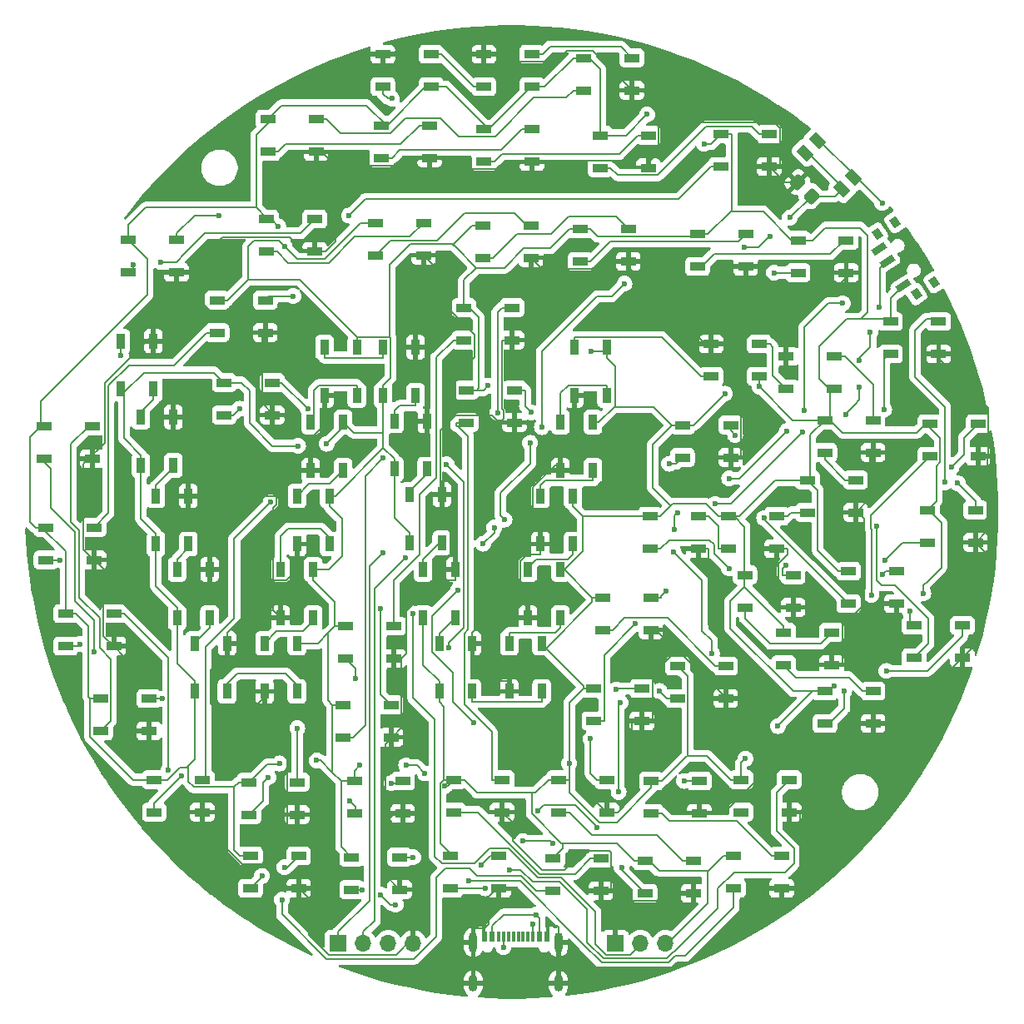
<source format=gbr>
%TF.GenerationSoftware,KiCad,Pcbnew,8.0.2*%
%TF.CreationDate,2025-04-19T12:26:07+02:00*%
%TF.ProjectId,WRadioLogo,57526164-696f-44c6-9f67-6f2e6b696361,rev?*%
%TF.SameCoordinates,Original*%
%TF.FileFunction,Copper,L1,Top*%
%TF.FilePolarity,Positive*%
%FSLAX46Y46*%
G04 Gerber Fmt 4.6, Leading zero omitted, Abs format (unit mm)*
G04 Created by KiCad (PCBNEW 8.0.2) date 2025-04-19 12:26:07*
%MOMM*%
%LPD*%
G01*
G04 APERTURE LIST*
G04 Aperture macros list*
%AMRoundRect*
0 Rectangle with rounded corners*
0 $1 Rounding radius*
0 $2 $3 $4 $5 $6 $7 $8 $9 X,Y pos of 4 corners*
0 Add a 4 corners polygon primitive as box body*
4,1,4,$2,$3,$4,$5,$6,$7,$8,$9,$2,$3,0*
0 Add four circle primitives for the rounded corners*
1,1,$1+$1,$2,$3*
1,1,$1+$1,$4,$5*
1,1,$1+$1,$6,$7*
1,1,$1+$1,$8,$9*
0 Add four rect primitives between the rounded corners*
20,1,$1+$1,$2,$3,$4,$5,0*
20,1,$1+$1,$4,$5,$6,$7,0*
20,1,$1+$1,$6,$7,$8,$9,0*
20,1,$1+$1,$8,$9,$2,$3,0*%
%AMRotRect*
0 Rectangle, with rotation*
0 The origin of the aperture is its center*
0 $1 length*
0 $2 width*
0 $3 Rotation angle, in degrees counterclockwise*
0 Add horizontal line*
21,1,$1,$2,0,0,$3*%
G04 Aperture macros list end*
%TA.AperFunction,SMDPad,CuDef*%
%ADD10R,1.500000X0.900000*%
%TD*%
%TA.AperFunction,SMDPad,CuDef*%
%ADD11R,0.900000X1.500000*%
%TD*%
%TA.AperFunction,SMDPad,CuDef*%
%ADD12RotRect,1.550000X1.000000X135.000000*%
%TD*%
%TA.AperFunction,SMDPad,CuDef*%
%ADD13R,0.600000X1.140000*%
%TD*%
%TA.AperFunction,SMDPad,CuDef*%
%ADD14R,0.300000X1.140000*%
%TD*%
%TA.AperFunction,ComponentPad*%
%ADD15O,0.900000X2.000000*%
%TD*%
%TA.AperFunction,ComponentPad*%
%ADD16O,0.900000X1.700000*%
%TD*%
%TA.AperFunction,ComponentPad*%
%ADD17R,1.700000X1.700000*%
%TD*%
%TA.AperFunction,ComponentPad*%
%ADD18O,1.700000X1.700000*%
%TD*%
%TA.AperFunction,SMDPad,CuDef*%
%ADD19RotRect,0.700000X1.500000X123.000000*%
%TD*%
%TA.AperFunction,SMDPad,CuDef*%
%ADD20RotRect,1.000000X0.800000X123.000000*%
%TD*%
%TA.AperFunction,SMDPad,CuDef*%
%ADD21RoundRect,0.250000X0.565685X0.070711X0.070711X0.565685X-0.565685X-0.070711X-0.070711X-0.565685X0*%
%TD*%
%TA.AperFunction,ViaPad*%
%ADD22C,0.600000*%
%TD*%
%TA.AperFunction,Conductor*%
%ADD23C,0.200000*%
%TD*%
G04 APERTURE END LIST*
D10*
%TO.P,D49,1,VDD*%
%TO.N,+5V*%
X118708000Y-111634000D03*
%TO.P,D49,2,DOUT*%
%TO.N,Net-(D49-DOUT)*%
X118708000Y-114934000D03*
%TO.P,D49,3,VSS*%
%TO.N,GND*%
X123608000Y-114934000D03*
%TO.P,D49,4,DIN*%
%TO.N,Net-(D48-DOUT)*%
X123608000Y-111634000D03*
%TD*%
D11*
%TO.P,D12,1,VDD*%
%TO.N,+5V*%
X123699000Y-95668000D03*
%TO.P,D12,2,DOUT*%
%TO.N,Net-(D12-DOUT)*%
X126999000Y-95668000D03*
%TO.P,D12,3,VSS*%
%TO.N,GND*%
X126999000Y-90768000D03*
%TO.P,D12,4,DIN*%
%TO.N,Net-(D11-DOUT)*%
X123699000Y-90768000D03*
%TD*%
D10*
%TO.P,D76,1,VDD*%
%TO.N,+5V*%
X158967000Y-127255000D03*
%TO.P,D76,2,DOUT*%
%TO.N,unconnected-(D76-DOUT-Pad2)*%
X158967000Y-130555000D03*
%TO.P,D76,3,VSS*%
%TO.N,GND*%
X163867000Y-130555000D03*
%TO.P,D76,4,DIN*%
%TO.N,Net-(D75-DOUT)*%
X163867000Y-127255000D03*
%TD*%
D11*
%TO.P,D8,1,VDD*%
%TO.N,+5V*%
X117093000Y-98388000D03*
%TO.P,D8,2,DOUT*%
%TO.N,Net-(D8-DOUT)*%
X113793000Y-98388000D03*
%TO.P,D8,3,VSS*%
%TO.N,GND*%
X113793000Y-103288000D03*
%TO.P,D8,4,DIN*%
%TO.N,Net-(D7-DOUT)*%
X117093000Y-103288000D03*
%TD*%
D10*
%TO.P,D25,1,VDD*%
%TO.N,+5V*%
X157697000Y-100458000D03*
%TO.P,D25,2,DOUT*%
%TO.N,Net-(D25-DOUT)*%
X157697000Y-103758000D03*
%TO.P,D25,3,VSS*%
%TO.N,GND*%
X162597000Y-103758000D03*
%TO.P,D25,4,DIN*%
%TO.N,Net-(D24-DOUT)*%
X162597000Y-100458000D03*
%TD*%
D11*
%TO.P,D11,1,VDD*%
%TO.N,+5V*%
X122556000Y-88175000D03*
%TO.P,D11,2,DOUT*%
%TO.N,Net-(D11-DOUT)*%
X125856000Y-88175000D03*
%TO.P,D11,3,VSS*%
%TO.N,GND*%
X125856000Y-83275000D03*
%TO.P,D11,4,DIN*%
%TO.N,Net-(D10-DOUT)*%
X122556000Y-83275000D03*
%TD*%
D10*
%TO.P,D63,1,VDD*%
%TO.N,+5V*%
X152998000Y-91187000D03*
%TO.P,D63,2,DOUT*%
%TO.N,Net-(D63-DOUT)*%
X152998000Y-94487000D03*
%TO.P,D63,3,VSS*%
%TO.N,GND*%
X157898000Y-94487000D03*
%TO.P,D63,4,DIN*%
%TO.N,Net-(D62-DOUT)*%
X157898000Y-91187000D03*
%TD*%
D11*
%TO.P,D4,1,VDD*%
%TO.N,+5V*%
X101601000Y-110781000D03*
%TO.P,D4,2,DOUT*%
%TO.N,Net-(D4-DOUT)*%
X104901000Y-110781000D03*
%TO.P,D4,3,VSS*%
%TO.N,GND*%
X104901000Y-105881000D03*
%TO.P,D4,4,DIN*%
%TO.N,Net-(D3-DOUT)*%
X101601000Y-105881000D03*
%TD*%
D10*
%TO.P,D51,1,VDD*%
%TO.N,+5V*%
X174150000Y-80650000D03*
%TO.P,D51,2,DOUT*%
%TO.N,Net-(D51-DOUT)*%
X174150000Y-83950000D03*
%TO.P,D51,3,VSS*%
%TO.N,GND*%
X179050000Y-83950000D03*
%TO.P,D51,4,DIN*%
%TO.N,Net-(D50-DOUT)*%
X179050000Y-80650000D03*
%TD*%
D11*
%TO.P,D3,1,VDD*%
%TO.N,+5V*%
X99442000Y-103288000D03*
%TO.P,D3,2,DOUT*%
%TO.N,Net-(D3-DOUT)*%
X102742000Y-103288000D03*
%TO.P,D3,3,VSS*%
%TO.N,GND*%
X102742000Y-98388000D03*
%TO.P,D3,4,DIN*%
%TO.N,Net-(D2-DOUT)*%
X99442000Y-98388000D03*
%TD*%
D10*
%TO.P,D28,1,VDD*%
%TO.N,+5V*%
X163285000Y-112269000D03*
%TO.P,D28,2,DOUT*%
%TO.N,Net-(D28-DOUT)*%
X163285000Y-115569000D03*
%TO.P,D28,3,VSS*%
%TO.N,GND*%
X168185000Y-115569000D03*
%TO.P,D28,4,DIN*%
%TO.N,Net-(D27-DOUT)*%
X168185000Y-112269000D03*
%TD*%
%TO.P,D64,1,VDD*%
%TO.N,+5V*%
X99277000Y-127255000D03*
%TO.P,D64,2,DOUT*%
%TO.N,Net-(D64-DOUT)*%
X99277000Y-130555000D03*
%TO.P,D64,3,VSS*%
%TO.N,GND*%
X104177000Y-130555000D03*
%TO.P,D64,4,DIN*%
%TO.N,Net-(D63-DOUT)*%
X104177000Y-127255000D03*
%TD*%
%TO.P,D55,1,VDD*%
%TO.N,+5V*%
X177890000Y-99823000D03*
%TO.P,D55,2,DOUT*%
%TO.N,Net-(D55-DOUT)*%
X177890000Y-103123000D03*
%TO.P,D55,3,VSS*%
%TO.N,GND*%
X182790000Y-103123000D03*
%TO.P,D55,4,DIN*%
%TO.N,Net-(D54-DOUT)*%
X182790000Y-99823000D03*
%TD*%
D11*
%TO.P,D15,1,VDD*%
%TO.N,+5V*%
X128271000Y-118274000D03*
%TO.P,D15,2,DOUT*%
%TO.N,Net-(D15-DOUT)*%
X131571000Y-118274000D03*
%TO.P,D15,3,VSS*%
%TO.N,GND*%
X131571000Y-113374000D03*
%TO.P,D15,4,DIN*%
%TO.N,Net-(D14-DOUT)*%
X128271000Y-113374000D03*
%TD*%
%TO.P,D17,1,VDD*%
%TO.N,+5V*%
X140588000Y-105881000D03*
%TO.P,D17,2,DOUT*%
%TO.N,Net-(D17-DOUT)*%
X137288000Y-105881000D03*
%TO.P,D17,3,VSS*%
%TO.N,GND*%
X137288000Y-110781000D03*
%TO.P,D17,4,DIN*%
%TO.N,Net-(D16-DOUT)*%
X140588000Y-110781000D03*
%TD*%
%TO.P,D6,1,VDD*%
%TO.N,+5V*%
X113791000Y-113374000D03*
%TO.P,D6,2,DOUT*%
%TO.N,Net-(D6-DOUT)*%
X110491000Y-113374000D03*
%TO.P,D6,3,VSS*%
%TO.N,GND*%
X110491000Y-118274000D03*
%TO.P,D6,4,DIN*%
%TO.N,Net-(D5-DOUT)*%
X113791000Y-118274000D03*
%TD*%
D10*
%TO.P,D62,1,VDD*%
%TO.N,+5V*%
X176550000Y-111550000D03*
%TO.P,D62,2,DOUT*%
%TO.N,Net-(D62-DOUT)*%
X176550000Y-114850000D03*
%TO.P,D62,3,VSS*%
%TO.N,GND*%
X181450000Y-114850000D03*
%TO.P,D62,4,DIN*%
%TO.N,Net-(D61-DOUT)*%
X181450000Y-111550000D03*
%TD*%
%TO.P,D37,1,VDD*%
%TO.N,+5V*%
X156935000Y-61596000D03*
%TO.P,D37,2,DOUT*%
%TO.N,Net-(D37-DOUT)*%
X156935000Y-64896000D03*
%TO.P,D37,3,VSS*%
%TO.N,GND*%
X161835000Y-64896000D03*
%TO.P,D37,4,DIN*%
%TO.N,Net-(D36-DOUT)*%
X161835000Y-61596000D03*
%TD*%
%TO.P,D24,1,VDD*%
%TO.N,+5V*%
X165698000Y-96775000D03*
%TO.P,D24,2,DOUT*%
%TO.N,Net-(D24-DOUT)*%
X165698000Y-100075000D03*
%TO.P,D24,3,VSS*%
%TO.N,GND*%
X170598000Y-100075000D03*
%TO.P,D24,4,DIN*%
%TO.N,Net-(D23-DOUT)*%
X170598000Y-96775000D03*
%TD*%
%TO.P,D68,1,VDD*%
%TO.N,+5V*%
X139790000Y-135256000D03*
%TO.P,D68,2,DOUT*%
%TO.N,Net-(D68-DOUT)*%
X139790000Y-138556000D03*
%TO.P,D68,3,VSS*%
%TO.N,GND*%
X144690000Y-138556000D03*
%TO.P,D68,4,DIN*%
%TO.N,Net-(D67-DOUT)*%
X144690000Y-135256000D03*
%TD*%
%TO.P,D72,1,VDD*%
%TO.N,+5V*%
X119343000Y-135129000D03*
%TO.P,D72,2,DOUT*%
%TO.N,Net-(D72-DOUT)*%
X119343000Y-138429000D03*
%TO.P,D72,3,VSS*%
%TO.N,GND*%
X124243000Y-138429000D03*
%TO.P,D72,4,DIN*%
%TO.N,Net-(D71-DOUT)*%
X124243000Y-135129000D03*
%TD*%
%TO.P,D70,1,VDD*%
%TO.N,+5V*%
X140425000Y-127255000D03*
%TO.P,D70,2,DOUT*%
%TO.N,Net-(D70-DOUT)*%
X140425000Y-130555000D03*
%TO.P,D70,3,VSS*%
%TO.N,GND*%
X145325000Y-130555000D03*
%TO.P,D70,4,DIN*%
%TO.N,Net-(D69-DOUT)*%
X145325000Y-127255000D03*
%TD*%
%TO.P,D60,1,VDD*%
%TO.N,+5V*%
X178144000Y-91060000D03*
%TO.P,D60,2,DOUT*%
%TO.N,Net-(D60-DOUT)*%
X178144000Y-94360000D03*
%TO.P,D60,3,VSS*%
%TO.N,GND*%
X183044000Y-94360000D03*
%TO.P,D60,4,DIN*%
%TO.N,Net-(D59-DOUT)*%
X183044000Y-91060000D03*
%TD*%
D11*
%TO.P,D5,1,VDD*%
%TO.N,+5V*%
X103379000Y-118274000D03*
%TO.P,D5,2,DOUT*%
%TO.N,Net-(D5-DOUT)*%
X106679000Y-118274000D03*
%TO.P,D5,3,VSS*%
%TO.N,GND*%
X106679000Y-113374000D03*
%TO.P,D5,4,DIN*%
%TO.N,Net-(D4-DOUT)*%
X103379000Y-113374000D03*
%TD*%
D12*
%TO.P,SW3,1,1*%
%TO.N,+3.3V*%
X166691332Y-62296357D03*
X170403643Y-66008668D03*
%TO.P,SW3,2,2*%
%TO.N,BTN_1*%
X165489251Y-63498438D03*
X169201562Y-67210749D03*
%TD*%
D11*
%TO.P,D10,1,VDD*%
%TO.N,+5V*%
X119887000Y-83275000D03*
%TO.P,D10,2,DOUT*%
%TO.N,Net-(D10-DOUT)*%
X116587000Y-83275000D03*
%TO.P,D10,3,VSS*%
%TO.N,GND*%
X116587000Y-88175000D03*
%TO.P,D10,4,DIN*%
%TO.N,Net-(D10-DIN)*%
X119887000Y-88175000D03*
%TD*%
%TO.P,D18,1,VDD*%
%TO.N,+5V*%
X141858000Y-98388000D03*
%TO.P,D18,2,DOUT*%
%TO.N,Net-(D18-DOUT)*%
X138558000Y-98388000D03*
%TO.P,D18,3,VSS*%
%TO.N,GND*%
X138558000Y-103288000D03*
%TO.P,D18,4,DIN*%
%TO.N,Net-(D17-DOUT)*%
X141858000Y-103288000D03*
%TD*%
%TO.P,D20,1,VDD*%
%TO.N,+5V*%
X145287000Y-83275000D03*
%TO.P,D20,2,DOUT*%
%TO.N,Net-(D20-DOUT)*%
X141987000Y-83275000D03*
%TO.P,D20,3,VSS*%
%TO.N,GND*%
X141987000Y-88175000D03*
%TO.P,D20,4,DIN*%
%TO.N,Net-(D19-DOUT)*%
X145287000Y-88175000D03*
%TD*%
D10*
%TO.P,D21,1,VDD*%
%TO.N,+5V*%
X160819000Y-86232000D03*
%TO.P,D21,2,DOUT*%
%TO.N,Net-(D21-DOUT)*%
X160819000Y-82932000D03*
%TO.P,D21,3,VSS*%
%TO.N,GND*%
X155919000Y-82932000D03*
%TO.P,D21,4,DIN*%
%TO.N,Net-(D20-DOUT)*%
X155919000Y-86232000D03*
%TD*%
%TO.P,D43,1,VDD*%
%TO.N,+5V*%
X154522000Y-71756000D03*
%TO.P,D43,2,DOUT*%
%TO.N,Net-(D43-DOUT)*%
X154522000Y-75056000D03*
%TO.P,D43,3,VSS*%
%TO.N,GND*%
X159422000Y-75056000D03*
%TO.P,D43,4,DIN*%
%TO.N,Net-(D42-DOUT)*%
X159422000Y-71756000D03*
%TD*%
%TO.P,D44,1,VDD*%
%TO.N,+5V*%
X164750000Y-72391000D03*
%TO.P,D44,2,DOUT*%
%TO.N,Net-(D44-DOUT)*%
X164750000Y-75691000D03*
%TO.P,D44,3,VSS*%
%TO.N,GND*%
X169650000Y-75691000D03*
%TO.P,D44,4,DIN*%
%TO.N,Net-(D43-DOUT)*%
X169650000Y-72391000D03*
%TD*%
%TO.P,D46,1,VDD*%
%TO.N,+5V*%
X88265000Y-101600000D03*
%TO.P,D46,2,DOUT*%
%TO.N,Net-(D46-DOUT)*%
X88265000Y-104900000D03*
%TO.P,D46,3,VSS*%
%TO.N,GND*%
X93165000Y-104900000D03*
%TO.P,D46,4,DIN*%
%TO.N,Net-(D45-DOUT)*%
X93165000Y-101600000D03*
%TD*%
%TO.P,D41,1,VDD*%
%TO.N,+5V*%
X132678000Y-70867000D03*
%TO.P,D41,2,DOUT*%
%TO.N,Net-(D41-DOUT)*%
X132678000Y-74167000D03*
%TO.P,D41,3,VSS*%
%TO.N,GND*%
X137578000Y-74167000D03*
%TO.P,D41,4,DIN*%
%TO.N,Net-(D40-DOUT)*%
X137578000Y-70867000D03*
%TD*%
%TO.P,D29,1,VDD*%
%TO.N,+5V*%
X167476000Y-118238000D03*
%TO.P,D29,2,DOUT*%
%TO.N,Net-(D29-DOUT)*%
X167476000Y-121538000D03*
%TO.P,D29,3,VSS*%
%TO.N,GND*%
X172376000Y-121538000D03*
%TO.P,D29,4,DIN*%
%TO.N,Net-(D28-DOUT)*%
X172376000Y-118238000D03*
%TD*%
D13*
%TO.P,J1,A1_B12,GND*%
%TO.N,GND*%
X132845000Y-143216500D03*
%TO.P,J1,A4_B9,VBUS*%
%TO.N,Net-(D77-PadA)*%
X133645000Y-143216500D03*
D14*
%TO.P,J1,A5,CC1*%
%TO.N,Net-(J1-CC1)*%
X134795000Y-143216500D03*
%TO.P,J1,A6,DP1*%
%TO.N,unconnected-(J1-DP1-PadA6)*%
X135795000Y-143216500D03*
%TO.P,J1,A7,DN1*%
%TO.N,unconnected-(J1-DN1-PadA7)*%
X136295000Y-143216500D03*
%TO.P,J1,A8,SBU1*%
%TO.N,unconnected-(J1-SBU1-PadA8)*%
X137295000Y-143216500D03*
D13*
%TO.P,J1,B1_A12,GND*%
%TO.N,GND*%
X139245000Y-143216500D03*
%TO.P,J1,B4_A9,VBUS*%
%TO.N,Net-(D77-PadA)*%
X138445000Y-143216500D03*
D14*
%TO.P,J1,B5,CC2*%
%TO.N,Net-(J1-CC2)*%
X137795000Y-143216500D03*
%TO.P,J1,B6,DP2*%
%TO.N,unconnected-(J1-DP2-PadB6)*%
X136795000Y-143216500D03*
%TO.P,J1,B7,DN2*%
%TO.N,unconnected-(J1-DN2-PadB7)*%
X135295000Y-143216500D03*
%TO.P,J1,B8,SBU2*%
%TO.N,unconnected-(J1-SBU2-PadB8)*%
X134295000Y-143216500D03*
D15*
%TO.P,J1,S1,SHIELD*%
%TO.N,GND*%
X131720000Y-143796500D03*
%TO.P,J1,S2,SHIELD*%
X140370000Y-143796500D03*
D16*
%TO.P,J1,S3,SHIELD*%
X131720000Y-147966500D03*
%TO.P,J1,S4,SHIELD*%
X140370000Y-147966500D03*
%TD*%
D10*
%TO.P,D27,1,VDD*%
%TO.N,+5V*%
X159348000Y-106427000D03*
%TO.P,D27,2,DOUT*%
%TO.N,Net-(D27-DOUT)*%
X159348000Y-109727000D03*
%TO.P,D27,3,VSS*%
%TO.N,GND*%
X164248000Y-109727000D03*
%TO.P,D27,4,DIN*%
%TO.N,Net-(D26-DOUT)*%
X164248000Y-106427000D03*
%TD*%
D11*
%TO.P,D7,1,VDD*%
%TO.N,+5V*%
X115442000Y-105881000D03*
%TO.P,D7,2,DOUT*%
%TO.N,Net-(D7-DOUT)*%
X112142000Y-105881000D03*
%TO.P,D7,3,VSS*%
%TO.N,GND*%
X112142000Y-110781000D03*
%TO.P,D7,4,DIN*%
%TO.N,Net-(D6-DOUT)*%
X115442000Y-110781000D03*
%TD*%
D17*
%TO.P,J2,1,Pin_1*%
%TO.N,SWCLK*%
X117993000Y-143891000D03*
D18*
%TO.P,J2,2,Pin_2*%
%TO.N,SWDIO*%
X120533000Y-143891000D03*
%TO.P,J2,3,Pin_3*%
%TO.N,+3.3V*%
X123073000Y-143891000D03*
%TO.P,J2,4,Pin_4*%
%TO.N,GND*%
X125613000Y-143891000D03*
%TD*%
D10*
%TO.P,D23,1,VDD*%
%TO.N,+5V*%
X167476000Y-90679000D03*
%TO.P,D23,2,DOUT*%
%TO.N,Net-(D23-DOUT)*%
X167476000Y-93979000D03*
%TO.P,D23,3,VSS*%
%TO.N,GND*%
X172376000Y-93979000D03*
%TO.P,D23,4,DIN*%
%TO.N,Net-(D22-DOUT)*%
X172376000Y-90679000D03*
%TD*%
%TO.P,D52,1,VDD*%
%TO.N,+5V*%
X144870000Y-108713000D03*
%TO.P,D52,2,DOUT*%
%TO.N,Net-(D52-DOUT)*%
X144870000Y-112013000D03*
%TO.P,D52,3,VSS*%
%TO.N,GND*%
X149770000Y-112013000D03*
%TO.P,D52,4,DIN*%
%TO.N,Net-(D51-DOUT)*%
X149770000Y-108713000D03*
%TD*%
%TO.P,D40,1,VDD*%
%TO.N,+5V*%
X121756000Y-70613000D03*
%TO.P,D40,2,DOUT*%
%TO.N,Net-(D40-DOUT)*%
X121756000Y-73913000D03*
%TO.P,D40,3,VSS*%
%TO.N,GND*%
X126656000Y-73913000D03*
%TO.P,D40,4,DIN*%
%TO.N,Net-(D39-DOUT)*%
X126656000Y-70613000D03*
%TD*%
%TO.P,D45,1,VDD*%
%TO.N,+5V*%
X105664000Y-78488000D03*
%TO.P,D45,2,DOUT*%
%TO.N,Net-(D45-DOUT)*%
X105664000Y-81788000D03*
%TO.P,D45,3,VSS*%
%TO.N,GND*%
X110564000Y-81788000D03*
%TO.P,D45,4,DIN*%
%TO.N,Net-(D44-DOUT)*%
X110564000Y-78488000D03*
%TD*%
%TO.P,D39,1,VDD*%
%TO.N,+5V*%
X110707000Y-70232000D03*
%TO.P,D39,2,DOUT*%
%TO.N,Net-(D39-DOUT)*%
X110707000Y-73532000D03*
%TO.P,D39,3,VSS*%
%TO.N,GND*%
X115607000Y-73532000D03*
%TO.P,D39,4,DIN*%
%TO.N,Net-(D38-DOUT)*%
X115607000Y-70232000D03*
%TD*%
D19*
%TO.P,S1,1*%
%TO.N,+5V*%
X175457764Y-77040126D03*
%TO.P,S1,2*%
%TO.N,5V_IN*%
X173823846Y-74524116D03*
%TO.P,S1,3*%
%TO.N,unconnected-(S1-Pad3)*%
X173006889Y-73266110D03*
D20*
%TO.P,S1,SH1*%
%TO.N,N/C*%
X176765395Y-77860251D03*
%TO.P,S1,SH2*%
X172789530Y-71737956D03*
%TO.P,S1,SH3*%
X178610470Y-76662044D03*
%TO.P,S1,SH4*%
X174634605Y-70539749D03*
%TD*%
D10*
%TO.P,D22,1,VDD*%
%TO.N,+5V*%
X168439000Y-87502000D03*
%TO.P,D22,2,DOUT*%
%TO.N,Net-(D22-DOUT)*%
X168439000Y-84202000D03*
%TO.P,D22,3,VSS*%
%TO.N,GND*%
X163539000Y-84202000D03*
%TO.P,D22,4,DIN*%
%TO.N,Net-(D21-DOUT)*%
X163539000Y-87502000D03*
%TD*%
%TO.P,D53,1,VDD*%
%TO.N,+5V*%
X152490000Y-115698000D03*
%TO.P,D53,2,DOUT*%
%TO.N,Net-(D53-DOUT)*%
X152490000Y-118998000D03*
%TO.P,D53,3,VSS*%
%TO.N,GND*%
X157390000Y-118998000D03*
%TO.P,D53,4,DIN*%
%TO.N,Net-(D52-DOUT)*%
X157390000Y-115698000D03*
%TD*%
%TO.P,D34,1,VDD*%
%TO.N,+5V*%
X122391000Y-60707000D03*
%TO.P,D34,2,DOUT*%
%TO.N,Net-(D34-DOUT)*%
X122391000Y-64007000D03*
%TO.P,D34,3,VSS*%
%TO.N,GND*%
X127291000Y-64007000D03*
%TO.P,D34,4,DIN*%
%TO.N,Net-(D33-DOUT)*%
X127291000Y-60707000D03*
%TD*%
%TO.P,D71,1,VDD*%
%TO.N,+5V*%
X149188000Y-135510000D03*
%TO.P,D71,2,DOUT*%
%TO.N,Net-(D71-DOUT)*%
X149188000Y-138810000D03*
%TO.P,D71,3,VSS*%
%TO.N,GND*%
X154088000Y-138810000D03*
%TO.P,D71,4,DIN*%
%TO.N,Net-(D70-DOUT)*%
X154088000Y-135510000D03*
%TD*%
D11*
%TO.P,D1,1,VDD*%
%TO.N,+5V*%
X95886000Y-87540000D03*
%TO.P,D1,2,DOUT*%
%TO.N,Net-(D1-DOUT)*%
X99186000Y-87540000D03*
%TO.P,D1,3,VSS*%
%TO.N,GND*%
X99186000Y-82640000D03*
%TO.P,D1,4,DIN*%
%TO.N,DIN*%
X95886000Y-82640000D03*
%TD*%
D10*
%TO.P,D26,1,VDD*%
%TO.N,+5V*%
X149696000Y-100458000D03*
%TO.P,D26,2,DOUT*%
%TO.N,Net-(D26-DOUT)*%
X149696000Y-103758000D03*
%TO.P,D26,3,VSS*%
%TO.N,GND*%
X154596000Y-103758000D03*
%TO.P,D26,4,DIN*%
%TO.N,Net-(D25-DOUT)*%
X154596000Y-100458000D03*
%TD*%
%TO.P,D38,1,VDD*%
%TO.N,+5V*%
X96650000Y-72350000D03*
%TO.P,D38,2,DOUT*%
%TO.N,Net-(D38-DOUT)*%
X96650000Y-75650000D03*
%TO.P,D38,3,VSS*%
%TO.N,GND*%
X101550000Y-75650000D03*
%TO.P,D38,4,DIN*%
%TO.N,Net-(D37-DOUT)*%
X101550000Y-72350000D03*
%TD*%
%TO.P,D30,1,VDD*%
%TO.N,+5V*%
X127418000Y-56768000D03*
%TO.P,D30,2,DOUT*%
%TO.N,Net-(D30-DOUT)*%
X127418000Y-53468000D03*
%TO.P,D30,3,VSS*%
%TO.N,GND*%
X122518000Y-53468000D03*
%TO.P,D30,4,DIN*%
%TO.N,Net-(D29-DOUT)*%
X122518000Y-56768000D03*
%TD*%
%TO.P,D59,1,VDD*%
%TO.N,+5V*%
X90260000Y-110364000D03*
%TO.P,D59,2,DOUT*%
%TO.N,Net-(D59-DOUT)*%
X90260000Y-113664000D03*
%TO.P,D59,3,VSS*%
%TO.N,GND*%
X95160000Y-113664000D03*
%TO.P,D59,4,DIN*%
%TO.N,Net-(D58-DOUT)*%
X95160000Y-110364000D03*
%TD*%
%TO.P,D31,1,VDD*%
%TO.N,+5V*%
X137705000Y-56768000D03*
%TO.P,D31,2,DOUT*%
%TO.N,Net-(D31-DOUT)*%
X137705000Y-53468000D03*
%TO.P,D31,3,VSS*%
%TO.N,GND*%
X132805000Y-53468000D03*
%TO.P,D31,4,DIN*%
%TO.N,Net-(D30-DOUT)*%
X132805000Y-56768000D03*
%TD*%
D11*
%TO.P,D14,1,VDD*%
%TO.N,+5V*%
X126620000Y-110781000D03*
%TO.P,D14,2,DOUT*%
%TO.N,Net-(D14-DOUT)*%
X129920000Y-110781000D03*
%TO.P,D14,3,VSS*%
%TO.N,GND*%
X129920000Y-105881000D03*
%TO.P,D14,4,DIN*%
%TO.N,Net-(D13-DOUT)*%
X126620000Y-105881000D03*
%TD*%
D10*
%TO.P,D32,1,VDD*%
%TO.N,+5V*%
X142965000Y-53849000D03*
%TO.P,D32,2,DOUT*%
%TO.N,Net-(D32-DOUT)*%
X142965000Y-57149000D03*
%TO.P,D32,3,VSS*%
%TO.N,GND*%
X147865000Y-57149000D03*
%TO.P,D32,4,DIN*%
%TO.N,Net-(D31-DOUT)*%
X147865000Y-53849000D03*
%TD*%
%TO.P,D58,1,VDD*%
%TO.N,+5V*%
X119634000Y-127383000D03*
%TO.P,D58,2,DOUT*%
%TO.N,Net-(D58-DOUT)*%
X119634000Y-130683000D03*
%TO.P,D58,3,VSS*%
%TO.N,GND*%
X124534000Y-130683000D03*
%TO.P,D58,4,DIN*%
%TO.N,Net-(D57-DOUT)*%
X124534000Y-127383000D03*
%TD*%
%TO.P,D73,1,VDD*%
%TO.N,+5V*%
X149823000Y-127382000D03*
%TO.P,D73,2,DOUT*%
%TO.N,Net-(D73-DOUT)*%
X149823000Y-130682000D03*
%TO.P,D73,3,VSS*%
%TO.N,GND*%
X154723000Y-130682000D03*
%TO.P,D73,4,DIN*%
%TO.N,Net-(D72-DOUT)*%
X154723000Y-127382000D03*
%TD*%
%TO.P,D67,1,VDD*%
%TO.N,+5V*%
X129757000Y-127255000D03*
%TO.P,D67,2,DOUT*%
%TO.N,Net-(D67-DOUT)*%
X129757000Y-130555000D03*
%TO.P,D67,3,VSS*%
%TO.N,GND*%
X134657000Y-130555000D03*
%TO.P,D67,4,DIN*%
%TO.N,Net-(D66-DOUT)*%
X134657000Y-127255000D03*
%TD*%
D21*
%TO.P,R5,1*%
%TO.N,BTN_1*%
X166107107Y-67907107D03*
%TO.P,R5,2*%
%TO.N,GND*%
X164692893Y-66492893D03*
%TD*%
D10*
%TO.P,D47,1,VDD*%
%TO.N,+5V*%
X118454000Y-119635000D03*
%TO.P,D47,2,DOUT*%
%TO.N,Net-(D47-DOUT)*%
X118454000Y-122935000D03*
%TO.P,D47,3,VSS*%
%TO.N,GND*%
X123354000Y-122935000D03*
%TO.P,D47,4,DIN*%
%TO.N,Net-(D46-DOUT)*%
X123354000Y-119635000D03*
%TD*%
%TO.P,D69,1,VDD*%
%TO.N,+5V*%
X109056000Y-135002000D03*
%TO.P,D69,2,DOUT*%
%TO.N,Net-(D69-DOUT)*%
X109056000Y-138302000D03*
%TO.P,D69,3,VSS*%
%TO.N,GND*%
X113956000Y-138302000D03*
%TO.P,D69,4,DIN*%
%TO.N,Net-(D68-DOUT)*%
X113956000Y-135002000D03*
%TD*%
%TO.P,D42,1,VDD*%
%TO.N,+5V*%
X142584000Y-71248000D03*
%TO.P,D42,2,DOUT*%
%TO.N,Net-(D42-DOUT)*%
X142584000Y-74548000D03*
%TO.P,D42,3,VSS*%
%TO.N,GND*%
X147484000Y-74548000D03*
%TO.P,D42,4,DIN*%
%TO.N,Net-(D41-DOUT)*%
X147484000Y-71248000D03*
%TD*%
%TO.P,D50,1,VDD*%
%TO.N,+5V*%
X143981000Y-117984000D03*
%TO.P,D50,2,DOUT*%
%TO.N,Net-(D50-DOUT)*%
X143981000Y-121284000D03*
%TO.P,D50,3,VSS*%
%TO.N,GND*%
X148881000Y-121284000D03*
%TO.P,D50,4,DIN*%
%TO.N,Net-(D49-DOUT)*%
X148881000Y-117984000D03*
%TD*%
%TO.P,D61,1,VDD*%
%TO.N,+5V*%
X108929000Y-127509000D03*
%TO.P,D61,2,DOUT*%
%TO.N,Net-(D61-DOUT)*%
X108929000Y-130809000D03*
%TO.P,D61,3,VSS*%
%TO.N,GND*%
X113829000Y-130809000D03*
%TO.P,D61,4,DIN*%
%TO.N,Net-(D60-DOUT)*%
X113829000Y-127509000D03*
%TD*%
%TO.P,D75,1,VDD*%
%TO.N,+5V*%
X129413000Y-135001000D03*
%TO.P,D75,2,DOUT*%
%TO.N,Net-(D75-DOUT)*%
X129413000Y-138301000D03*
%TO.P,D75,3,VSS*%
%TO.N,GND*%
X134313000Y-138301000D03*
%TO.P,D75,4,DIN*%
%TO.N,Net-(D74-DOUT)*%
X134313000Y-135001000D03*
%TD*%
%TO.P,D65,1,VDD*%
%TO.N,+5V*%
X169889000Y-106046000D03*
%TO.P,D65,2,DOUT*%
%TO.N,Net-(D65-DOUT)*%
X169889000Y-109346000D03*
%TO.P,D65,3,VSS*%
%TO.N,GND*%
X174789000Y-109346000D03*
%TO.P,D65,4,DIN*%
%TO.N,Net-(D64-DOUT)*%
X174789000Y-106046000D03*
%TD*%
D11*
%TO.P,D13,1,VDD*%
%TO.N,+5V*%
X125223000Y-103161000D03*
%TO.P,D13,2,DOUT*%
%TO.N,Net-(D13-DOUT)*%
X128523000Y-103161000D03*
%TO.P,D13,3,VSS*%
%TO.N,GND*%
X128523000Y-98261000D03*
%TO.P,D13,4,DIN*%
%TO.N,Net-(D12-DOUT)*%
X125223000Y-98261000D03*
%TD*%
D10*
%TO.P,D74,1,VDD*%
%TO.N,+5V*%
X158205000Y-135002000D03*
%TO.P,D74,2,DOUT*%
%TO.N,Net-(D74-DOUT)*%
X158205000Y-138302000D03*
%TO.P,D74,3,VSS*%
%TO.N,GND*%
X163105000Y-138302000D03*
%TO.P,D74,4,DIN*%
%TO.N,Net-(D73-DOUT)*%
X163105000Y-135002000D03*
%TD*%
%TO.P,D33,1,VDD*%
%TO.N,+5V*%
X110834000Y-60072000D03*
%TO.P,D33,2,DOUT*%
%TO.N,Net-(D33-DOUT)*%
X110834000Y-63372000D03*
%TO.P,D33,3,VSS*%
%TO.N,GND*%
X115734000Y-63372000D03*
%TO.P,D33,4,DIN*%
%TO.N,Net-(D32-DOUT)*%
X115734000Y-60072000D03*
%TD*%
D17*
%TO.P,J3,1,Pin_1*%
%TO.N,GND*%
X146177000Y-143891000D03*
D18*
%TO.P,J3,2,Pin_2*%
%TO.N,DIN*%
X148717000Y-143891000D03*
%TO.P,J3,3,Pin_3*%
%TO.N,+5V*%
X151257000Y-143891000D03*
%TD*%
D11*
%TO.P,D19,1,VDD*%
%TO.N,+5V*%
X143890000Y-90895000D03*
%TO.P,D19,2,DOUT*%
%TO.N,Net-(D19-DOUT)*%
X140590000Y-90895000D03*
%TO.P,D19,3,VSS*%
%TO.N,GND*%
X140590000Y-95795000D03*
%TO.P,D19,4,DIN*%
%TO.N,Net-(D18-DOUT)*%
X143890000Y-95795000D03*
%TD*%
%TO.P,D2,1,VDD*%
%TO.N,+5V*%
X97918000Y-95287000D03*
%TO.P,D2,2,DOUT*%
%TO.N,Net-(D2-DOUT)*%
X101218000Y-95287000D03*
%TO.P,D2,3,VSS*%
%TO.N,GND*%
X101218000Y-90387000D03*
%TO.P,D2,4,DIN*%
%TO.N,Net-(D1-DOUT)*%
X97918000Y-90387000D03*
%TD*%
D10*
%TO.P,D54,1,VDD*%
%TO.N,+5V*%
X106389000Y-86869000D03*
%TO.P,D54,2,DOUT*%
%TO.N,Net-(D54-DOUT)*%
X106389000Y-90169000D03*
%TO.P,D54,3,VSS*%
%TO.N,GND*%
X111289000Y-90169000D03*
%TO.P,D54,4,DIN*%
%TO.N,Net-(D53-DOUT)*%
X111289000Y-86869000D03*
%TD*%
%TO.P,D35,1,VDD*%
%TO.N,+5V*%
X132805000Y-61088000D03*
%TO.P,D35,2,DOUT*%
%TO.N,Net-(D35-DOUT)*%
X132805000Y-64388000D03*
%TO.P,D35,3,VSS*%
%TO.N,GND*%
X137705000Y-64388000D03*
%TO.P,D35,4,DIN*%
%TO.N,Net-(D34-DOUT)*%
X137705000Y-61088000D03*
%TD*%
%TO.P,D48,1,VDD*%
%TO.N,+5V*%
X130773000Y-79249000D03*
%TO.P,D48,2,DOUT*%
%TO.N,Net-(D48-DOUT)*%
X130773000Y-82549000D03*
%TO.P,D48,3,VSS*%
%TO.N,GND*%
X135673000Y-82549000D03*
%TO.P,D48,4,DIN*%
%TO.N,Net-(D47-DOUT)*%
X135673000Y-79249000D03*
%TD*%
%TO.P,D56,1,VDD*%
%TO.N,+5V*%
X93816000Y-119000000D03*
%TO.P,D56,2,DOUT*%
%TO.N,Net-(D56-DOUT)*%
X93816000Y-122300000D03*
%TO.P,D56,3,VSS*%
%TO.N,GND*%
X98716000Y-122300000D03*
%TO.P,D56,4,DIN*%
%TO.N,Net-(D55-DOUT)*%
X98716000Y-119000000D03*
%TD*%
D11*
%TO.P,D16,1,VDD*%
%TO.N,+5V*%
X138683000Y-113374000D03*
%TO.P,D16,2,DOUT*%
%TO.N,Net-(D16-DOUT)*%
X135383000Y-113374000D03*
%TO.P,D16,3,VSS*%
%TO.N,GND*%
X135383000Y-118274000D03*
%TO.P,D16,4,DIN*%
%TO.N,Net-(D15-DOUT)*%
X138683000Y-118274000D03*
%TD*%
D10*
%TO.P,D66,1,VDD*%
%TO.N,+5V*%
X131027000Y-87631000D03*
%TO.P,D66,2,DOUT*%
%TO.N,Net-(D66-DOUT)*%
X131027000Y-90931000D03*
%TO.P,D66,3,VSS*%
%TO.N,GND*%
X135927000Y-90931000D03*
%TO.P,D66,4,DIN*%
%TO.N,Net-(D65-DOUT)*%
X135927000Y-87631000D03*
%TD*%
%TO.P,D57,1,VDD*%
%TO.N,+5V*%
X88064000Y-91314000D03*
%TO.P,D57,2,DOUT*%
%TO.N,Net-(D57-DOUT)*%
X88064000Y-94614000D03*
%TO.P,D57,3,VSS*%
%TO.N,GND*%
X92964000Y-94614000D03*
%TO.P,D57,4,DIN*%
%TO.N,Net-(D56-DOUT)*%
X92964000Y-91314000D03*
%TD*%
D11*
%TO.P,D9,1,VDD*%
%TO.N,+5V*%
X118490000Y-90895000D03*
%TO.P,D9,2,DOUT*%
%TO.N,Net-(D10-DIN)*%
X115190000Y-90895000D03*
%TO.P,D9,3,VSS*%
%TO.N,GND*%
X115190000Y-95795000D03*
%TO.P,D9,4,DIN*%
%TO.N,Net-(D8-DOUT)*%
X118490000Y-95795000D03*
%TD*%
D10*
%TO.P,D36,1,VDD*%
%TO.N,+5V*%
X144616000Y-61723000D03*
%TO.P,D36,2,DOUT*%
%TO.N,Net-(D36-DOUT)*%
X144616000Y-65023000D03*
%TO.P,D36,3,VSS*%
%TO.N,GND*%
X149516000Y-65023000D03*
%TO.P,D36,4,DIN*%
%TO.N,Net-(D35-DOUT)*%
X149516000Y-61723000D03*
%TD*%
D22*
%TO.N,+5V*%
X120200000Y-125800000D03*
X126800000Y-126600000D03*
X124900000Y-125800000D03*
X141476700Y-125600000D03*
X162700000Y-121800000D03*
X128800000Y-127900000D03*
X143700000Y-83700000D03*
X168400000Y-117700000D03*
X176100000Y-110100000D03*
X116800000Y-93100000D03*
X115800000Y-125300000D03*
X157300000Y-88000000D03*
X160819000Y-87286000D03*
X111898400Y-70976000D03*
X112511400Y-72984100D03*
X177500000Y-108300000D03*
X133200000Y-87200000D03*
X113900000Y-93300000D03*
X155200000Y-62600000D03*
X149400000Y-59600000D03*
X159400000Y-125100000D03*
X112000000Y-125600000D03*
%TO.N,+3.3V*%
X165400000Y-89700000D03*
X157753500Y-96607800D03*
X173300000Y-68597919D03*
X169300000Y-78800000D03*
X163600000Y-91800000D03*
X130180700Y-107949200D03*
X131798600Y-121457300D03*
%TO.N,GND*%
X142500000Y-124100000D03*
X154596000Y-103758000D03*
X129359900Y-101544000D03*
X140657000Y-93257300D03*
X142494000Y-95885000D03*
%TO.N,Net-(D26-DOUT)*%
X163497200Y-105456400D03*
X157734000Y-105776200D03*
%TO.N,Net-(D29-DOUT)*%
X169439300Y-118238300D03*
X123444000Y-57989800D03*
%TO.N,Net-(D37-DOUT)*%
X105820300Y-69869800D03*
X119073000Y-69869800D03*
%TO.N,Net-(D38-DOUT)*%
X99900000Y-74600000D03*
X97100000Y-74900000D03*
%TO.N,DIN*%
X132715000Y-103251000D03*
X133858000Y-101600000D03*
X125608900Y-110360400D03*
X95886000Y-84137400D03*
%TO.N,Net-(J1-CC1)*%
X134795000Y-144292200D03*
%TO.N,Net-(D44-DOUT)*%
X113411100Y-78067700D03*
X162306000Y-75692000D03*
%TO.N,Net-(D47-DOUT)*%
X122556000Y-94563700D03*
X134184500Y-89920600D03*
%TO.N,Net-(D49-DOUT)*%
X146279100Y-118082200D03*
X119759700Y-116954100D03*
%TO.N,Net-(D51-DOUT)*%
X151286200Y-108113100D03*
X173512000Y-89602900D03*
%TO.N,Net-(D53-DOUT)*%
X129232300Y-113832200D03*
X114874300Y-89560900D03*
X128995500Y-95165400D03*
X150678000Y-118233200D03*
%TO.N,Net-(D55-DOUT)*%
X100113950Y-119036950D03*
X173583400Y-104936400D03*
%TO.N,Net-(D57-DOUT)*%
X93193700Y-114217800D03*
X123409000Y-127604200D03*
%TO.N,Net-(D59-DOUT)*%
X91717600Y-113452600D03*
X180364475Y-95450425D03*
%TO.N,Net-(D61-DOUT)*%
X173718900Y-116184500D03*
X110870300Y-127002500D03*
%TO.N,Net-(D63-DOUT)*%
X111100900Y-99025600D03*
X151638000Y-95123000D03*
%TO.N,Net-(D65-DOUT)*%
X137630800Y-89903900D03*
X161297800Y-100642600D03*
%TO.N,Net-(D46-DOUT)*%
X89671300Y-104902000D03*
X122302300Y-109833100D03*
%TO.N,Net-(J1-CC2)*%
X137795000Y-141935800D03*
%TO.N,SWDIO*%
X124786400Y-104716500D03*
%TO.N,SWCLK*%
X122495400Y-104174800D03*
%TO.N,Net-(D50-DOUT)*%
X148222800Y-111413900D03*
X179690950Y-97013950D03*
%TO.N,Net-(D54-DOUT)*%
X107941600Y-89523100D03*
X180984600Y-97093800D03*
%TO.N,Net-(D58-DOUT)*%
X100727100Y-126309500D03*
X119126000Y-129387700D03*
%TO.N,Net-(D60-DOUT)*%
X113824600Y-122010300D03*
X172212000Y-108458000D03*
%TO.N,Net-(D62-DOUT)*%
X172767143Y-101466328D03*
X158349700Y-92202000D03*
%TO.N,Net-(D64-DOUT)*%
X102012800Y-126904800D03*
X173373815Y-106356585D03*
%TO.N,Net-(D68-DOUT)*%
X112522000Y-136144000D03*
X112268000Y-139446000D03*
%TO.N,Net-(D71-DOUT)*%
X138266000Y-130441200D03*
X144328088Y-132138420D03*
X146812000Y-136144000D03*
X125603000Y-135128000D03*
%TO.N,Net-(D74-DOUT)*%
X132524500Y-135953500D03*
X131216400Y-137549300D03*
%TO.N,Net-(D69-DOUT)*%
X110236000Y-137033000D03*
X143655700Y-123096600D03*
%TO.N,Net-(D77-PadA)*%
X138106000Y-140970000D03*
%TO.N,Net-(D72-DOUT)*%
X120450500Y-138429000D03*
X139787060Y-133730470D03*
X123825000Y-139954000D03*
X122301000Y-138938000D03*
X153162000Y-127381000D03*
X136779000Y-133477000D03*
%TO.N,Net-(D75-DOUT)*%
X132969000Y-138303000D03*
X135382000Y-136398000D03*
%TO.N,BTN_1*%
X159300000Y-73100000D03*
X134900000Y-100800000D03*
X147100000Y-76800000D03*
X138700000Y-91400000D03*
X161900000Y-72000000D03*
X137500000Y-93000000D03*
X163900000Y-70100000D03*
%TO.N,5V_IN*%
X152100000Y-104100000D03*
X146700000Y-119400000D03*
X165200000Y-91900000D03*
X146500000Y-128500000D03*
X152200000Y-101800000D03*
X156000000Y-114400000D03*
X152500000Y-100100000D03*
X172100000Y-81700000D03*
X173000000Y-79200000D03*
X171000000Y-87300000D03*
X169600000Y-90100000D03*
X156300000Y-99200000D03*
X171000000Y-84600000D03*
%TD*%
D23*
%TO.N,+5V*%
X114058500Y-76394800D02*
X109645100Y-76394800D01*
X108808900Y-76394800D02*
X106715700Y-78488000D01*
X162700000Y-121800000D02*
X166262000Y-118238000D01*
X146038700Y-89324500D02*
X150083800Y-89324500D01*
X166749700Y-103958400D02*
X168837300Y-106046000D01*
X96201700Y-87855700D02*
X98205400Y-85852000D01*
X160819000Y-87286000D02*
X164212000Y-90679000D01*
X121756000Y-70613000D02*
X120241400Y-70613000D01*
X155648400Y-136506900D02*
X155161700Y-136506900D01*
X128271000Y-118274000D02*
X128271000Y-117222300D01*
X130773000Y-76446900D02*
X130773000Y-79249000D01*
X154522000Y-71756000D02*
X153996200Y-71756000D01*
X116968000Y-119200700D02*
X116968000Y-112322300D01*
X118364000Y-104521000D02*
X118364000Y-100710700D01*
X166878000Y-86466800D02*
X167913200Y-87502000D01*
X117656300Y-109147000D02*
X117656300Y-111634000D01*
X155387300Y-99200000D02*
X152005700Y-99200000D01*
X129662800Y-72830500D02*
X131626300Y-70867000D01*
X155575000Y-136506900D02*
X155575000Y-138739614D01*
X86650900Y-101037600D02*
X86650900Y-92383100D01*
X155200000Y-62600000D02*
X155931000Y-62600000D01*
X132116100Y-128562400D02*
X130808700Y-127255000D01*
X149607000Y-135510000D02*
X150603900Y-136506900D01*
X143511000Y-53849000D02*
X142965000Y-53849000D01*
X138683000Y-113899800D02*
X139120600Y-113899800D01*
X107379600Y-134377300D02*
X108004300Y-135002000D01*
X178810100Y-98902900D02*
X177890000Y-99823000D01*
X159311600Y-106427000D02*
X159311600Y-107622600D01*
X137664300Y-128562400D02*
X132116100Y-128562400D01*
X106389000Y-86869000D02*
X108169000Y-86869000D01*
X144387400Y-71999700D02*
X143635700Y-71248000D01*
X137607700Y-56768000D02*
X133287700Y-61088000D01*
X179195700Y-92536700D02*
X179195700Y-94976000D01*
X157697000Y-100458000D02*
X156645300Y-100458000D01*
X101601000Y-110255100D02*
X101601000Y-110781000D01*
X144526000Y-131572000D02*
X146304000Y-131572000D01*
X171069000Y-71120000D02*
X171831000Y-71882000D01*
X92764300Y-122908200D02*
X97111100Y-127255000D01*
X102774800Y-125790300D02*
X103379000Y-125186100D01*
X109000000Y-87700000D02*
X109000000Y-91000000D01*
X157153300Y-135002000D02*
X155648400Y-136506900D01*
X153541700Y-124815800D02*
X155476100Y-124815800D01*
X149823000Y-127382000D02*
X150874700Y-127382000D01*
X117402300Y-126494000D02*
X116208300Y-125300000D01*
X149823000Y-128053000D02*
X149823000Y-127382000D01*
X141476700Y-119436600D02*
X141476700Y-125600000D01*
X136884100Y-73196600D02*
X139583700Y-73196600D01*
X152998000Y-91187000D02*
X154113000Y-91187000D01*
X144616000Y-61723000D02*
X147277000Y-61723000D01*
X132805000Y-61088000D02*
X133287700Y-61088000D01*
X109000000Y-91000000D02*
X111300000Y-93300000D01*
X151511000Y-143891000D02*
X151257000Y-143891000D01*
X99442000Y-103288000D02*
X99442000Y-102236300D01*
X122391000Y-60707000D02*
X122916900Y-60707000D01*
X152998000Y-91187000D02*
X151946300Y-91187000D01*
X155476100Y-124815800D02*
X157915300Y-127255000D01*
X134886900Y-75193800D02*
X136884100Y-73196600D01*
X142929300Y-117708500D02*
X142929300Y-117984000D01*
X168439000Y-87502000D02*
X167913200Y-87502000D01*
X107379600Y-128006700D02*
X103294800Y-128006700D01*
X117402300Y-119635000D02*
X117402300Y-126494000D01*
X123196500Y-74923500D02*
X125311000Y-72809000D01*
X165989000Y-92166000D02*
X165989000Y-97028000D01*
X101601000Y-110781000D02*
X101601000Y-115444300D01*
X98600000Y-77908800D02*
X98600000Y-74300000D01*
X126000000Y-125800000D02*
X126800000Y-126600000D01*
X157986700Y-69443800D02*
X161191100Y-69443800D01*
X87720000Y-88788800D02*
X98600000Y-77908800D01*
X167476000Y-90679000D02*
X165989000Y-92166000D01*
X171831000Y-79710200D02*
X171149200Y-80392000D01*
X90260000Y-110364000D02*
X91311700Y-110364000D01*
X173256200Y-80392000D02*
X171149200Y-80392000D01*
X109655300Y-69084100D02*
X110707000Y-70135800D01*
X150603900Y-136506900D02*
X155161700Y-136506900D01*
X125311000Y-72809000D02*
X129641300Y-72809000D01*
X166749700Y-97788700D02*
X166749700Y-103958400D01*
X97111100Y-127255000D02*
X99277000Y-127255000D01*
X87840000Y-101600000D02*
X87213300Y-101600000D01*
X160819000Y-86232000D02*
X160819000Y-87286000D01*
X164212000Y-90679000D02*
X166424300Y-90679000D01*
X123699000Y-100585300D02*
X123699000Y-96719700D01*
X131298900Y-79249000D02*
X132259500Y-80209600D01*
X141476700Y-125600000D02*
X141476700Y-127255000D01*
X97918000Y-94235300D02*
X96201700Y-92519000D01*
X119541700Y-91946700D02*
X122556000Y-91946700D01*
X101903500Y-125984000D02*
X102581100Y-125984000D01*
X98415900Y-69084100D02*
X109655300Y-69084100D01*
X141913300Y-53849000D02*
X138994300Y-56768000D01*
X149987000Y-93146300D02*
X151946300Y-91187000D01*
X122556000Y-91946700D02*
X122556000Y-93473300D01*
X128271000Y-117222300D02*
X126620000Y-115571300D01*
X103379000Y-118274000D02*
X103379000Y-117222300D01*
X95886000Y-87540000D02*
X96201700Y-87855700D01*
X118291300Y-127383000D02*
X118582300Y-127383000D01*
X153996200Y-71756000D02*
X153996200Y-71999700D01*
X129641300Y-72809000D02*
X129972700Y-73140400D01*
X144616000Y-61723000D02*
X144616000Y-54954000D01*
X122556000Y-89226700D02*
X122556000Y-91946700D01*
X140841700Y-133689700D02*
X140841700Y-134204300D01*
X108808900Y-73055100D02*
X108808900Y-76394800D01*
X129413000Y-135001000D02*
X129413000Y-134747000D01*
X115442000Y-105881000D02*
X115442000Y-106932700D01*
X169271100Y-91948000D02*
X176831000Y-91948000D01*
X159311600Y-101546700D02*
X159311600Y-106427000D01*
X154522000Y-71756000D02*
X155573700Y-71756000D01*
X118490000Y-90895000D02*
X119541700Y-91946700D01*
X177500000Y-108300000D02*
X177500000Y-107452000D01*
X171149200Y-80392000D02*
X169671000Y-80392000D01*
X165989000Y-97028000D02*
X166749700Y-97788700D01*
X119343000Y-135129000D02*
X118291300Y-134077300D01*
X155575000Y-138739614D02*
X155572900Y-138741714D01*
X125223000Y-103161000D02*
X125223000Y-102109300D01*
X159348000Y-106427000D02*
X159311600Y-106427000D01*
X142929300Y-117984000D02*
X141476700Y-119436600D01*
X110738000Y-125700000D02*
X108929000Y-127509000D01*
X132259500Y-80209600D02*
X132259500Y-87450200D01*
X158967000Y-125533000D02*
X159400000Y-125100000D01*
X140425000Y-127255000D02*
X141476700Y-127255000D01*
X111986100Y-72458800D02*
X109405200Y-72458800D01*
X129413000Y-134747000D02*
X128361300Y-133695300D01*
X118490000Y-91410000D02*
X118490000Y-90895000D01*
X149987000Y-97547300D02*
X149987000Y-93146300D01*
X177500000Y-107452000D02*
X177763000Y-107189000D01*
X158967000Y-127255000D02*
X157915300Y-127255000D01*
X140984700Y-105879400D02*
X140983100Y-105881000D01*
X131027000Y-87631000D02*
X132078700Y-87631000D01*
X113811000Y-74283700D02*
X112511400Y-72984100D01*
X109405200Y-72458800D02*
X108808900Y-73055100D01*
X105372000Y-85852000D02*
X106389000Y-86869000D01*
X99442000Y-102236300D02*
X97918000Y-100712300D01*
X115442000Y-105881000D02*
X117004000Y-105881000D01*
X131027000Y-87631000D02*
X132769000Y-87631000D01*
X155161700Y-136506900D02*
X155575000Y-136506900D01*
X168837300Y-106046000D02*
X169889000Y-106046000D01*
X112511400Y-72984100D02*
X111986100Y-72458800D01*
X87840000Y-101600000D02*
X90273100Y-104033100D01*
X132026100Y-75193800D02*
X130773000Y-76446900D01*
X157697000Y-100458000D02*
X158222900Y-100458000D01*
X103379000Y-125186100D02*
X103379000Y-119325700D01*
X176100000Y-110100000D02*
X176100000Y-111100000D01*
X103294800Y-128006700D02*
X102743000Y-127454900D01*
X155572900Y-139829100D02*
X151511000Y-143891000D01*
X130773000Y-79249000D02*
X131298900Y-79249000D01*
X167476000Y-118238000D02*
X167862000Y-118238000D01*
X119887000Y-83275000D02*
X119887000Y-82223300D01*
X101601000Y-115444300D02*
X103379000Y-117222300D01*
X105664000Y-78488000D02*
X106715700Y-78488000D01*
X97918000Y-95287000D02*
X97918000Y-94235300D01*
X122556000Y-93473300D02*
X123699000Y-94616300D01*
X179195700Y-94976000D02*
X178810100Y-95361600D01*
X140663700Y-133689700D02*
X140841700Y-133689700D01*
X98205400Y-85852000D02*
X105372000Y-85852000D01*
X122556000Y-88600800D02*
X122556000Y-89226700D01*
X120883900Y-58674000D02*
X112232000Y-58674000D01*
X110707000Y-70135800D02*
X110707000Y-70232000D01*
X146177000Y-89186200D02*
X146177000Y-85216700D01*
X177799000Y-107189000D02*
X177763000Y-107189000D01*
X119634000Y-126366000D02*
X120200000Y-125800000D01*
X178144000Y-91060000D02*
X177719000Y-91060000D01*
X123699000Y-95668000D02*
X123699000Y-94616300D01*
X141476700Y-127255000D02*
X141476700Y-128522700D01*
X151752850Y-99313150D02*
X149987000Y-97547300D01*
X96650000Y-72350000D02*
X96650000Y-70850000D01*
X90273100Y-110350900D02*
X90260000Y-110364000D01*
X110834000Y-60072000D02*
X111259000Y-60072000D01*
X165190000Y-72391000D02*
X166241700Y-72391000D01*
X168002000Y-87590800D02*
X167913200Y-87502000D01*
X143890000Y-90895000D02*
X144468200Y-90895000D01*
X153440900Y-124815800D02*
X153541700Y-124815800D01*
X165190000Y-72391000D02*
X164138300Y-72391000D01*
X132259500Y-87450200D02*
X132078700Y-87631000D01*
X93816000Y-119000000D02*
X92765800Y-119000000D01*
X109645100Y-76394800D02*
X108808900Y-76394800D01*
X156935000Y-61596000D02*
X157986700Y-61596000D01*
X178055000Y-99823000D02*
X179324000Y-101092000D01*
X87720000Y-91314000D02*
X87720000Y-88788800D01*
X111154400Y-70232000D02*
X111898400Y-70976000D01*
X119887000Y-82223300D02*
X114058500Y-76394800D01*
X123307700Y-86371600D02*
X122556000Y-87123300D01*
X139373300Y-127255000D02*
X138065900Y-128562400D01*
X157885900Y-69443800D02*
X157986700Y-69443800D01*
X142876300Y-100458000D02*
X142876300Y-103987800D01*
X174207000Y-80392000D02*
X173256200Y-80392000D01*
X144870000Y-108713000D02*
X143818300Y-108713000D01*
X111900000Y-125700000D02*
X110738000Y-125700000D01*
X158205000Y-135002000D02*
X157153300Y-135002000D01*
X117093000Y-99439700D02*
X117093000Y-98388000D01*
X138994300Y-56768000D02*
X137705000Y-56768000D01*
X149696000Y-100458000D02*
X142876300Y-100458000D01*
X168001900Y-90679000D02*
X168002000Y-90678900D01*
X153541700Y-116749700D02*
X153541700Y-124815800D01*
X142876300Y-100458000D02*
X141858000Y-99439700D01*
X179324000Y-101092000D02*
X179324000Y-105664000D01*
X142584000Y-71248000D02*
X141532300Y-71248000D01*
X119887000Y-82223300D02*
X123196500Y-82223300D01*
X167476000Y-90679000D02*
X168001900Y-90679000D01*
X133287700Y-61088000D02*
X128967700Y-56768000D01*
X92765800Y-119000000D02*
X92591900Y-118826100D01*
X167862000Y-118238000D02*
X168400000Y-117700000D01*
X129757000Y-127255000D02*
X130808700Y-127255000D01*
X129757000Y-127255000D02*
X128806200Y-127255000D01*
X142876300Y-103987800D02*
X140984700Y-105879400D01*
X167476000Y-90679000D02*
X166424300Y-90679000D01*
X155573700Y-71756000D02*
X157885900Y-69443800D01*
X137705000Y-56768000D02*
X137607700Y-56768000D01*
X129972700Y-73140400D02*
X129662800Y-72830500D01*
X150747700Y-100458000D02*
X149696000Y-100458000D01*
X115916300Y-113374000D02*
X116968000Y-112322300D01*
X157861000Y-111853600D02*
X164245400Y-118238000D01*
X158967000Y-127255000D02*
X158967000Y-125533000D01*
X163285000Y-111596000D02*
X163285000Y-112269000D01*
X175607764Y-76841089D02*
X174207000Y-78241853D01*
X107379600Y-128006700D02*
X107379600Y-134377300D01*
X153996200Y-71999700D02*
X144387400Y-71999700D01*
X108929000Y-127509000D02*
X107877300Y-127509000D01*
X128800000Y-127900000D02*
X129112000Y-127900000D01*
X90273100Y-104033100D02*
X90273100Y-110350900D01*
X119634000Y-127383000D02*
X119634000Y-126366000D01*
X116800000Y-93100000D02*
X118490000Y-91410000D01*
X144468200Y-90895000D02*
X146038700Y-89324500D01*
X159311600Y-107622600D02*
X163285000Y-111596000D01*
X102581100Y-125984000D02*
X102774800Y-125790300D01*
X143981000Y-117984000D02*
X142929300Y-117984000D01*
X158222900Y-100458000D02*
X158748700Y-100458000D01*
X146177000Y-85216700D02*
X145287000Y-84326700D01*
X103379000Y-118274000D02*
X103379000Y-119325700D01*
X118708000Y-111634000D02*
X117656300Y-111634000D01*
X128361300Y-127650200D02*
X128756500Y-127255000D01*
X123196500Y-82223300D02*
X123307700Y-82334500D01*
X101601000Y-109729300D02*
X99442000Y-107570300D01*
X86650900Y-92383100D02*
X87720000Y-91314000D01*
X87213300Y-101600000D02*
X86650900Y-101037600D01*
X92765800Y-119000000D02*
X92764300Y-119001500D01*
X132026100Y-75193800D02*
X134886900Y-75193800D01*
X96650000Y-70850000D02*
X98415900Y-69084100D01*
X156645300Y-100458000D02*
X155387300Y-99200000D01*
X155572900Y-138741714D02*
X155572900Y-139829100D01*
X167512700Y-71120000D02*
X171069000Y-71120000D01*
X146316000Y-133689700D02*
X148136300Y-135510000D01*
X110707000Y-70232000D02*
X111154400Y-70232000D01*
X162431700Y-96775000D02*
X158748700Y-100458000D01*
X149188000Y-135510000D02*
X148136300Y-135510000D01*
X118454000Y-119635000D02*
X117402300Y-119635000D01*
X168002000Y-90678900D02*
X168002000Y-87590800D01*
X117004000Y-105881000D02*
X118364000Y-104521000D01*
X179324000Y-105664000D02*
X177799000Y-107189000D01*
X137664300Y-128562400D02*
X137664300Y-130690300D01*
X161191100Y-69443800D02*
X164138300Y-72391000D01*
X139120600Y-113899800D02*
X143818300Y-109202100D01*
X150083800Y-89324500D02*
X151946300Y-91187000D01*
X158222900Y-100458000D02*
X159311600Y-101546700D01*
X119634000Y-127383000D02*
X118582300Y-127383000D01*
X113791000Y-113374000D02*
X115916300Y-113374000D01*
X116968000Y-112322300D02*
X117656300Y-111634000D01*
X102743000Y-127454900D02*
X102743000Y-125822100D01*
X171831000Y-71882000D02*
X171831000Y-79710200D01*
X128806200Y-127255000D02*
X128756500Y-127255000D01*
X98600000Y-74300000D02*
X96650000Y-72350000D01*
X146038700Y-89324500D02*
X146177000Y-89186200D01*
X166262000Y-118238000D02*
X167476000Y-118238000D01*
X177719000Y-91060000D02*
X179195700Y-92536700D01*
X116208300Y-125300000D02*
X115800000Y-125300000D01*
X122556000Y-93473300D02*
X122556000Y-93529000D01*
X108169000Y-86869000D02*
X109000000Y-87700000D01*
X118291300Y-134077300D02*
X118291300Y-127383000D01*
X92591900Y-111644200D02*
X91311700Y-110364000D01*
X117402300Y-126494000D02*
X118291300Y-127383000D01*
X123307700Y-82334500D02*
X123307700Y-86371600D01*
X96201700Y-92519000D02*
X96201700Y-87855700D01*
X99277000Y-127255000D02*
X100632500Y-127255000D01*
X129972700Y-73140400D02*
X132026100Y-75193800D01*
X176831000Y-91948000D02*
X177719000Y-91060000D01*
X112000000Y-125600000D02*
X111900000Y-125700000D01*
X126855900Y-56768000D02*
X122916900Y-60707000D01*
X178810100Y-95361600D02*
X178810100Y-98902900D01*
X129112000Y-127900000D02*
X129757000Y-127255000D01*
X154113000Y-91187000D02*
X157300000Y-88000000D01*
X143635700Y-71248000D02*
X142584000Y-71248000D01*
X92591900Y-118826100D02*
X92591900Y-111644200D01*
X142965000Y-53849000D02*
X141913300Y-53849000D01*
X122556000Y-88175000D02*
X122556000Y-87123300D01*
X166241700Y-72391000D02*
X167512700Y-71120000D01*
X140984700Y-105879400D02*
X143818300Y-108713000D01*
X124900000Y-125800000D02*
X126000000Y-125800000D01*
X140983100Y-105881000D02*
X140588000Y-105881000D01*
X140425000Y-127255000D02*
X139373300Y-127255000D01*
X155931000Y-62600000D02*
X156935000Y-61596000D01*
X132769000Y-87631000D02*
X133200000Y-87200000D01*
X144616000Y-54954000D02*
X143511000Y-53849000D01*
X140841700Y-134204300D02*
X139790000Y-135256000D01*
X122556000Y-93529000D02*
X117697000Y-98388000D01*
X157986700Y-69443800D02*
X157986700Y-61596000D01*
X101601000Y-110255100D02*
X101601000Y-109729300D01*
X109056000Y-135002000D02*
X108004300Y-135002000D01*
X147277000Y-61723000D02*
X149400000Y-59600000D01*
X176100000Y-111100000D02*
X176550000Y-111550000D01*
X123699000Y-95668000D02*
X123699000Y-96719700D01*
X117697000Y-98388000D02*
X117093000Y-98388000D01*
X111259000Y-60072000D02*
X109655300Y-61675700D01*
X127418000Y-56768000D02*
X126855900Y-56768000D01*
X149188000Y-135510000D02*
X149607000Y-135510000D01*
X144862000Y-83700000D02*
X145287000Y-83275000D01*
X99442000Y-103288000D02*
X99442000Y-104339700D01*
X137664300Y-130690300D02*
X140663700Y-133689700D01*
X131626300Y-70867000D02*
X132678000Y-70867000D01*
X115442000Y-106932700D02*
X117656300Y-109147000D01*
X177890000Y-99823000D02*
X178055000Y-99823000D01*
X111300000Y-93300000D02*
X113900000Y-93300000D01*
X166878000Y-83185000D02*
X166878000Y-86466800D01*
X164245400Y-118238000D02*
X167476000Y-118238000D01*
X99442000Y-107570300D02*
X99442000Y-104339700D01*
X122556000Y-88600800D02*
X122556000Y-88175000D01*
X143700000Y-83700000D02*
X144862000Y-83700000D01*
X107379600Y-128006700D02*
X107877300Y-127509000D01*
X128271000Y-118274000D02*
X128271000Y-119325700D01*
X128756500Y-127255000D02*
X128756500Y-119811200D01*
X126620000Y-115571300D02*
X126620000Y-110781000D01*
X112232000Y-58674000D02*
X111259000Y-59647000D01*
X116570700Y-74283700D02*
X113811000Y-74283700D01*
X145287000Y-84326700D02*
X145287000Y-83275000D01*
X152005700Y-99200000D02*
X150747700Y-100458000D01*
X152490000Y-115698000D02*
X153541700Y-116749700D01*
X168002000Y-90678900D02*
X169271100Y-91948000D01*
X141858000Y-98388000D02*
X141858000Y-99439700D01*
X174207000Y-78241853D02*
X174207000Y-80392000D01*
X157861000Y-109093000D02*
X157861000Y-111853600D01*
X92764300Y-119001500D02*
X92764300Y-122908200D01*
X140841700Y-133689700D02*
X146316000Y-133689700D01*
X138065900Y-128562400D02*
X137664300Y-128562400D01*
X102743000Y-125822100D02*
X102774800Y-125790300D01*
X141476700Y-128522700D02*
X144526000Y-131572000D01*
X143818300Y-109202100D02*
X143818300Y-108713000D01*
X139120600Y-113899800D02*
X142929300Y-117708500D01*
X165698000Y-96775000D02*
X162431700Y-96775000D01*
X97918000Y-100712300D02*
X97918000Y-95287000D01*
X88265000Y-101600000D02*
X87840000Y-101600000D01*
X150874700Y-127382000D02*
X153440900Y-124815800D01*
X169671000Y-80392000D02*
X166878000Y-83185000D01*
X138683000Y-113374000D02*
X138683000Y-113899800D01*
X139583700Y-73196600D02*
X141532300Y-71248000D01*
X120241400Y-70613000D02*
X116570700Y-74283700D01*
X159311600Y-107642400D02*
X157861000Y-109093000D01*
X146304000Y-131572000D02*
X149823000Y-128053000D01*
X111259000Y-59647000D02*
X111259000Y-60072000D01*
X128756500Y-119811200D02*
X128271000Y-119325700D01*
X128361300Y-133695300D02*
X128361300Y-127650200D01*
X128967700Y-56768000D02*
X127418000Y-56768000D01*
X125223000Y-102109300D02*
X123699000Y-100585300D01*
X100632500Y-127255000D02*
X101903500Y-125984000D01*
X123196500Y-82223300D02*
X123196500Y-74923500D01*
X109655300Y-61675700D02*
X109655300Y-69084100D01*
X122916900Y-60707000D02*
X120883900Y-58674000D01*
X117402300Y-119635000D02*
X116968000Y-119200700D01*
X118364000Y-100710700D02*
X117093000Y-99439700D01*
%TO.N,+3.3V*%
X127519300Y-110610600D02*
X127519300Y-114295400D01*
X169300000Y-78800000D02*
X167800000Y-78800000D01*
X130180700Y-107949200D02*
X127519300Y-110610600D01*
X129634300Y-119293000D02*
X131798600Y-121457300D01*
X163600000Y-91800000D02*
X158792200Y-96607800D01*
X158792200Y-96607800D02*
X157753500Y-96607800D01*
X170557196Y-65855115D02*
X173300000Y-68597919D01*
X165400000Y-81200000D02*
X165400000Y-89700000D01*
X167800000Y-78800000D02*
X165400000Y-81200000D01*
X127519300Y-114295400D02*
X129634300Y-116410400D01*
X166844885Y-62142804D02*
X170557196Y-65855115D01*
X129634300Y-116410400D02*
X129634300Y-119293000D01*
%TO.N,GND*%
X163867000Y-130555000D02*
X164917200Y-130555000D01*
X104901000Y-101598700D02*
X104901000Y-105881000D01*
X123698000Y-130683000D02*
X122682000Y-131699000D01*
X135673000Y-82549000D02*
X136724700Y-82549000D01*
X136536300Y-108977600D02*
X134915700Y-108977600D01*
X133261300Y-141928500D02*
X132845000Y-142344800D01*
X159966700Y-81915000D02*
X158949700Y-82932000D01*
X138230900Y-64388000D02*
X138756700Y-64388000D01*
X102099000Y-78675300D02*
X99186000Y-81588300D01*
X183994900Y-94360000D02*
X183994900Y-101918100D01*
X125856000Y-84326700D02*
X126999000Y-85469700D01*
X173737300Y-109346000D02*
X171765700Y-109346000D01*
X147865000Y-57073800D02*
X147865000Y-57149000D01*
X129925400Y-90179300D02*
X133592400Y-90179300D01*
X171505100Y-109085400D02*
X171649700Y-109230000D01*
X131720000Y-143796500D02*
X131720000Y-142494800D01*
X142494000Y-95885000D02*
X142494000Y-95094300D01*
X178635300Y-117664700D02*
X173934500Y-117664700D01*
X150567700Y-60420900D02*
X162287700Y-60420900D01*
X173798700Y-117664700D02*
X171704000Y-115570000D01*
X112777300Y-130807500D02*
X112778800Y-130809000D01*
X135927000Y-90931000D02*
X136978700Y-90931000D01*
X164156700Y-138302000D02*
X164917200Y-137541500D01*
X127816900Y-64007000D02*
X127291000Y-64007000D01*
X174789000Y-109346000D02*
X173737300Y-109346000D01*
X137288000Y-109729300D02*
X136536300Y-108977600D01*
X140370000Y-142275000D02*
X140208000Y-142113000D01*
X113793000Y-105891200D02*
X112694600Y-106989600D01*
X111350100Y-106947700D02*
X111350100Y-99627300D01*
X147829300Y-129102400D02*
X146376700Y-130555000D01*
X93165000Y-104900000D02*
X92075000Y-103810000D01*
X135383000Y-117222300D02*
X134367600Y-117222300D01*
X139446000Y-142113000D02*
X139245000Y-142314000D01*
X128523000Y-98261000D02*
X128523000Y-99312700D01*
X168185000Y-115569000D02*
X169236700Y-115569000D01*
X127724800Y-79624100D02*
X125856000Y-81492900D01*
X117669500Y-64781600D02*
X117669500Y-72521200D01*
X139245000Y-142314000D02*
X139245000Y-143216500D01*
X123482300Y-130683000D02*
X122809000Y-130009700D01*
X163105000Y-138302000D02*
X164156700Y-138302000D01*
X113005900Y-138302000D02*
X113956000Y-138302000D01*
X140590000Y-93324300D02*
X139372000Y-93324300D01*
X114555300Y-73532000D02*
X115607000Y-73532000D01*
X124429400Y-114959200D02*
X124404200Y-114934000D01*
X152330600Y-114047700D02*
X152330600Y-114160400D01*
X110507700Y-135803800D02*
X112777300Y-133534200D01*
X123354000Y-122935000D02*
X123483800Y-122935000D01*
X160925200Y-126484700D02*
X160925200Y-125603000D01*
X133856700Y-53468000D02*
X134608400Y-54219700D01*
X134092900Y-90679800D02*
X134624000Y-90679800D01*
X99186000Y-81588300D02*
X99186000Y-81959100D01*
X166247500Y-126614800D02*
X171324300Y-121538000D01*
X111289000Y-90169000D02*
X111484900Y-90169000D01*
X160925200Y-126925800D02*
X160925200Y-126484700D01*
X108115300Y-80391000D02*
X105793400Y-80391000D01*
X137705000Y-64388000D02*
X136653300Y-64388000D01*
X158949700Y-82932000D02*
X158949700Y-94487000D01*
X127707700Y-74964700D02*
X127707700Y-79607000D01*
X135708700Y-131606700D02*
X135708700Y-133435900D01*
X117669500Y-64781600D02*
X125464700Y-64781600D01*
X115190000Y-92262000D02*
X115190000Y-94743300D01*
X110617000Y-118400000D02*
X110617000Y-119544400D01*
X155647700Y-111483000D02*
X158750000Y-114585300D01*
X111484900Y-90169000D02*
X110237300Y-88921400D01*
X117669500Y-72521200D02*
X116658700Y-73532000D01*
X127707700Y-79607000D02*
X127724800Y-79624100D01*
X163105000Y-138302000D02*
X161561300Y-138302000D01*
X173934500Y-117664700D02*
X173798700Y-117664700D01*
X106176100Y-72058800D02*
X113082100Y-72058800D01*
X95160000Y-113664000D02*
X95160000Y-113702000D01*
X134624100Y-90679700D02*
X134792100Y-90511700D01*
X108093300Y-98406400D02*
X104901000Y-101598700D01*
X115467600Y-92262000D02*
X115190000Y-92262000D01*
X102742000Y-92962700D02*
X102742000Y-98388000D01*
X160925200Y-125603000D02*
X164592000Y-125603000D01*
X109338300Y-120015000D02*
X110491000Y-118862300D01*
X129475400Y-65139700D02*
X128342700Y-64007000D01*
X146958200Y-74548000D02*
X155342200Y-82932000D01*
X164692893Y-66492893D02*
X163431893Y-66492893D01*
X163196300Y-109727000D02*
X162746800Y-109277500D01*
X104177000Y-130555000D02*
X104177000Y-131773800D01*
X136536300Y-105001100D02*
X137197700Y-104339700D01*
X122682000Y-131699000D02*
X122682000Y-136868000D01*
X138873400Y-64271300D02*
X138756700Y-64388000D01*
X104013000Y-74221900D02*
X105083900Y-73151000D01*
X143888500Y-53097300D02*
X147865000Y-57073800D01*
X163648700Y-104378200D02*
X163648700Y-103758000D01*
X105793400Y-80391000D02*
X104595800Y-79193400D01*
X96211700Y-114753700D02*
X96211700Y-120847400D01*
X171765700Y-109346000D02*
X171649700Y-109230000D01*
X183000000Y-110152000D02*
X183000000Y-113300000D01*
X101218000Y-91438700D02*
X102742000Y-92962700D01*
X148990200Y-65023000D02*
X148464300Y-65023000D01*
X135708700Y-133435900D02*
X138692200Y-136419400D01*
X123608000Y-114934000D02*
X124404200Y-114934000D01*
X126656000Y-73913000D02*
X127707700Y-74964700D01*
X117018000Y-145042700D02*
X123885400Y-145042700D01*
X142494000Y-95094300D02*
X140657000Y-93257300D01*
X157390000Y-118998000D02*
X158441700Y-118998000D01*
X102742000Y-98388000D02*
X102742000Y-99439700D01*
X183994900Y-101918100D02*
X182790000Y-103123000D01*
X140370000Y-147966500D02*
X140370000Y-146814800D01*
X145565000Y-134504300D02*
X145741700Y-134681000D01*
X137806300Y-97483000D02*
X137806300Y-101484600D01*
X134622800Y-89508000D02*
X134622800Y-82689000D01*
X122682000Y-136868000D02*
X124243000Y-138429000D01*
X158949700Y-82932000D02*
X156970700Y-82932000D01*
X158750000Y-114585300D02*
X158750000Y-118689700D01*
X138692200Y-136419400D02*
X141003800Y-136419400D01*
X134621300Y-82687500D02*
X134621300Y-82549000D01*
X164248000Y-109727000D02*
X163196300Y-109727000D01*
X135927000Y-90931000D02*
X134875300Y-90931000D01*
X123885400Y-145042700D02*
X125613000Y-143315100D01*
X184150000Y-104483000D02*
X184150000Y-109002000D01*
X165227000Y-126746000D02*
X165227000Y-130245200D01*
X140880800Y-146304000D02*
X140370000Y-146814800D01*
X134792100Y-90511700D02*
X134792100Y-89677300D01*
X140590000Y-93324300D02*
X140657000Y-93257300D01*
X110491000Y-118862300D02*
X110491000Y-118274000D01*
X106679000Y-114425700D02*
X105029000Y-116075700D01*
X95160000Y-113702000D02*
X96211700Y-114753700D01*
X140590000Y-95269100D02*
X140590000Y-94743300D01*
X112694600Y-106989600D02*
X111392000Y-106989600D01*
X136653300Y-64388000D02*
X135901600Y-65139700D01*
X160925200Y-126484700D02*
X160925200Y-121481500D01*
X127816900Y-64007000D02*
X128342700Y-64007000D01*
X140208000Y-142113000D02*
X139446000Y-142113000D01*
X110238800Y-81788000D02*
X109512300Y-81788000D01*
X164917200Y-137541500D02*
X164917200Y-130555000D01*
X147484000Y-74548000D02*
X146958200Y-74548000D01*
X149932700Y-116558300D02*
X149932700Y-121284000D01*
X145325000Y-130555000D02*
X142500000Y-127730000D01*
X138558000Y-103288000D02*
X138558000Y-102236300D01*
X116259900Y-63372000D02*
X117669500Y-64781600D01*
X163539000Y-84202000D02*
X163539000Y-82180300D01*
X131828600Y-81977900D02*
X131828600Y-84285100D01*
X105537000Y-120015000D02*
X109338300Y-120015000D01*
X134367600Y-117222300D02*
X131571000Y-114425700D01*
X183000000Y-113300000D02*
X178635300Y-117664700D01*
X169545000Y-115570000D02*
X169544000Y-115569000D01*
X122809000Y-130009700D02*
X122809000Y-123609800D01*
X162746800Y-109277500D02*
X162746800Y-105280100D01*
X152247700Y-139598600D02*
X146177000Y-139598600D01*
X163431893Y-66492893D02*
X161835000Y-64896000D01*
X127291000Y-64007000D02*
X126239300Y-64007000D01*
X94108300Y-112612300D02*
X94108300Y-105760100D01*
X129359900Y-101544000D02*
X129359900Y-104269200D01*
X163539000Y-82180300D02*
X163539000Y-78121300D01*
X184150000Y-109002000D02*
X183000000Y-110152000D01*
X133261300Y-139230300D02*
X133261300Y-141928500D01*
X154088000Y-138810000D02*
X153036300Y-138810000D01*
X105029000Y-119507000D02*
X105537000Y-120015000D01*
X124243000Y-138429000D02*
X124668000Y-138429000D01*
X123569700Y-53468000D02*
X122518000Y-53468000D01*
X167659700Y-78121300D02*
X163539000Y-78121300D01*
X99186000Y-82640000D02*
X99186000Y-81959100D01*
X145741700Y-134681000D02*
X145741700Y-138556000D01*
X111392000Y-110031000D02*
X111392000Y-106989600D01*
X138629700Y-80644000D02*
X136724700Y-82549000D01*
X129920000Y-106932700D02*
X128149300Y-106932700D01*
X154723000Y-130682000D02*
X157169000Y-130682000D01*
X163273700Y-81915000D02*
X159966700Y-81915000D01*
X146177000Y-143891000D02*
X146177000Y-139598600D01*
X138629700Y-75301700D02*
X138629700Y-80644000D01*
X137288000Y-110781000D02*
X137288000Y-109729300D01*
X132845000Y-143216500D02*
X132845000Y-142344800D01*
X182790000Y-103123000D02*
X184150000Y-104483000D01*
X113793000Y-103288000D02*
X113793000Y-105891200D01*
X160925200Y-121481500D02*
X158441700Y-118998000D01*
X134915700Y-108977600D02*
X131571000Y-112322300D01*
X124534000Y-130683000D02*
X123482300Y-130683000D01*
X104013000Y-78610600D02*
X104013000Y-74221900D01*
X157390000Y-118922800D02*
X152627600Y-114160400D01*
X152330600Y-114160400D02*
X149932700Y-116558300D01*
X165227000Y-126614800D02*
X165227000Y-126746000D01*
X128149300Y-106932700D02*
X124939000Y-110143000D01*
X95160000Y-113664000D02*
X94108300Y-112612300D01*
X104177000Y-131773800D02*
X108207000Y-135803800D01*
X148881000Y-121284000D02*
X147829300Y-121284000D01*
X131720000Y-142494800D02*
X131870000Y-142344800D01*
X137806300Y-101484600D02*
X138558000Y-102236300D01*
X94215000Y-93019000D02*
X94215000Y-86930100D01*
X149516000Y-65023000D02*
X148990200Y-65023000D01*
X131753300Y-53468000D02*
X130355300Y-52070000D01*
X133223000Y-139192000D02*
X133261300Y-139230300D01*
X125613000Y-143891000D02*
X125613000Y-143315100D01*
X140020200Y-95269100D02*
X137806300Y-97483000D01*
X172376000Y-93979000D02*
X172085000Y-94270000D01*
X155919000Y-82932000D02*
X156970700Y-82932000D01*
X108207000Y-135803800D02*
X110507700Y-135803800D01*
X163539000Y-78121300D02*
X160473700Y-75056000D01*
X158750000Y-118689700D02*
X158441700Y-118998000D01*
X146177000Y-139598600D02*
X146177000Y-138991300D01*
X128352700Y-97039000D02*
X128352700Y-91752000D01*
X141003800Y-136419400D02*
X142918900Y-134504300D01*
X132805000Y-53468000D02*
X133856700Y-53468000D01*
X112778800Y-130809000D02*
X112777300Y-130809000D01*
X154067300Y-145796000D02*
X152400000Y-145796000D01*
X132805000Y-53468000D02*
X131753300Y-53468000D01*
X146958200Y-74548000D02*
X146432300Y-74548000D01*
X92075000Y-103810000D02*
X92075000Y-95159000D01*
X109512300Y-81788000D02*
X108115300Y-80391000D01*
X94215000Y-86930100D02*
X99186000Y-81959100D01*
X114433700Y-92262000D02*
X112340700Y-90169000D01*
X142918900Y-134504300D02*
X145565000Y-134504300D01*
X149770000Y-112013000D02*
X150295900Y-112013000D01*
X101218000Y-90387000D02*
X101218000Y-91438700D01*
X110491000Y-118274000D02*
X110617000Y-118400000D01*
X148881000Y-121284000D02*
X149932700Y-121284000D01*
X172376000Y-121538000D02*
X171324300Y-121538000D01*
X169236700Y-115569000D02*
X169236700Y-111007200D01*
X184095700Y-89432400D02*
X179107000Y-84443700D01*
X131828600Y-84285100D02*
X129925400Y-86188300D01*
X129920000Y-105881000D02*
X129920000Y-106932700D01*
X94108300Y-105760100D02*
X93248200Y-104900000D01*
X110507700Y-135803800D02*
X113005900Y-138302000D01*
X115007700Y-143032400D02*
X117018000Y-145042700D01*
X105083900Y-73151000D02*
X106176100Y-72058800D01*
X134792100Y-89677300D02*
X134622800Y-89508000D01*
X124967700Y-52070000D02*
X123569700Y-53468000D01*
X134622800Y-82689000D02*
X134621300Y-82687500D01*
X152627600Y-114160400D02*
X152330600Y-114160400D01*
X172085000Y-94270000D02*
X172085000Y-98588000D01*
X135901600Y-65139700D02*
X129475400Y-65139700D01*
X148990200Y-65023000D02*
X150567700Y-63445500D01*
X125856000Y-83275000D02*
X125856000Y-84326700D01*
X129474800Y-79624100D02*
X131828600Y-81977900D01*
X157898000Y-94487000D02*
X158949700Y-94487000D01*
X127724800Y-79624100D02*
X129474800Y-79624100D01*
X179107000Y-84443700D02*
X179107000Y-83692000D01*
X150567700Y-63445500D02*
X150567700Y-60420900D01*
X128523000Y-97209300D02*
X128352700Y-97039000D01*
X110237300Y-81789500D02*
X110238800Y-81788000D01*
X146177000Y-138991300D02*
X145741700Y-138556000D01*
X165358200Y-126614800D02*
X165227000Y-126746000D01*
X138558000Y-103288000D02*
X138558000Y-104339700D01*
X111392000Y-110031000D02*
X108970300Y-110031000D01*
X163539000Y-82180300D02*
X163273700Y-81915000D01*
X135383000Y-118274000D02*
X135383000Y-117222300D01*
X110564000Y-81788000D02*
X110238800Y-81788000D01*
X111709600Y-98406400D02*
X108093300Y-98406400D01*
X139372000Y-93324300D02*
X136978700Y-90931000D01*
X92075000Y-95159000D02*
X94215000Y-93019000D01*
X129920000Y-105881000D02*
X129920000Y-104829300D01*
X136536300Y-108977600D02*
X136536300Y-105001100D01*
X93248200Y-104900000D02*
X93165000Y-104900000D01*
X140590000Y-95795000D02*
X140590000Y-95269100D01*
X134624000Y-90679800D02*
X134624100Y-90679700D01*
X123483800Y-122935000D02*
X124429400Y-121989400D01*
X115190000Y-92262000D02*
X114433700Y-92262000D01*
X169246700Y-111633000D02*
X171649700Y-109230000D01*
X142500000Y-127730000D02*
X142500000Y-124100000D01*
X110237300Y-88921400D02*
X110237300Y-81789500D01*
X129925400Y-86188300D02*
X129925400Y-90179300D01*
X138629700Y-75301700D02*
X145678600Y-75301700D01*
X141987000Y-91927300D02*
X141987000Y-88175000D01*
X164592000Y-125603000D02*
X165227000Y-126238000D01*
X169544000Y-115569000D02*
X169236700Y-115569000D01*
X128523000Y-99312700D02*
X129359900Y-100149600D01*
X124939000Y-114399200D02*
X124404200Y-114934000D01*
X130355300Y-52070000D02*
X124967700Y-52070000D01*
X104558000Y-73151000D02*
X105083900Y-73151000D01*
X140590000Y-94743300D02*
X140590000Y-93324300D01*
X159422000Y-75056000D02*
X160473700Y-75056000D01*
X140094200Y-54219700D02*
X141216600Y-53097300D01*
X111392000Y-106989600D02*
X111350100Y-106947700D01*
X113082100Y-72058800D02*
X114555300Y-73532000D01*
X124534000Y-130683000D02*
X123698000Y-130683000D01*
X166247500Y-126614800D02*
X165358200Y-126614800D01*
X140657000Y-93257300D02*
X141987000Y-91927300D01*
X145678600Y-75301700D02*
X146432300Y-74548000D01*
X129359900Y-100149600D02*
X129359900Y-101544000D01*
X172085000Y-98588000D02*
X170598000Y-100075000D01*
X150567700Y-58800000D02*
X150567700Y-60420900D01*
X135673000Y-82549000D02*
X134621300Y-82549000D01*
X152400000Y-145796000D02*
X151892000Y-146304000D01*
X137197700Y-104339700D02*
X138558000Y-104339700D01*
X134608400Y-54219700D02*
X140094200Y-54219700D01*
X133592400Y-90179300D02*
X134092900Y-90679800D01*
X115734000Y-63372000D02*
X116259900Y-63372000D01*
X111709600Y-99267800D02*
X111709600Y-98406400D01*
X134313000Y-138301000D02*
X134114000Y-138301000D01*
X167956500Y-109727000D02*
X164248000Y-109727000D01*
X126999000Y-85469700D02*
X126999000Y-90768000D01*
X129359900Y-104269200D02*
X129920000Y-104829300D01*
X162886700Y-61019900D02*
X162886700Y-64896000D01*
X138230900Y-64388000D02*
X137705000Y-64388000D01*
X144690000Y-138556000D02*
X145741700Y-138556000D01*
X161835000Y-64896000D02*
X162886700Y-64896000D01*
X147829300Y-121284000D02*
X147829300Y-129102400D01*
X141216600Y-53097300D02*
X143888500Y-53097300D01*
X111814900Y-90169000D02*
X111484900Y-90169000D01*
X147865000Y-57149000D02*
X148916700Y-57149000D01*
X115190000Y-95795000D02*
X115190000Y-94743300D01*
X140590000Y-95269100D02*
X140020200Y-95269100D01*
X173934500Y-117664700D02*
X173934500Y-121031200D01*
X104595800Y-79193400D02*
X104013000Y-78610600D01*
X113829000Y-130809000D02*
X112778800Y-130809000D01*
X184095700Y-94259200D02*
X184095700Y-89432400D01*
X104595800Y-79193400D02*
X104077700Y-78675300D01*
X140370000Y-146814800D02*
X140370000Y-143796500D01*
X171505100Y-100670500D02*
X171505100Y-109085400D01*
X162597000Y-103758000D02*
X163648700Y-103758000D01*
X157390000Y-118998000D02*
X157390000Y-118922800D01*
X114321000Y-95795000D02*
X111709600Y-98406400D01*
X173934500Y-121031200D02*
X173427700Y-121538000D01*
X154596000Y-103758000D02*
X155647700Y-103758000D01*
X102742000Y-99439700D02*
X104901000Y-101598700D01*
X140370000Y-143796500D02*
X140370000Y-142275000D01*
X115607000Y-73532000D02*
X116658700Y-73532000D01*
X105029000Y-116075700D02*
X105029000Y-119507000D01*
X145325000Y-130555000D02*
X146376700Y-130555000D01*
X169236700Y-111633000D02*
X169246700Y-111633000D01*
X183994900Y-94360000D02*
X184095700Y-94259200D01*
X116587000Y-91142600D02*
X115467600Y-92262000D01*
X125856000Y-81492900D02*
X125856000Y-83275000D01*
X153036300Y-138810000D02*
X152247700Y-139598600D01*
X162746800Y-105280100D02*
X163648700Y-104378200D01*
X161561300Y-138302000D02*
X154067300Y-145796000D01*
X134657000Y-130555000D02*
X135708700Y-131606700D01*
X157169000Y-130682000D02*
X160925200Y-126925800D01*
X128523000Y-98261000D02*
X128523000Y-97209300D01*
X134624100Y-90679700D02*
X134875300Y-90931000D01*
X122809000Y-123609800D02*
X123483800Y-122935000D01*
X169236700Y-111007200D02*
X167956500Y-109727000D01*
X115007700Y-139353700D02*
X115007700Y-143032400D01*
X111814900Y-90169000D02*
X112340700Y-90169000D01*
X116587000Y-88175000D02*
X116587000Y-91142600D01*
X106679000Y-113374000D02*
X106679000Y-114425700D01*
X108970300Y-110031000D02*
X106679000Y-112322300D01*
X137578000Y-74167000D02*
X138629700Y-75218700D01*
X134114000Y-138301000D02*
X133223000Y-139192000D01*
X125464700Y-64781600D02*
X126239300Y-64007000D01*
X172376000Y-121538000D02*
X173427700Y-121538000D01*
X138629700Y-75218700D02*
X138629700Y-75301700D01*
X170909600Y-100075000D02*
X171505100Y-100670500D01*
X115190000Y-95795000D02*
X114321000Y-95795000D01*
X112777300Y-133534200D02*
X112777300Y-130809000D01*
X128352700Y-91752000D02*
X129925400Y-90179300D01*
X124429400Y-121989400D02*
X124429400Y-114959200D01*
X112777300Y-121704700D02*
X112777300Y-130807500D01*
X110617000Y-119544400D02*
X112777300Y-121704700D01*
X155647700Y-103758000D02*
X155647700Y-111483000D01*
X165227000Y-130245200D02*
X164917200Y-130555000D01*
X150295900Y-112013000D02*
X152330600Y-114047700D01*
X151892000Y-146304000D02*
X140880800Y-146304000D01*
X148916700Y-57149000D02*
X150567700Y-58800000D01*
X96211700Y-120847400D02*
X97664300Y-122300000D01*
X162287700Y-60420900D02*
X162886700Y-61019900D01*
X124939000Y-110143000D02*
X124939000Y-114399200D01*
X147712600Y-64271300D02*
X138873400Y-64271300D01*
X97664300Y-122300000D02*
X98716000Y-122300000D01*
X165227000Y-126238000D02*
X165227000Y-126614800D01*
X148464300Y-65023000D02*
X147712600Y-64271300D01*
X131870000Y-142344800D02*
X132845000Y-142344800D01*
X155342200Y-82932000D02*
X155919000Y-82932000D01*
X111392000Y-110031000D02*
X112142000Y-110781000D01*
X131571000Y-113374000D02*
X131571000Y-114425700D01*
X131571000Y-113374000D02*
X131571000Y-112322300D01*
X113956000Y-138302000D02*
X115007700Y-139353700D01*
X106679000Y-113374000D02*
X106679000Y-112322300D01*
X183044000Y-94360000D02*
X183994900Y-94360000D01*
X171704000Y-115570000D02*
X169545000Y-115570000D01*
X111350100Y-99627300D02*
X111709600Y-99267800D01*
X170090000Y-75691000D02*
X167659700Y-78121300D01*
X104077700Y-78675300D02*
X102099000Y-78675300D01*
%TO.N,Net-(D1-DOUT)*%
X97918000Y-90387000D02*
X97918000Y-89859700D01*
X99186000Y-88591700D02*
X99186000Y-87540000D01*
X97918000Y-89859700D02*
X99186000Y-88591700D01*
%TO.N,Net-(D2-DOUT)*%
X101218000Y-95287000D02*
X101218000Y-95560300D01*
X99442000Y-97336300D02*
X99442000Y-98388000D01*
X101218000Y-95560300D02*
X99442000Y-97336300D01*
%TO.N,Net-(D3-DOUT)*%
X102742000Y-103688300D02*
X101601000Y-104829300D01*
X101601000Y-104829300D02*
X101601000Y-105881000D01*
X102742000Y-103288000D02*
X102742000Y-103688300D01*
%TO.N,Net-(D4-DOUT)*%
X103379000Y-113354700D02*
X104901000Y-111832700D01*
X104901000Y-111832700D02*
X104901000Y-110781000D01*
X103379000Y-113374000D02*
X103379000Y-113354700D01*
%TO.N,Net-(D5-DOUT)*%
X112649000Y-116459000D02*
X113791000Y-117601000D01*
X106679000Y-118274000D02*
X106679000Y-117476000D01*
X113791000Y-117601000D02*
X113791000Y-118274000D01*
X106679000Y-117476000D02*
X107696000Y-116459000D01*
X107696000Y-116459000D02*
X112649000Y-116459000D01*
%TO.N,Net-(D6-DOUT)*%
X115442000Y-111126000D02*
X114427000Y-112141000D01*
X115442000Y-110781000D02*
X115442000Y-111126000D01*
X111724000Y-112141000D02*
X110491000Y-113374000D01*
X114427000Y-112141000D02*
X111724000Y-112141000D01*
%TO.N,Net-(D7-DOUT)*%
X112142000Y-102488000D02*
X112903000Y-101727000D01*
X112903000Y-101727000D02*
X116205000Y-101727000D01*
X116205000Y-101727000D02*
X117093000Y-102615000D01*
X117093000Y-102615000D02*
X117093000Y-103288000D01*
X112142000Y-105881000D02*
X112142000Y-102488000D01*
%TO.N,Net-(D8-DOUT)*%
X118490000Y-95795000D02*
X117130000Y-97155000D01*
X115026000Y-97155000D02*
X113793000Y-98388000D01*
X117130000Y-97155000D02*
X115026000Y-97155000D01*
%TO.N,Net-(D10-DIN)*%
X115190000Y-90895000D02*
X115476000Y-90609000D01*
X115995600Y-87123300D02*
X119887000Y-87123300D01*
X115476000Y-90609000D02*
X115476000Y-87642900D01*
X115476000Y-87642900D02*
X115995600Y-87123300D01*
X119887000Y-88175000D02*
X119887000Y-87123300D01*
%TO.N,Net-(D10-DOUT)*%
X116587000Y-83275000D02*
X116587000Y-84326700D01*
X116587000Y-84326700D02*
X122556000Y-84326700D01*
X122556000Y-83275000D02*
X122556000Y-84326700D01*
%TO.N,Net-(D11-DOUT)*%
X123699000Y-90768000D02*
X123699000Y-89716300D01*
X124188600Y-89226700D02*
X123699000Y-89716300D01*
X125856000Y-89226700D02*
X124188600Y-89226700D01*
X125856000Y-88175000D02*
X125856000Y-89226700D01*
%TO.N,Net-(D12-DOUT)*%
X125223000Y-98261000D02*
X125223000Y-97916000D01*
X126999000Y-96140000D02*
X126999000Y-95668000D01*
X125223000Y-97916000D02*
X126999000Y-96140000D01*
%TO.N,Net-(D13-DOUT)*%
X128288300Y-103161000D02*
X126620000Y-104829300D01*
X126620000Y-104829300D02*
X126620000Y-105881000D01*
X128523000Y-103161000D02*
X128288300Y-103161000D01*
%TO.N,Net-(D14-DOUT)*%
X129920000Y-110781000D02*
X128271000Y-112430000D01*
X128271000Y-112430000D02*
X128271000Y-113374000D01*
%TO.N,Net-(D15-DOUT)*%
X131571000Y-118274000D02*
X131571000Y-119325700D01*
X138683000Y-119325700D02*
X131571000Y-119325700D01*
X138683000Y-118274000D02*
X138683000Y-119325700D01*
%TO.N,Net-(D16-DOUT)*%
X135383000Y-113374000D02*
X135383000Y-112322300D01*
X140588000Y-111832700D02*
X140098400Y-112322300D01*
X140098400Y-112322300D02*
X135383000Y-112322300D01*
X140588000Y-110781000D02*
X140588000Y-111832700D01*
%TO.N,Net-(D17-DOUT)*%
X137288000Y-105663000D02*
X138121700Y-104829300D01*
X141858000Y-104339700D02*
X141858000Y-103288000D01*
X137288000Y-105881000D02*
X137288000Y-105663000D01*
X141368400Y-104829300D02*
X141858000Y-104339700D01*
X138121700Y-104829300D02*
X141368400Y-104829300D01*
%TO.N,Net-(D18-DOUT)*%
X139047600Y-96846700D02*
X138558000Y-97336300D01*
X143890000Y-96846700D02*
X139047600Y-96846700D01*
X143890000Y-95795000D02*
X143890000Y-96846700D01*
X138558000Y-98388000D02*
X138558000Y-97336300D01*
%TO.N,Net-(D19-DOUT)*%
X140590000Y-87931600D02*
X141398300Y-87123300D01*
X141398300Y-87123300D02*
X145287000Y-87123300D01*
X140590000Y-90895000D02*
X140590000Y-87931600D01*
X145287000Y-88175000D02*
X145287000Y-87123300D01*
%TO.N,Net-(D20-DOUT)*%
X154867300Y-86232000D02*
X150858600Y-82223300D01*
X141987000Y-83275000D02*
X141987000Y-82223300D01*
X150858600Y-82223300D02*
X141987000Y-82223300D01*
X155919000Y-86232000D02*
X154867300Y-86232000D01*
%TO.N,Net-(D21-DOUT)*%
X162179000Y-83240300D02*
X161870700Y-82932000D01*
X162179000Y-86142000D02*
X162179000Y-83240300D01*
X161870700Y-82932000D02*
X160819000Y-82932000D01*
X163539000Y-87502000D02*
X162179000Y-86142000D01*
%TO.N,Net-(D22-DOUT)*%
X172376000Y-87087300D02*
X172376000Y-90679000D01*
X169490700Y-84202000D02*
X172376000Y-87087300D01*
X168439000Y-84202000D02*
X169490700Y-84202000D01*
%TO.N,Net-(D23-DOUT)*%
X167476000Y-93979000D02*
X167476000Y-94704700D01*
X169546300Y-96775000D02*
X170598000Y-96775000D01*
X167476000Y-94704700D02*
X169546300Y-96775000D01*
%TO.N,Net-(D24-DOUT)*%
X164031700Y-100075000D02*
X163648700Y-100458000D01*
X162597000Y-100458000D02*
X163648700Y-100458000D01*
X165698000Y-100075000D02*
X164031700Y-100075000D01*
%TO.N,Net-(D25-DOUT)*%
X154596000Y-100458000D02*
X155647700Y-100458000D01*
X156645300Y-103758000D02*
X156645300Y-101455600D01*
X156645300Y-101455600D02*
X155647700Y-100458000D01*
X157697000Y-103758000D02*
X156645300Y-103758000D01*
%TO.N,Net-(D26-DOUT)*%
X156202700Y-104244900D02*
X156202700Y-103370700D01*
X163196300Y-105757300D02*
X163497200Y-105456400D01*
X150747700Y-103758000D02*
X149696000Y-103758000D01*
X164248000Y-106427000D02*
X163196300Y-106427000D01*
X157734000Y-105776200D02*
X156202700Y-104244900D01*
X155702000Y-102870000D02*
X151635700Y-102870000D01*
X151635700Y-102870000D02*
X150747700Y-103758000D01*
X156202700Y-103370700D02*
X155702000Y-102870000D01*
X163196300Y-106427000D02*
X163196300Y-105757300D01*
%TO.N,Net-(D27-DOUT)*%
X161925000Y-113411000D02*
X167043000Y-113411000D01*
X159348000Y-110834000D02*
X161925000Y-113411000D01*
X167043000Y-113411000D02*
X168185000Y-112269000D01*
X159348000Y-109727000D02*
X159348000Y-110834000D01*
%TO.N,Net-(D28-DOUT)*%
X172376000Y-118238000D02*
X171324300Y-118238000D01*
X169926300Y-116840000D02*
X164556000Y-116840000D01*
X164556000Y-116840000D02*
X163285000Y-115569000D01*
X171324300Y-118238000D02*
X169926300Y-116840000D01*
%TO.N,Net-(D29-DOUT)*%
X167895000Y-121538000D02*
X167476000Y-121538000D01*
X122518000Y-57506600D02*
X122518000Y-56768000D01*
X169439300Y-118238300D02*
X169439300Y-119993700D01*
X123444000Y-57989800D02*
X123001200Y-57989800D01*
X169439300Y-119993700D02*
X167895000Y-121538000D01*
X123001200Y-57989800D02*
X122518000Y-57506600D01*
%TO.N,Net-(D30-DOUT)*%
X132805000Y-56768000D02*
X131753300Y-56768000D01*
X127418000Y-53468000D02*
X128469700Y-53468000D01*
X128469700Y-53484400D02*
X128469700Y-53468000D01*
X131753300Y-56768000D02*
X128469700Y-53484400D01*
%TO.N,Net-(D31-DOUT)*%
X138756700Y-53468000D02*
X137705000Y-53468000D01*
X147865000Y-53849000D02*
X146711600Y-52695600D01*
X146711600Y-52695600D02*
X139529100Y-52695600D01*
X139529100Y-52695600D02*
X138756700Y-53468000D01*
%TO.N,Net-(D32-DOUT)*%
X115734000Y-60072000D02*
X116785700Y-60072000D01*
X133932200Y-61839700D02*
X130260500Y-61839700D01*
X123260300Y-61522600D02*
X118236300Y-61522600D01*
X124827600Y-59955300D02*
X123260300Y-61522600D01*
X130260500Y-61839700D02*
X128376100Y-59955300D01*
X128376100Y-59955300D02*
X124827600Y-59955300D01*
X118236300Y-61522600D02*
X116785700Y-60072000D01*
X137871200Y-57900700D02*
X133932200Y-61839700D01*
X141161600Y-57900700D02*
X137871200Y-57900700D01*
X142965000Y-57149000D02*
X141913300Y-57149000D01*
X141913300Y-57149000D02*
X141161600Y-57900700D01*
%TO.N,Net-(D33-DOUT)*%
X127291000Y-60707000D02*
X126239300Y-60707000D01*
X112637400Y-62620300D02*
X124326000Y-62620300D01*
X124326000Y-62620300D02*
X126239300Y-60707000D01*
X111885700Y-63372000D02*
X112637400Y-62620300D01*
X110834000Y-63372000D02*
X111885700Y-63372000D01*
%TO.N,Net-(D34-DOUT)*%
X122391000Y-64007000D02*
X123442700Y-64007000D01*
X136653300Y-61088000D02*
X134530900Y-63210400D01*
X137705000Y-61088000D02*
X136653300Y-61088000D01*
X124239300Y-63210400D02*
X123442700Y-64007000D01*
X134530900Y-63210400D02*
X124239300Y-63210400D01*
%TO.N,Net-(D35-DOUT)*%
X146551000Y-63636300D02*
X134608400Y-63636300D01*
X149516000Y-61723000D02*
X148464300Y-61723000D01*
X132805000Y-64388000D02*
X133856700Y-64388000D01*
X148464300Y-61723000D02*
X146551000Y-63636300D01*
X134608400Y-63636300D02*
X133856700Y-64388000D01*
%TO.N,Net-(D36-DOUT)*%
X155385600Y-60844300D02*
X160031600Y-60844300D01*
X150455200Y-65774700D02*
X155385600Y-60844300D01*
X160031600Y-60844300D02*
X160783300Y-61596000D01*
X145667700Y-65023000D02*
X146419400Y-65774700D01*
X144616000Y-65023000D02*
X145667700Y-65023000D01*
X161835000Y-61596000D02*
X160783300Y-61596000D01*
X146419400Y-65774700D02*
X150455200Y-65774700D01*
%TO.N,Net-(D37-DOUT)*%
X101550000Y-71700000D02*
X101550000Y-72350000D01*
X156935000Y-64896000D02*
X155883300Y-64896000D01*
X155883300Y-64896000D02*
X152571300Y-68208000D01*
X152571300Y-68208000D02*
X120734800Y-68208000D01*
X120734800Y-68208000D02*
X119073000Y-69869800D01*
X103399000Y-69851000D02*
X101550000Y-71700000D01*
X105801500Y-69851000D02*
X103399000Y-69851000D01*
X105820300Y-69869800D02*
X105801500Y-69851000D01*
%TO.N,Net-(D38-DOUT)*%
X97100000Y-74900000D02*
X97100000Y-75200000D01*
X101500000Y-74600000D02*
X99900000Y-74600000D01*
X104358800Y-71658800D02*
X114180200Y-71658800D01*
X97100000Y-75200000D02*
X96650000Y-75650000D01*
X114180200Y-71658800D02*
X115607000Y-70232000D01*
X102400000Y-73700000D02*
X101500000Y-74600000D01*
X104358800Y-71658800D02*
X104358800Y-71741200D01*
X104358800Y-71741200D02*
X102400000Y-73700000D01*
%TO.N,Net-(D39-DOUT)*%
X111758700Y-73532000D02*
X110707000Y-73532000D01*
X117009100Y-74686300D02*
X112913000Y-74686300D01*
X126656000Y-70613000D02*
X125260000Y-72009000D01*
X125260000Y-72009000D02*
X119686400Y-72009000D01*
X112913000Y-74686300D02*
X111758700Y-73532000D01*
X119686400Y-72009000D02*
X117009100Y-74686300D01*
%TO.N,Net-(D40-DOUT)*%
X125425685Y-72409000D02*
X125444685Y-72390000D01*
X121756000Y-73913000D02*
X123260000Y-72409000D01*
X137161000Y-70867000D02*
X137578000Y-70867000D01*
X135890000Y-69596000D02*
X137161000Y-70867000D01*
X130841400Y-69596000D02*
X135890000Y-69596000D01*
X125444685Y-72390000D02*
X128047400Y-72390000D01*
X128047400Y-72390000D02*
X130841400Y-69596000D01*
X123260000Y-72409000D02*
X125425685Y-72409000D01*
%TO.N,Net-(D41-DOUT)*%
X136155600Y-71741100D02*
X133729700Y-74167000D01*
X147484000Y-71248000D02*
X146213000Y-69977000D01*
X133729700Y-74167000D02*
X132678000Y-74167000D01*
X139630400Y-71741100D02*
X136155600Y-71741100D01*
X141394500Y-69977000D02*
X139630400Y-71741100D01*
X146213000Y-69977000D02*
X141394500Y-69977000D01*
%TO.N,Net-(D42-DOUT)*%
X142584000Y-74548000D02*
X143635700Y-74548000D01*
X158670300Y-72507700D02*
X159422000Y-71756000D01*
X143635700Y-74548000D02*
X145676000Y-72507700D01*
X145676000Y-72507700D02*
X158670300Y-72507700D01*
%TO.N,Net-(D43-DOUT)*%
X168021000Y-73787000D02*
X156208850Y-73787000D01*
X170090000Y-72391000D02*
X169417000Y-72391000D01*
X156208850Y-73787000D02*
X154939850Y-75056000D01*
X154939850Y-75056000D02*
X154522000Y-75056000D01*
X169417000Y-72391000D02*
X168021000Y-73787000D01*
%TO.N,DIN*%
X148717000Y-143891000D02*
X148717000Y-144018000D01*
X128517300Y-135780600D02*
X127800400Y-135063700D01*
X148717000Y-144018000D02*
X147692300Y-145042700D01*
X125608900Y-118947200D02*
X125608900Y-110360400D01*
X144145000Y-143985700D02*
X144145000Y-140703700D01*
X144145000Y-140703700D02*
X140670000Y-137228700D01*
X133858000Y-102108000D02*
X133858000Y-101600000D01*
X138271900Y-137228700D02*
X135292500Y-134249300D01*
X135292500Y-134249300D02*
X133364900Y-134249300D01*
X133364900Y-134249300D02*
X131833600Y-135780600D01*
X127800400Y-135063700D02*
X127800400Y-121138700D01*
X132715000Y-103251000D02*
X133858000Y-102108000D01*
X140670000Y-137228700D02*
X138271900Y-137228700D01*
X131833600Y-135780600D02*
X128517300Y-135780600D01*
X127800400Y-121138700D02*
X125608900Y-118947200D01*
X95886000Y-82640000D02*
X95886000Y-84137400D01*
X145202000Y-145042700D02*
X144145000Y-143985700D01*
X147692300Y-145042700D02*
X145202000Y-145042700D01*
%TO.N,Net-(J1-CC1)*%
X134795000Y-143216500D02*
X134795000Y-144292200D01*
%TO.N,Net-(D44-DOUT)*%
X113373800Y-78105000D02*
X113411100Y-78067700D01*
X110564000Y-78488000D02*
X110947000Y-78105000D01*
X164138300Y-75691000D02*
X165190000Y-75691000D01*
X162306000Y-75692000D02*
X164137300Y-75692000D01*
X164137300Y-75692000D02*
X164138300Y-75691000D01*
X110947000Y-78105000D02*
X113373800Y-78105000D01*
%TO.N,Net-(D45-DOUT)*%
X94615000Y-100150000D02*
X94615000Y-87183700D01*
X101310300Y-85090000D02*
X104612300Y-81788000D01*
X96708700Y-85090000D02*
X101310300Y-85090000D01*
X94615000Y-87183700D02*
X96708700Y-85090000D01*
X104612300Y-81788000D02*
X105664000Y-81788000D01*
X93165000Y-101600000D02*
X94615000Y-100150000D01*
%TO.N,Net-(D47-DOUT)*%
X134184500Y-79685800D02*
X134184500Y-89920600D01*
X135673000Y-79249000D02*
X134621300Y-79249000D01*
X120714900Y-96404800D02*
X120714900Y-121725800D01*
X120714900Y-121725800D02*
X119505700Y-122935000D01*
X134621300Y-79249000D02*
X134184500Y-79685800D01*
X122556000Y-94563700D02*
X120714900Y-96404800D01*
X118454000Y-122935000D02*
X119505700Y-122935000D01*
%TO.N,Net-(D49-DOUT)*%
X119759700Y-115985700D02*
X119759700Y-116954100D01*
X148881000Y-117984000D02*
X146377300Y-117984000D01*
X118708000Y-114934000D02*
X119759700Y-115985700D01*
X146377300Y-117984000D02*
X146279100Y-118082200D01*
%TO.N,Net-(D51-DOUT)*%
X150821700Y-108577600D02*
X151286200Y-108113100D01*
X173482000Y-89572900D02*
X173482000Y-84417000D01*
X173482000Y-84417000D02*
X174207000Y-83692000D01*
X150821700Y-108713000D02*
X150821700Y-108577600D01*
X173512000Y-89602900D02*
X173482000Y-89572900D01*
X149770000Y-108713000D02*
X150821700Y-108713000D01*
%TO.N,Net-(D53-DOUT)*%
X111289000Y-86869000D02*
X112182400Y-86869000D01*
X130782400Y-111778900D02*
X130782400Y-96952300D01*
X129232300Y-113329000D02*
X130782400Y-111778900D01*
X151438300Y-118993500D02*
X151438300Y-118998000D01*
X130782400Y-96952300D02*
X128995500Y-95165400D01*
X150678000Y-118233200D02*
X151438300Y-118993500D01*
X112182400Y-86869000D02*
X114874300Y-89560900D01*
X129232300Y-113832200D02*
X129232300Y-113329000D01*
X152490000Y-118998000D02*
X151438300Y-118998000D01*
%TO.N,Net-(D55-DOUT)*%
X100113950Y-119036950D02*
X100077000Y-119000000D01*
X100077000Y-119000000D02*
X98716000Y-119000000D01*
X175396800Y-103123000D02*
X177890000Y-103123000D01*
X173583400Y-104936400D02*
X175396800Y-103123000D01*
%TO.N,Net-(D57-DOUT)*%
X91237500Y-109049700D02*
X93193700Y-111005900D01*
X88771700Y-95665700D02*
X88771700Y-99616900D01*
X123409000Y-127604200D02*
X124312800Y-127604200D01*
X88771700Y-99616900D02*
X91237500Y-102082700D01*
X93193700Y-111005900D02*
X93193700Y-114217800D01*
X91237500Y-102082700D02*
X91237500Y-109049700D01*
X87720000Y-94614000D02*
X88771700Y-95665700D01*
X124312800Y-127604200D02*
X124534000Y-127383000D01*
%TO.N,Net-(D59-DOUT)*%
X180364475Y-95450425D02*
X181610000Y-94204900D01*
X91506200Y-113664000D02*
X91717600Y-113452600D01*
X90260000Y-113664000D02*
X91506200Y-113664000D01*
X181610000Y-92494000D02*
X183044000Y-91060000D01*
X181610000Y-94204900D02*
X181610000Y-92494000D01*
%TO.N,Net-(D61-DOUT)*%
X110363000Y-129375000D02*
X110363000Y-127509800D01*
X108929000Y-130809000D02*
X110363000Y-129375000D01*
X177915500Y-116184500D02*
X173718900Y-116184500D01*
X181450000Y-112650000D02*
X177915500Y-116184500D01*
X110363000Y-127509800D02*
X110870300Y-127002500D01*
X181450000Y-111550000D02*
X181450000Y-112650000D01*
%TO.N,Net-(D63-DOUT)*%
X104521000Y-113730300D02*
X107414800Y-110836500D01*
X104177000Y-127255000D02*
X104521000Y-126911000D01*
X152362000Y-95123000D02*
X152998000Y-94487000D01*
X104521000Y-126911000D02*
X104521000Y-113730300D01*
X107414800Y-110836500D02*
X107414800Y-102711700D01*
X107414800Y-102711700D02*
X111100900Y-99025600D01*
X151638000Y-95123000D02*
X152362000Y-95123000D01*
%TO.N,Net-(D65-DOUT)*%
X169826100Y-109346000D02*
X161297800Y-100817700D01*
X169889000Y-109346000D02*
X169826100Y-109346000D01*
X135927000Y-87631000D02*
X136978700Y-87631000D01*
X136978700Y-87631000D02*
X136978700Y-89251800D01*
X136978700Y-89251800D02*
X137630800Y-89903900D01*
X161297800Y-100817700D02*
X161297800Y-100642600D01*
%TO.N,Net-(D46-DOUT)*%
X89671300Y-104902000D02*
X89669300Y-104900000D01*
X123354000Y-119635000D02*
X122302300Y-118583300D01*
X89669300Y-104900000D02*
X88265000Y-104900000D01*
X122302300Y-118583300D02*
X122302300Y-109833100D01*
%TO.N,Net-(D67-DOUT)*%
X132212300Y-130555000D02*
X129757000Y-130555000D01*
X144690000Y-135256000D02*
X143638300Y-135256000D01*
X143638300Y-135256000D02*
X142070300Y-136824000D01*
X138481300Y-136824000D02*
X132212300Y-130555000D01*
X142070300Y-136824000D02*
X138481300Y-136824000D01*
%TO.N,Net-(D73-DOUT)*%
X158485000Y-131433700D02*
X151626400Y-131433700D01*
X162053300Y-135002000D02*
X158485000Y-131433700D01*
X149823000Y-130682000D02*
X150874700Y-130682000D01*
X151626400Y-131433700D02*
X150874700Y-130682000D01*
X163105000Y-135002000D02*
X162053300Y-135002000D01*
%TO.N,Net-(J1-CC2)*%
X137795000Y-143216500D02*
X137795000Y-142344800D01*
X137795000Y-142344800D02*
X137795000Y-141935800D01*
%TO.N,SWDIO*%
X121680600Y-107822300D02*
X124786400Y-104716500D01*
X120533000Y-142739300D02*
X121680600Y-141591700D01*
X121680600Y-141591700D02*
X121680600Y-107822300D01*
X120533000Y-143891000D02*
X120533000Y-142739300D01*
%TO.N,SWCLK*%
X117993000Y-143891000D02*
X117993000Y-142739300D01*
X121178500Y-105491700D02*
X122495400Y-104174800D01*
X117993000Y-142739300D02*
X121178500Y-139553800D01*
X121178500Y-139553800D02*
X121178500Y-105491700D01*
%TO.N,Net-(D48-DOUT)*%
X123608000Y-106985900D02*
X123608000Y-111634000D01*
X127951000Y-96518000D02*
X126219800Y-98249200D01*
X129721300Y-82549000D02*
X127951000Y-84319300D01*
X130773000Y-82549000D02*
X129721300Y-82549000D01*
X127951000Y-84319300D02*
X127951000Y-96518000D01*
X126219800Y-98249200D02*
X126219800Y-104374100D01*
X126219800Y-104374100D02*
X123608000Y-106985900D01*
%TO.N,Net-(D50-DOUT)*%
X179705000Y-96999900D02*
X179705000Y-89353700D01*
X176657000Y-86305700D02*
X176657000Y-81534000D01*
X179705000Y-89353700D02*
X176657000Y-86305700D01*
X177799000Y-80392000D02*
X179107000Y-80392000D01*
X148222800Y-111413900D02*
X145032700Y-114604000D01*
X179690950Y-97013950D02*
X179705000Y-96999900D01*
X176657000Y-81534000D02*
X177799000Y-80392000D01*
X143981000Y-121284000D02*
X145032700Y-121284000D01*
X145032700Y-114604000D02*
X145032700Y-121284000D01*
%TO.N,Net-(D52-DOUT)*%
X157390000Y-115698000D02*
X156338300Y-115698000D01*
X147122500Y-110812200D02*
X145921700Y-112013000D01*
X156338300Y-115698000D02*
X151452500Y-110812200D01*
X144870000Y-112013000D02*
X145921700Y-112013000D01*
X151452500Y-110812200D02*
X147122500Y-110812200D01*
%TO.N,Net-(D54-DOUT)*%
X106389000Y-90169000D02*
X107295700Y-90169000D01*
X182790000Y-99823000D02*
X182790000Y-98899200D01*
X107295700Y-90169000D02*
X107941600Y-89523100D01*
X182790000Y-98899200D02*
X180984600Y-97093800D01*
%TO.N,Net-(D56-DOUT)*%
X91637500Y-101917014D02*
X90805000Y-101084514D01*
X93706600Y-113855100D02*
X93706600Y-110809400D01*
X94867700Y-115016200D02*
X93706600Y-113855100D01*
X94867700Y-121248300D02*
X94867700Y-115016200D01*
X91637500Y-108740300D02*
X91637500Y-101917014D01*
X90805000Y-101084514D02*
X90805000Y-93129000D01*
X93816000Y-122300000D02*
X94867700Y-121248300D01*
X90805000Y-93129000D02*
X92620000Y-91314000D01*
X93706600Y-110809400D02*
X91637500Y-108740300D01*
%TO.N,Net-(D58-DOUT)*%
X95160000Y-110364000D02*
X96211700Y-110364000D01*
X119761000Y-130556000D02*
X119634000Y-130683000D01*
X119761000Y-130022700D02*
X119761000Y-130556000D01*
X100727100Y-126309500D02*
X100727100Y-114879400D01*
X119126000Y-129387700D02*
X119761000Y-130022700D01*
X100727100Y-114879400D02*
X96211700Y-110364000D01*
%TO.N,Net-(D60-DOUT)*%
X172212000Y-108458000D02*
X172212000Y-101759714D01*
X172167143Y-101714857D02*
X172167143Y-100336857D01*
X172212000Y-101759714D02*
X172167143Y-101714857D01*
X172167143Y-100336857D02*
X178144000Y-94360000D01*
X113824600Y-127504600D02*
X113824600Y-122010300D01*
X113829000Y-127509000D02*
X113824600Y-127504600D01*
%TO.N,Net-(D62-DOUT)*%
X173268000Y-107482000D02*
X174624500Y-107482000D01*
X176550000Y-114850000D02*
X178000000Y-113400000D01*
X178000000Y-110857500D02*
X177742500Y-110600000D01*
X174624500Y-107482000D02*
X177742500Y-110600000D01*
X157898000Y-91187000D02*
X157898000Y-91750300D01*
X172773815Y-106987815D02*
X173268000Y-107482000D01*
X178000000Y-113400000D02*
X178000000Y-110857500D01*
X157898000Y-91750300D02*
X158349700Y-92202000D01*
X172773815Y-101473000D02*
X172773815Y-106987815D01*
X172767143Y-101466328D02*
X172773815Y-101473000D01*
%TO.N,Net-(D64-DOUT)*%
X99277000Y-129640600D02*
X99277000Y-130555000D01*
X173684400Y-106046000D02*
X174789000Y-106046000D01*
X173373815Y-106356585D02*
X173684400Y-106046000D01*
X102012800Y-126904800D02*
X99277000Y-129640600D01*
%TO.N,Net-(D66-DOUT)*%
X131184100Y-92323500D02*
X130141600Y-91281000D01*
X134657000Y-127255000D02*
X133605300Y-127255000D01*
X133605300Y-127255000D02*
X133605300Y-122413100D01*
X133605300Y-122413100D02*
X130795100Y-119602900D01*
X131027000Y-90931000D02*
X129975300Y-90931000D01*
X130033700Y-91281000D02*
X129975300Y-91222600D01*
X131184100Y-111961500D02*
X131184100Y-92323500D01*
X129975300Y-91222600D02*
X129975300Y-90931000D01*
X130141600Y-91281000D02*
X130033700Y-91281000D01*
X130795100Y-112350500D02*
X131184100Y-111961500D01*
X130795100Y-119602900D02*
X130795100Y-112350500D01*
%TO.N,Net-(D68-DOUT)*%
X113956000Y-135002000D02*
X114299000Y-135002000D01*
X131358471Y-136271000D02*
X132085471Y-136998000D01*
X112268000Y-140961400D02*
X116773400Y-145466800D01*
X132085471Y-136998000D02*
X136574500Y-136998000D01*
X112814000Y-136144000D02*
X113956000Y-135002000D01*
X127955200Y-143216000D02*
X127955200Y-137220800D01*
X112268000Y-139446000D02*
X112268000Y-140961400D01*
X136574500Y-136998000D02*
X138132500Y-138556000D01*
X138132500Y-138556000D02*
X139790000Y-138556000D01*
X112522000Y-136144000D02*
X112814000Y-136144000D01*
X127955200Y-137220800D02*
X128905000Y-136271000D01*
X128905000Y-136271000D02*
X131358471Y-136271000D01*
X116773400Y-145466800D02*
X125704400Y-145466800D01*
X125704400Y-145466800D02*
X127955200Y-143216000D01*
%TO.N,Net-(D70-DOUT)*%
X150366300Y-132840000D02*
X143761700Y-132840000D01*
X153036300Y-135510000D02*
X150366300Y-132840000D01*
X154088000Y-135510000D02*
X153036300Y-135510000D01*
X140425000Y-130555000D02*
X141476700Y-130555000D01*
X143761700Y-132840000D02*
X141476700Y-130555000D01*
%TO.N,Net-(D71-DOUT)*%
X138266000Y-130441200D02*
X138909300Y-129797900D01*
X125603000Y-135128000D02*
X125295700Y-135128000D01*
X146812000Y-136434000D02*
X146812000Y-136144000D01*
X125295700Y-135128000D02*
X125294700Y-135129000D01*
X142066400Y-129797900D02*
X144348500Y-132080000D01*
X149188000Y-138810000D02*
X146812000Y-136434000D01*
X125294700Y-135129000D02*
X124243000Y-135129000D01*
X138909300Y-129797900D02*
X142066400Y-129797900D01*
%TO.N,Net-(D74-DOUT)*%
X158205000Y-140245000D02*
X158205000Y-138302000D01*
X131216400Y-137549300D02*
X136491900Y-137549300D01*
X151587900Y-145846100D02*
X152273000Y-145161000D01*
X142897400Y-143954800D02*
X142897400Y-143959386D01*
X152273000Y-145161000D02*
X153289000Y-145161000D01*
X136491900Y-137549300D02*
X142897400Y-143954800D01*
X153289000Y-145161000D02*
X158205000Y-140245000D01*
X133477000Y-135001000D02*
X134313000Y-135001000D01*
X144784114Y-145846100D02*
X151587900Y-145846100D01*
X132524500Y-135953500D02*
X133477000Y-135001000D01*
X142897400Y-143959386D02*
X144784114Y-145846100D01*
%TO.N,Net-(D69-DOUT)*%
X110236000Y-137122000D02*
X109056000Y-138302000D01*
X110236000Y-137033000D02*
X110236000Y-137122000D01*
X143655700Y-126637400D02*
X143655700Y-123096600D01*
X145325000Y-127255000D02*
X144273300Y-127255000D01*
X144273300Y-127255000D02*
X143655700Y-126637400D01*
%TO.N,Net-(D77-PadA)*%
X134785486Y-140970000D02*
X133645000Y-142110486D01*
X138106000Y-140970000D02*
X134785486Y-140970000D01*
X138106000Y-140970000D02*
X138445000Y-141309000D01*
X138445000Y-141309000D02*
X138445000Y-143216500D01*
X133645000Y-142110486D02*
X133645000Y-143216500D01*
%TO.N,Net-(D72-DOUT)*%
X153162000Y-127381000D02*
X154722000Y-127381000D01*
X154722000Y-127381000D02*
X154723000Y-127382000D01*
X122301000Y-138938000D02*
X123317000Y-139954000D01*
X120450500Y-138429000D02*
X119343000Y-138429000D01*
X139533590Y-133477000D02*
X139787060Y-133730470D01*
X136779000Y-133477000D02*
X139533590Y-133477000D01*
X123317000Y-139954000D02*
X123825000Y-139954000D01*
%TO.N,Net-(D75-DOUT)*%
X137772586Y-137630400D02*
X136540186Y-136398000D01*
X132969000Y-138303000D02*
X130683000Y-138303000D01*
X130683000Y-138303000D02*
X130681000Y-138301000D01*
X136540186Y-136398000D02*
X135382000Y-136398000D01*
X156591000Y-140335000D02*
X156591000Y-138289300D01*
X143297400Y-143793700D02*
X144948100Y-145444400D01*
X163449000Y-136652000D02*
X164338000Y-135763000D01*
X140506014Y-137630400D02*
X143297400Y-140421786D01*
X152165000Y-144761000D02*
X156591000Y-140335000D01*
X162560000Y-128562000D02*
X163867000Y-127255000D01*
X162560000Y-132461000D02*
X162560000Y-128562000D01*
X164338000Y-135763000D02*
X164338000Y-134239000D01*
X143297400Y-140421786D02*
X143297400Y-143793700D01*
X152107314Y-144761000D02*
X152165000Y-144761000D01*
X164338000Y-134239000D02*
X162560000Y-132461000D01*
X151423914Y-145444400D02*
X152107314Y-144761000D01*
X130681000Y-138301000D02*
X129413000Y-138301000D01*
X144948100Y-145444400D02*
X151423914Y-145444400D01*
X140506014Y-137630400D02*
X137772586Y-137630400D01*
X158228300Y-136652000D02*
X163449000Y-136652000D01*
X156591000Y-138289300D02*
X158228300Y-136652000D01*
%TO.N,BTN_1*%
X169355115Y-67057196D02*
X165642804Y-63344885D01*
X166107107Y-67907107D02*
X168505204Y-67907107D01*
X138700000Y-83700000D02*
X138700000Y-91400000D01*
X144300000Y-78100000D02*
X138700000Y-83700000D01*
X145800000Y-78100000D02*
X144300000Y-78100000D01*
X137500000Y-93000000D02*
X137500000Y-95100000D01*
X134500000Y-100400000D02*
X134900000Y-100800000D01*
X160700000Y-73100000D02*
X159300000Y-73100000D01*
X166107107Y-67907107D02*
X163914214Y-70100000D01*
X161800000Y-72000000D02*
X160700000Y-73100000D01*
X137500000Y-95100000D02*
X134500000Y-98100000D01*
X163914214Y-70100000D02*
X163900000Y-70100000D01*
X134500000Y-98100000D02*
X134500000Y-100400000D01*
X168505204Y-67907107D02*
X169355115Y-67057196D01*
X161900000Y-72000000D02*
X161800000Y-72000000D01*
X147100000Y-76800000D02*
X145800000Y-78100000D01*
%TO.N,5V_IN*%
X146500000Y-120200000D02*
X146500000Y-128500000D01*
X169600000Y-90100000D02*
X169600000Y-90000000D01*
X173000000Y-79200000D02*
X173100000Y-79100000D01*
X152200000Y-100600000D02*
X152200000Y-100400000D01*
X152200000Y-101800000D02*
X152200000Y-100600000D01*
X157900000Y-99200000D02*
X165200000Y-91900000D01*
X152200000Y-100400000D02*
X152500000Y-100100000D01*
X146500000Y-120200000D02*
X146500000Y-119600000D01*
X156000000Y-114400000D02*
X156000000Y-113100000D01*
X155000000Y-112100000D02*
X155000000Y-107000000D01*
X173100000Y-75198925D02*
X173973846Y-74325079D01*
X171000000Y-84600000D02*
X171000000Y-84400000D01*
X156000000Y-113100000D02*
X155000000Y-112100000D01*
X146500000Y-119600000D02*
X146700000Y-119400000D01*
X171000000Y-88600000D02*
X171000000Y-87300000D01*
X172100000Y-83300000D02*
X172100000Y-81700000D01*
X169600000Y-90000000D02*
X170500000Y-89100000D01*
X173100000Y-79100000D02*
X173100000Y-75198925D01*
X170500000Y-89100000D02*
X171000000Y-88600000D01*
X156300000Y-99200000D02*
X157900000Y-99200000D01*
X155000000Y-107000000D02*
X152100000Y-104100000D01*
X171000000Y-84400000D02*
X172100000Y-83300000D01*
%TD*%
%TA.AperFunction,Conductor*%
%TO.N,GND*%
G36*
X168119041Y-91649184D02*
G01*
X168139683Y-91665818D01*
X168786239Y-92312374D01*
X168786249Y-92312385D01*
X168790579Y-92316715D01*
X168790580Y-92316716D01*
X168902384Y-92428520D01*
X168902386Y-92428521D01*
X168902390Y-92428524D01*
X169037064Y-92506277D01*
X169039316Y-92507577D01*
X169151119Y-92537534D01*
X169192042Y-92548500D01*
X169192043Y-92548500D01*
X176744331Y-92548500D01*
X176744347Y-92548501D01*
X176751943Y-92548501D01*
X176910054Y-92548501D01*
X176910057Y-92548501D01*
X177062785Y-92507577D01*
X177141454Y-92462157D01*
X177199716Y-92428520D01*
X177311520Y-92316716D01*
X177311520Y-92316714D01*
X177321724Y-92306511D01*
X177321728Y-92306506D01*
X177581416Y-92046818D01*
X177642739Y-92013333D01*
X177669097Y-92010499D01*
X177768902Y-92010499D01*
X177835941Y-92030184D01*
X177856583Y-92046818D01*
X178558881Y-92749116D01*
X178592366Y-92810439D01*
X178595200Y-92836797D01*
X178595200Y-93285500D01*
X178575515Y-93352539D01*
X178522711Y-93398294D01*
X178471200Y-93409500D01*
X177346129Y-93409500D01*
X177346123Y-93409501D01*
X177286516Y-93415908D01*
X177151671Y-93466202D01*
X177151664Y-93466206D01*
X177036455Y-93552452D01*
X177036452Y-93552455D01*
X176950206Y-93667664D01*
X176950202Y-93667671D01*
X176899908Y-93802517D01*
X176893501Y-93862116D01*
X176893500Y-93862135D01*
X176893500Y-94709902D01*
X176873815Y-94776941D01*
X176857181Y-94797583D01*
X172053553Y-99601210D01*
X171992230Y-99634695D01*
X171922538Y-99629711D01*
X171866605Y-99587839D01*
X171842583Y-99526785D01*
X171841598Y-99517626D01*
X171841596Y-99517620D01*
X171791354Y-99382913D01*
X171791350Y-99382906D01*
X171705190Y-99267812D01*
X171705187Y-99267809D01*
X171590093Y-99181649D01*
X171590086Y-99181645D01*
X171455379Y-99131403D01*
X171455372Y-99131401D01*
X171395844Y-99125000D01*
X170848000Y-99125000D01*
X170848000Y-101025000D01*
X171395828Y-101025000D01*
X171395839Y-101024999D01*
X171429385Y-101021392D01*
X171498145Y-101033796D01*
X171549283Y-101081405D01*
X171566643Y-101144681D01*
X171566643Y-101628187D01*
X171566642Y-101628205D01*
X171566642Y-101793911D01*
X171566641Y-101793911D01*
X171572520Y-101815850D01*
X171598685Y-101913500D01*
X171607275Y-101945555D01*
X171611500Y-101977649D01*
X171611500Y-107875587D01*
X171591815Y-107942626D01*
X171584450Y-107952896D01*
X171582186Y-107955734D01*
X171486211Y-108108476D01*
X171426631Y-108278745D01*
X171426630Y-108278750D01*
X171406435Y-108457996D01*
X171406435Y-108458003D01*
X171426630Y-108637249D01*
X171426631Y-108637254D01*
X171486211Y-108807523D01*
X171577552Y-108952890D01*
X171582184Y-108960262D01*
X171709738Y-109087816D01*
X171757871Y-109118060D01*
X171859724Y-109182059D01*
X171862478Y-109183789D01*
X171992127Y-109229155D01*
X172032745Y-109243368D01*
X172032750Y-109243369D01*
X172211996Y-109263565D01*
X172212000Y-109263565D01*
X172212004Y-109263565D01*
X172391249Y-109243369D01*
X172391252Y-109243368D01*
X172391255Y-109243368D01*
X172561522Y-109183789D01*
X172714262Y-109087816D01*
X172841816Y-108960262D01*
X172937789Y-108807522D01*
X172997368Y-108637255D01*
X172999835Y-108615362D01*
X173017565Y-108458003D01*
X173017565Y-108457996D01*
X172997369Y-108278750D01*
X172997366Y-108278737D01*
X172979265Y-108227007D01*
X172975703Y-108157228D01*
X173010431Y-108096601D01*
X173072425Y-108064373D01*
X173128397Y-108066276D01*
X173188943Y-108082500D01*
X173347057Y-108082500D01*
X174324403Y-108082500D01*
X174391442Y-108102185D01*
X174412084Y-108118819D01*
X174477584Y-108184319D01*
X174511069Y-108245642D01*
X174506085Y-108315334D01*
X174464213Y-108371267D01*
X174398749Y-108395684D01*
X174389903Y-108396000D01*
X173991155Y-108396000D01*
X173931627Y-108402401D01*
X173931620Y-108402403D01*
X173796913Y-108452645D01*
X173796906Y-108452649D01*
X173681812Y-108538809D01*
X173681809Y-108538812D01*
X173595649Y-108653906D01*
X173595645Y-108653913D01*
X173545403Y-108788620D01*
X173545401Y-108788627D01*
X173539000Y-108848155D01*
X173539000Y-109096000D01*
X174915000Y-109096000D01*
X174982039Y-109115685D01*
X175027794Y-109168489D01*
X175039000Y-109220000D01*
X175039000Y-110296000D01*
X175232509Y-110296000D01*
X175299548Y-110315685D01*
X175345303Y-110368489D01*
X175349543Y-110379026D01*
X175374211Y-110449522D01*
X175374212Y-110449524D01*
X175374213Y-110449526D01*
X175460969Y-110587597D01*
X175479969Y-110654834D01*
X175459601Y-110721669D01*
X175443668Y-110741239D01*
X175442454Y-110742452D01*
X175356206Y-110857664D01*
X175356202Y-110857671D01*
X175305908Y-110992517D01*
X175301771Y-111031000D01*
X175299501Y-111052123D01*
X175299500Y-111052135D01*
X175299500Y-112047870D01*
X175299501Y-112047876D01*
X175305908Y-112107483D01*
X175356202Y-112242328D01*
X175356206Y-112242335D01*
X175442452Y-112357544D01*
X175442455Y-112357547D01*
X175557664Y-112443793D01*
X175557671Y-112443797D01*
X175692517Y-112494091D01*
X175692516Y-112494091D01*
X175699444Y-112494835D01*
X175752127Y-112500500D01*
X177275500Y-112500499D01*
X177342539Y-112520184D01*
X177388294Y-112572987D01*
X177399500Y-112624499D01*
X177399500Y-113099902D01*
X177379815Y-113166941D01*
X177363181Y-113187583D01*
X176687582Y-113863181D01*
X176626259Y-113896666D01*
X176599901Y-113899500D01*
X175752129Y-113899500D01*
X175752123Y-113899501D01*
X175692516Y-113905908D01*
X175557671Y-113956202D01*
X175557664Y-113956206D01*
X175442455Y-114042452D01*
X175442452Y-114042455D01*
X175356206Y-114157664D01*
X175356202Y-114157671D01*
X175305908Y-114292517D01*
X175299501Y-114352116D01*
X175299500Y-114352135D01*
X175299500Y-115347870D01*
X175299501Y-115347876D01*
X175305909Y-115407485D01*
X175309334Y-115416668D01*
X175314318Y-115486360D01*
X175280832Y-115547683D01*
X175219508Y-115581167D01*
X175193152Y-115584000D01*
X174301312Y-115584000D01*
X174234273Y-115564315D01*
X174223997Y-115556945D01*
X174221163Y-115554685D01*
X174221162Y-115554684D01*
X174164396Y-115519015D01*
X174068423Y-115458711D01*
X173898154Y-115399131D01*
X173898149Y-115399130D01*
X173718904Y-115378935D01*
X173718896Y-115378935D01*
X173539650Y-115399130D01*
X173539645Y-115399131D01*
X173369376Y-115458711D01*
X173216637Y-115554684D01*
X173089084Y-115682237D01*
X172993111Y-115834976D01*
X172933531Y-116005245D01*
X172933530Y-116005250D01*
X172913335Y-116184496D01*
X172913335Y-116184503D01*
X172933530Y-116363749D01*
X172933531Y-116363754D01*
X172993111Y-116534023D01*
X173089084Y-116686762D01*
X173216638Y-116814316D01*
X173369378Y-116910289D01*
X173485755Y-116951011D01*
X173539645Y-116969868D01*
X173539650Y-116969869D01*
X173718896Y-116990065D01*
X173718900Y-116990065D01*
X173718904Y-116990065D01*
X173898149Y-116969869D01*
X173898152Y-116969868D01*
X173898155Y-116969868D01*
X174068422Y-116910289D01*
X174221162Y-116814316D01*
X174221167Y-116814310D01*
X174223997Y-116812055D01*
X174226175Y-116811165D01*
X174227058Y-116810611D01*
X174227155Y-116810765D01*
X174288683Y-116785645D01*
X174301312Y-116785000D01*
X177828831Y-116785000D01*
X177828847Y-116785001D01*
X177836443Y-116785001D01*
X177994554Y-116785001D01*
X177994557Y-116785001D01*
X178147285Y-116744077D01*
X178197404Y-116715139D01*
X178284216Y-116665020D01*
X178396020Y-116553216D01*
X178396020Y-116553214D01*
X178406228Y-116543007D01*
X178406230Y-116543004D01*
X179988319Y-114960915D01*
X180049642Y-114927430D01*
X180119334Y-114932414D01*
X180175267Y-114974286D01*
X180199684Y-115039750D01*
X180200000Y-115048596D01*
X180200000Y-115347844D01*
X180206401Y-115407372D01*
X180206403Y-115407379D01*
X180256645Y-115542086D01*
X180256649Y-115542093D01*
X180342809Y-115657187D01*
X180342812Y-115657190D01*
X180457906Y-115743350D01*
X180457913Y-115743354D01*
X180592620Y-115793596D01*
X180592627Y-115793598D01*
X180652155Y-115799999D01*
X180652172Y-115800000D01*
X181200000Y-115800000D01*
X181200000Y-113889775D01*
X181178813Y-113850975D01*
X181183797Y-113781283D01*
X181212298Y-113736936D01*
X181485123Y-113464111D01*
X181808506Y-113140728D01*
X181808511Y-113140724D01*
X181818714Y-113130520D01*
X181818716Y-113130520D01*
X181930520Y-113018716D01*
X181985897Y-112922800D01*
X182009577Y-112881785D01*
X182050501Y-112729057D01*
X182050501Y-112624499D01*
X182070186Y-112557460D01*
X182122990Y-112511705D01*
X182174501Y-112500499D01*
X182247871Y-112500499D01*
X182247872Y-112500499D01*
X182307483Y-112494091D01*
X182442331Y-112443796D01*
X182557546Y-112357546D01*
X182643796Y-112242331D01*
X182694091Y-112107483D01*
X182700500Y-112047873D01*
X182700499Y-111052128D01*
X182694091Y-110992517D01*
X182687875Y-110975852D01*
X182643797Y-110857671D01*
X182643793Y-110857664D01*
X182557547Y-110742455D01*
X182557544Y-110742452D01*
X182442335Y-110656206D01*
X182442328Y-110656202D01*
X182307482Y-110605908D01*
X182307483Y-110605908D01*
X182247883Y-110599501D01*
X182247881Y-110599500D01*
X182247873Y-110599500D01*
X182247864Y-110599500D01*
X180652129Y-110599500D01*
X180652123Y-110599501D01*
X180592516Y-110605908D01*
X180457671Y-110656202D01*
X180457664Y-110656206D01*
X180342455Y-110742452D01*
X180342452Y-110742455D01*
X180256206Y-110857664D01*
X180256202Y-110857671D01*
X180205908Y-110992517D01*
X180201771Y-111031000D01*
X180199501Y-111052123D01*
X180199500Y-111052135D01*
X180199500Y-112047870D01*
X180199501Y-112047876D01*
X180205908Y-112107483D01*
X180256202Y-112242328D01*
X180256206Y-112242335D01*
X180342452Y-112357544D01*
X180342455Y-112357547D01*
X180457664Y-112443793D01*
X180457671Y-112443797D01*
X180531295Y-112471257D01*
X180587229Y-112513128D01*
X180611646Y-112578592D01*
X180596795Y-112646865D01*
X180575643Y-112675120D01*
X178012180Y-115238583D01*
X177950857Y-115272068D01*
X177881165Y-115267084D01*
X177825232Y-115225212D01*
X177800815Y-115159748D01*
X177800499Y-115150923D01*
X177800499Y-114500096D01*
X177820184Y-114433058D01*
X177836813Y-114412421D01*
X178480520Y-113768716D01*
X178559577Y-113631784D01*
X178600501Y-113479057D01*
X178600501Y-113320942D01*
X178600501Y-113313347D01*
X178600500Y-113313329D01*
X178600500Y-110946559D01*
X178600501Y-110946546D01*
X178600501Y-110778445D01*
X178600501Y-110778443D01*
X178559577Y-110625715D01*
X178515410Y-110549216D01*
X178480520Y-110488784D01*
X178368716Y-110376980D01*
X178368715Y-110376979D01*
X178364385Y-110372649D01*
X178364374Y-110372639D01*
X177296743Y-109305008D01*
X177263258Y-109243685D01*
X177268242Y-109173993D01*
X177310114Y-109118060D01*
X177375578Y-109093643D01*
X177398306Y-109094106D01*
X177442029Y-109099033D01*
X177499998Y-109105565D01*
X177500000Y-109105565D01*
X177500004Y-109105565D01*
X177679249Y-109085369D01*
X177679252Y-109085368D01*
X177679255Y-109085368D01*
X177849522Y-109025789D01*
X178002262Y-108929816D01*
X178129816Y-108802262D01*
X178225789Y-108649522D01*
X178285368Y-108479255D01*
X178286353Y-108470514D01*
X178305565Y-108300003D01*
X178305565Y-108299996D01*
X178285369Y-108120750D01*
X178285368Y-108120745D01*
X178225788Y-107950475D01*
X178159704Y-107845305D01*
X178147574Y-107826000D01*
X178128574Y-107758765D01*
X178148941Y-107691930D01*
X178164887Y-107672347D01*
X178167711Y-107669522D01*
X178167716Y-107669520D01*
X178279520Y-107557716D01*
X178279521Y-107557713D01*
X179804520Y-106032716D01*
X179883577Y-105895784D01*
X179924501Y-105743057D01*
X179924501Y-105584942D01*
X179924501Y-105577347D01*
X179924500Y-105577329D01*
X179924500Y-103620844D01*
X181540000Y-103620844D01*
X181546401Y-103680372D01*
X181546403Y-103680379D01*
X181596645Y-103815086D01*
X181596649Y-103815093D01*
X181682809Y-103930187D01*
X181682812Y-103930190D01*
X181797906Y-104016350D01*
X181797913Y-104016354D01*
X181932620Y-104066596D01*
X181932627Y-104066598D01*
X181992155Y-104072999D01*
X181992172Y-104073000D01*
X182540000Y-104073000D01*
X183040000Y-104073000D01*
X183587828Y-104073000D01*
X183587844Y-104072999D01*
X183647372Y-104066598D01*
X183647379Y-104066596D01*
X183782086Y-104016354D01*
X183782093Y-104016350D01*
X183897187Y-103930190D01*
X183897190Y-103930187D01*
X183983350Y-103815093D01*
X183983354Y-103815086D01*
X184033596Y-103680379D01*
X184033598Y-103680372D01*
X184039999Y-103620844D01*
X184040000Y-103620827D01*
X184040000Y-103373000D01*
X183040000Y-103373000D01*
X183040000Y-104073000D01*
X182540000Y-104073000D01*
X182540000Y-103373000D01*
X181540000Y-103373000D01*
X181540000Y-103620844D01*
X179924500Y-103620844D01*
X179924500Y-102625155D01*
X181540000Y-102625155D01*
X181540000Y-102873000D01*
X182540000Y-102873000D01*
X183040000Y-102873000D01*
X184040000Y-102873000D01*
X184040000Y-102625172D01*
X184039999Y-102625155D01*
X184033598Y-102565627D01*
X184033596Y-102565620D01*
X183983354Y-102430913D01*
X183983350Y-102430906D01*
X183897190Y-102315812D01*
X183897187Y-102315809D01*
X183782093Y-102229649D01*
X183782086Y-102229645D01*
X183647379Y-102179403D01*
X183647372Y-102179401D01*
X183587844Y-102173000D01*
X183040000Y-102173000D01*
X183040000Y-102873000D01*
X182540000Y-102873000D01*
X182540000Y-102173000D01*
X181992155Y-102173000D01*
X181932627Y-102179401D01*
X181932620Y-102179403D01*
X181797913Y-102229645D01*
X181797906Y-102229649D01*
X181682812Y-102315809D01*
X181682809Y-102315812D01*
X181596649Y-102430906D01*
X181596645Y-102430913D01*
X181546403Y-102565620D01*
X181546401Y-102565627D01*
X181540000Y-102625155D01*
X179924500Y-102625155D01*
X179924500Y-101181059D01*
X179924501Y-101181046D01*
X179924501Y-101012945D01*
X179924501Y-101012943D01*
X179883577Y-100860215D01*
X179852169Y-100805815D01*
X179804520Y-100723284D01*
X179692716Y-100611480D01*
X179692715Y-100611479D01*
X179688385Y-100607149D01*
X179688374Y-100607139D01*
X179176818Y-100095583D01*
X179143333Y-100034260D01*
X179140499Y-100007902D01*
X179140499Y-99473099D01*
X179160184Y-99406060D01*
X179176818Y-99385418D01*
X179219076Y-99343160D01*
X179290620Y-99271616D01*
X179342819Y-99181204D01*
X179342821Y-99181202D01*
X179369674Y-99134690D01*
X179369675Y-99134689D01*
X179369675Y-99134687D01*
X179369677Y-99134685D01*
X179410601Y-98981957D01*
X179410601Y-98823843D01*
X179410601Y-98816248D01*
X179410600Y-98816230D01*
X179410600Y-97926683D01*
X179430285Y-97859644D01*
X179483089Y-97813889D01*
X179548483Y-97803463D01*
X179577441Y-97806725D01*
X179690947Y-97819515D01*
X179690950Y-97819515D01*
X179690954Y-97819515D01*
X179870199Y-97799319D01*
X179870202Y-97799318D01*
X179870205Y-97799318D01*
X180040472Y-97739739D01*
X180193212Y-97643766D01*
X180210169Y-97626809D01*
X180271492Y-97593324D01*
X180341184Y-97598308D01*
X180385531Y-97626809D01*
X180482338Y-97723616D01*
X180635078Y-97819589D01*
X180805345Y-97879168D01*
X180892269Y-97888961D01*
X180956680Y-97916026D01*
X180966065Y-97924500D01*
X181795473Y-98753908D01*
X181828958Y-98815231D01*
X181823974Y-98884923D01*
X181782104Y-98940855D01*
X181682452Y-99015455D01*
X181596206Y-99130664D01*
X181596202Y-99130671D01*
X181545908Y-99265517D01*
X181542127Y-99300690D01*
X181539501Y-99325123D01*
X181539500Y-99325135D01*
X181539500Y-100320870D01*
X181539501Y-100320876D01*
X181545908Y-100380483D01*
X181596202Y-100515328D01*
X181596206Y-100515335D01*
X181682452Y-100630544D01*
X181682455Y-100630547D01*
X181797664Y-100716793D01*
X181797671Y-100716797D01*
X181932517Y-100767091D01*
X181932516Y-100767091D01*
X181934749Y-100767331D01*
X181992127Y-100773500D01*
X183587872Y-100773499D01*
X183647483Y-100767091D01*
X183782331Y-100716796D01*
X183897546Y-100630546D01*
X183983796Y-100515331D01*
X184034091Y-100380483D01*
X184040500Y-100320873D01*
X184040499Y-99325128D01*
X184034091Y-99265517D01*
X184029457Y-99253093D01*
X183983797Y-99130671D01*
X183983793Y-99130664D01*
X183897547Y-99015455D01*
X183897544Y-99015452D01*
X183782335Y-98929206D01*
X183782328Y-98929202D01*
X183647482Y-98878908D01*
X183647483Y-98878908D01*
X183587883Y-98872501D01*
X183587881Y-98872500D01*
X183587873Y-98872500D01*
X183587865Y-98872500D01*
X183499677Y-98872500D01*
X183432638Y-98852815D01*
X183386883Y-98800011D01*
X183379904Y-98780600D01*
X183349577Y-98667415D01*
X183305499Y-98591070D01*
X183270520Y-98530484D01*
X183158716Y-98418680D01*
X183154385Y-98414349D01*
X183154374Y-98414339D01*
X181815300Y-97075265D01*
X181781815Y-97013942D01*
X181779763Y-97001486D01*
X181769968Y-96914545D01*
X181710389Y-96744278D01*
X181614416Y-96591538D01*
X181486862Y-96463984D01*
X181433573Y-96430500D01*
X181334123Y-96368011D01*
X181163854Y-96308431D01*
X181163849Y-96308430D01*
X180984604Y-96288235D01*
X180984597Y-96288235D01*
X180969503Y-96289935D01*
X180900681Y-96277877D01*
X180849304Y-96230526D01*
X180831683Y-96162914D01*
X180853413Y-96096510D01*
X180867934Y-96079043D01*
X180994291Y-95952687D01*
X181090264Y-95799947D01*
X181149843Y-95629680D01*
X181159636Y-95542754D01*
X181186701Y-95478343D01*
X181195165Y-95468968D01*
X181649397Y-95014736D01*
X181710716Y-94981254D01*
X181780407Y-94986238D01*
X181836341Y-95028109D01*
X181845466Y-95044811D01*
X181846396Y-95044304D01*
X181850649Y-95052093D01*
X181936809Y-95167187D01*
X181936812Y-95167190D01*
X182051906Y-95253350D01*
X182051913Y-95253354D01*
X182186620Y-95303596D01*
X182186627Y-95303598D01*
X182246155Y-95309999D01*
X182246172Y-95310000D01*
X182794000Y-95310000D01*
X183294000Y-95310000D01*
X183841828Y-95310000D01*
X183841844Y-95309999D01*
X183901372Y-95303598D01*
X183901379Y-95303596D01*
X184036086Y-95253354D01*
X184036093Y-95253350D01*
X184151187Y-95167190D01*
X184151190Y-95167187D01*
X184237350Y-95052093D01*
X184237354Y-95052086D01*
X184287596Y-94917379D01*
X184287598Y-94917372D01*
X184293999Y-94857844D01*
X184294000Y-94857827D01*
X184294000Y-94610000D01*
X183294000Y-94610000D01*
X183294000Y-95310000D01*
X182794000Y-95310000D01*
X182794000Y-94110000D01*
X183294000Y-94110000D01*
X184294000Y-94110000D01*
X184294000Y-93862172D01*
X184293999Y-93862155D01*
X184287598Y-93802627D01*
X184287596Y-93802620D01*
X184237354Y-93667913D01*
X184237350Y-93667906D01*
X184151190Y-93552812D01*
X184151187Y-93552809D01*
X184036093Y-93466649D01*
X184036086Y-93466645D01*
X183901379Y-93416403D01*
X183901372Y-93416401D01*
X183841844Y-93410000D01*
X183294000Y-93410000D01*
X183294000Y-94110000D01*
X182794000Y-94110000D01*
X182794000Y-93410000D01*
X182334500Y-93410000D01*
X182267461Y-93390315D01*
X182221706Y-93337511D01*
X182210500Y-93286000D01*
X182210500Y-92794096D01*
X182230185Y-92727057D01*
X182246815Y-92706419D01*
X182906416Y-92046817D01*
X182967739Y-92013333D01*
X182994097Y-92010499D01*
X183841871Y-92010499D01*
X183841872Y-92010499D01*
X183901483Y-92004091D01*
X184036331Y-91953796D01*
X184151546Y-91867546D01*
X184227164Y-91766533D01*
X184283096Y-91724664D01*
X184352788Y-91719680D01*
X184414111Y-91753165D01*
X184447595Y-91814489D01*
X184448930Y-91821621D01*
X184640417Y-93041793D01*
X184640912Y-93045268D01*
X184818409Y-94431372D01*
X184818805Y-94434859D01*
X184957001Y-95825387D01*
X184957299Y-95828883D01*
X185056096Y-97222832D01*
X185056294Y-97226336D01*
X185115600Y-98622443D01*
X185115700Y-98625951D01*
X185135475Y-100023245D01*
X185135475Y-100026755D01*
X185115700Y-101424048D01*
X185115600Y-101427556D01*
X185056294Y-102823663D01*
X185056096Y-102827167D01*
X184957299Y-104221116D01*
X184957001Y-104224612D01*
X184818805Y-105615140D01*
X184818409Y-105618627D01*
X184640912Y-107004731D01*
X184640417Y-107008206D01*
X184423766Y-108388725D01*
X184423173Y-108392183D01*
X184167542Y-109766017D01*
X184166851Y-109769458D01*
X183872446Y-111135500D01*
X183871658Y-111138920D01*
X183538717Y-112496075D01*
X183537833Y-112499471D01*
X183166614Y-113846677D01*
X183165634Y-113850047D01*
X182942565Y-114578445D01*
X182904112Y-114636782D01*
X182840225Y-114665069D01*
X182771186Y-114654325D01*
X182718915Y-114607962D01*
X182700000Y-114542135D01*
X182700000Y-114352172D01*
X182699999Y-114352155D01*
X182693598Y-114292627D01*
X182693596Y-114292620D01*
X182643354Y-114157913D01*
X182643350Y-114157906D01*
X182557190Y-114042812D01*
X182557187Y-114042809D01*
X182442093Y-113956649D01*
X182442086Y-113956645D01*
X182307379Y-113906403D01*
X182307372Y-113906401D01*
X182247844Y-113900000D01*
X181700000Y-113900000D01*
X181700000Y-115800000D01*
X182247828Y-115800000D01*
X182247844Y-115799999D01*
X182307372Y-115793598D01*
X182307376Y-115793597D01*
X182342516Y-115780491D01*
X182412207Y-115775507D01*
X182473531Y-115808991D01*
X182507016Y-115870314D01*
X182503340Y-115936324D01*
X182308524Y-116513585D01*
X182307355Y-116516894D01*
X181823212Y-117827794D01*
X181821949Y-117831068D01*
X181300935Y-119127661D01*
X181299581Y-119130899D01*
X180742049Y-120412308D01*
X180740603Y-120415506D01*
X180147054Y-121680578D01*
X180145519Y-121683733D01*
X179516400Y-122931516D01*
X179514776Y-122934627D01*
X178850591Y-124164121D01*
X178848879Y-124167185D01*
X178150186Y-125377355D01*
X178148389Y-125380369D01*
X177415696Y-126570340D01*
X177413813Y-126573302D01*
X176647782Y-127741992D01*
X176645817Y-127744900D01*
X175847004Y-128891470D01*
X175844958Y-128894321D01*
X175013980Y-130017877D01*
X175011853Y-130020668D01*
X174149466Y-131120192D01*
X174147261Y-131122923D01*
X173254082Y-132197626D01*
X173251801Y-132200293D01*
X172328571Y-133249286D01*
X172326216Y-133251887D01*
X171373656Y-134274350D01*
X171371227Y-134276884D01*
X170390134Y-135271960D01*
X170387635Y-135274424D01*
X169378772Y-136241340D01*
X169376205Y-136243732D01*
X168340347Y-137181745D01*
X168337712Y-137184063D01*
X167275776Y-138092343D01*
X167273077Y-138094586D01*
X166185854Y-138972456D01*
X166183093Y-138974622D01*
X165071438Y-139821394D01*
X165068616Y-139823481D01*
X163933464Y-140638440D01*
X163930585Y-140640446D01*
X162772818Y-141422960D01*
X162769883Y-141424884D01*
X161590419Y-142174332D01*
X161587430Y-142176172D01*
X160387268Y-142891918D01*
X160384229Y-142893673D01*
X159164268Y-143575184D01*
X159161181Y-143576852D01*
X157922412Y-144223573D01*
X157919278Y-144225153D01*
X156662703Y-144836558D01*
X156659526Y-144838048D01*
X155386180Y-145413637D01*
X155382962Y-145415037D01*
X154093835Y-145954362D01*
X154090578Y-145955671D01*
X152786693Y-146458304D01*
X152783401Y-146459520D01*
X151465804Y-146925056D01*
X151462479Y-146926178D01*
X150132268Y-147354231D01*
X150128913Y-147355259D01*
X148787067Y-147745514D01*
X148783683Y-147746446D01*
X147431376Y-148098559D01*
X147427968Y-148099395D01*
X146066214Y-148413105D01*
X146062783Y-148413844D01*
X144692725Y-148688885D01*
X144689275Y-148689527D01*
X143311960Y-148925691D01*
X143308493Y-148926235D01*
X141925064Y-149123327D01*
X141921583Y-149123773D01*
X141185067Y-149207512D01*
X141116233Y-149195527D01*
X141064806Y-149148230D01*
X141047113Y-149080637D01*
X141068773Y-149014210D01*
X141083379Y-148996623D01*
X141107914Y-148972088D01*
X141211875Y-148816500D01*
X141211880Y-148816491D01*
X141283491Y-148643605D01*
X141283493Y-148643597D01*
X141319999Y-148460071D01*
X141320000Y-148460069D01*
X141320000Y-148216500D01*
X140670000Y-148216500D01*
X140670000Y-147716500D01*
X141320000Y-147716500D01*
X141320000Y-147472930D01*
X141319999Y-147472928D01*
X141283493Y-147289402D01*
X141283491Y-147289394D01*
X141211880Y-147116508D01*
X141211875Y-147116499D01*
X141107913Y-146960910D01*
X141107910Y-146960906D01*
X140975593Y-146828589D01*
X140975589Y-146828586D01*
X140820000Y-146724624D01*
X140819991Y-146724619D01*
X140647103Y-146653007D01*
X140647100Y-146653006D01*
X140620000Y-146647615D01*
X140620000Y-147399511D01*
X140610060Y-147382295D01*
X140554205Y-147326440D01*
X140485796Y-147286944D01*
X140409496Y-147266500D01*
X140330504Y-147266500D01*
X140254204Y-147286944D01*
X140185795Y-147326440D01*
X140129940Y-147382295D01*
X140120000Y-147399511D01*
X140120000Y-146647616D01*
X140119999Y-146647615D01*
X140092899Y-146653006D01*
X140092896Y-146653007D01*
X139920008Y-146724619D01*
X139919999Y-146724624D01*
X139764410Y-146828586D01*
X139764406Y-146828589D01*
X139632089Y-146960906D01*
X139632086Y-146960910D01*
X139528124Y-147116499D01*
X139528119Y-147116508D01*
X139456508Y-147289394D01*
X139456506Y-147289402D01*
X139420000Y-147472928D01*
X139420000Y-147716500D01*
X140070000Y-147716500D01*
X140070000Y-148216500D01*
X139420000Y-148216500D01*
X139420000Y-148460071D01*
X139456506Y-148643597D01*
X139456508Y-148643605D01*
X139528119Y-148816491D01*
X139528124Y-148816500D01*
X139632086Y-148972089D01*
X139632089Y-148972093D01*
X139764406Y-149104410D01*
X139764414Y-149104416D01*
X139792304Y-149123052D01*
X139837110Y-149176664D01*
X139845817Y-149245989D01*
X139815663Y-149309016D01*
X139756220Y-149345736D01*
X139733930Y-149349707D01*
X139137238Y-149400493D01*
X139133737Y-149400741D01*
X137738572Y-149479799D01*
X137735066Y-149479948D01*
X136338226Y-149519494D01*
X136334717Y-149519544D01*
X134937283Y-149519544D01*
X134933774Y-149519494D01*
X133536933Y-149479948D01*
X133533427Y-149479799D01*
X132272205Y-149408331D01*
X132206386Y-149384886D01*
X132163692Y-149329578D01*
X132157677Y-149259967D01*
X132190251Y-149198156D01*
X132210329Y-149181428D01*
X132325590Y-149104413D01*
X132457910Y-148972093D01*
X132457913Y-148972089D01*
X132561875Y-148816500D01*
X132561880Y-148816491D01*
X132633491Y-148643605D01*
X132633493Y-148643597D01*
X132669999Y-148460071D01*
X132670000Y-148460069D01*
X132670000Y-148216500D01*
X132020000Y-148216500D01*
X132020000Y-147716500D01*
X132670000Y-147716500D01*
X132670000Y-147472930D01*
X132669999Y-147472928D01*
X132633493Y-147289402D01*
X132633491Y-147289394D01*
X132561880Y-147116508D01*
X132561875Y-147116499D01*
X132457913Y-146960910D01*
X132457910Y-146960906D01*
X132325593Y-146828589D01*
X132325589Y-146828586D01*
X132170000Y-146724624D01*
X132169991Y-146724619D01*
X131997103Y-146653007D01*
X131997100Y-146653006D01*
X131970000Y-146647615D01*
X131970000Y-147399511D01*
X131960060Y-147382295D01*
X131904205Y-147326440D01*
X131835796Y-147286944D01*
X131759496Y-147266500D01*
X131680504Y-147266500D01*
X131604204Y-147286944D01*
X131535795Y-147326440D01*
X131479940Y-147382295D01*
X131470000Y-147399511D01*
X131470000Y-146647616D01*
X131469999Y-146647615D01*
X131442899Y-146653006D01*
X131442896Y-146653007D01*
X131270008Y-146724619D01*
X131269999Y-146724624D01*
X131114410Y-146828586D01*
X131114406Y-146828589D01*
X130982089Y-146960906D01*
X130982086Y-146960910D01*
X130878124Y-147116499D01*
X130878119Y-147116508D01*
X130806508Y-147289394D01*
X130806506Y-147289402D01*
X130770000Y-147472928D01*
X130770000Y-147716500D01*
X131420000Y-147716500D01*
X131420000Y-148216500D01*
X130770000Y-148216500D01*
X130770000Y-148460071D01*
X130806506Y-148643597D01*
X130806508Y-148643605D01*
X130878119Y-148816491D01*
X130878124Y-148816500D01*
X130982086Y-148972089D01*
X130982089Y-148972093D01*
X131103089Y-149093093D01*
X131136574Y-149154416D01*
X131131590Y-149224108D01*
X131089718Y-149280041D01*
X131024254Y-149304458D01*
X131004892Y-149304327D01*
X130742383Y-149281984D01*
X130738891Y-149281637D01*
X129350416Y-149123773D01*
X129346935Y-149123327D01*
X127963506Y-148926235D01*
X127960039Y-148925691D01*
X126582724Y-148689527D01*
X126579274Y-148688885D01*
X125209216Y-148413844D01*
X125205785Y-148413105D01*
X123844031Y-148099395D01*
X123840623Y-148098559D01*
X122488316Y-147746446D01*
X122484932Y-147745514D01*
X121143086Y-147355259D01*
X121139731Y-147354231D01*
X119809520Y-146926178D01*
X119806195Y-146925056D01*
X118488598Y-146459520D01*
X118485306Y-146458304D01*
X118092809Y-146307001D01*
X118037336Y-146264521D01*
X118013637Y-146198793D01*
X118029234Y-146130687D01*
X118079177Y-146081824D01*
X118137410Y-146067300D01*
X125617731Y-146067300D01*
X125617747Y-146067301D01*
X125625343Y-146067301D01*
X125783454Y-146067301D01*
X125783457Y-146067301D01*
X125936185Y-146026377D01*
X125986304Y-145997439D01*
X126073116Y-145947320D01*
X126184920Y-145835516D01*
X126184920Y-145835514D01*
X126195128Y-145825307D01*
X126195130Y-145825304D01*
X128313706Y-143706728D01*
X128313711Y-143706724D01*
X128323914Y-143696520D01*
X128323916Y-143696520D01*
X128435720Y-143584716D01*
X128492347Y-143486635D01*
X128514777Y-143447785D01*
X128555701Y-143295057D01*
X128555701Y-143136943D01*
X128555701Y-143129348D01*
X128555700Y-143129330D01*
X128555700Y-139375499D01*
X128575385Y-139308460D01*
X128628189Y-139262705D01*
X128679695Y-139251499D01*
X130210872Y-139251499D01*
X130270483Y-139245091D01*
X130405331Y-139194796D01*
X130520546Y-139108546D01*
X130606796Y-138993331D01*
X130610213Y-138984168D01*
X130652083Y-138928235D01*
X130717547Y-138903816D01*
X130726396Y-138903500D01*
X132386588Y-138903500D01*
X132453627Y-138923185D01*
X132463903Y-138930555D01*
X132466736Y-138932814D01*
X132466738Y-138932816D01*
X132619478Y-139028789D01*
X132691164Y-139053873D01*
X132789745Y-139088368D01*
X132789750Y-139088369D01*
X132968996Y-139108565D01*
X132969000Y-139108565D01*
X132969003Y-139108565D01*
X133126423Y-139090828D01*
X133195245Y-139102882D01*
X133214619Y-139114782D01*
X133320910Y-139194352D01*
X133320913Y-139194354D01*
X133455620Y-139244596D01*
X133455627Y-139244598D01*
X133515155Y-139250999D01*
X133515172Y-139251000D01*
X134063000Y-139251000D01*
X134563000Y-139251000D01*
X135110828Y-139251000D01*
X135110844Y-139250999D01*
X135170372Y-139244598D01*
X135170379Y-139244596D01*
X135305086Y-139194354D01*
X135305093Y-139194350D01*
X135420187Y-139108190D01*
X135420190Y-139108187D01*
X135506350Y-138993093D01*
X135506354Y-138993086D01*
X135556596Y-138858379D01*
X135556598Y-138858372D01*
X135562999Y-138798844D01*
X135563000Y-138798827D01*
X135563000Y-138551000D01*
X134563000Y-138551000D01*
X134563000Y-139251000D01*
X134063000Y-139251000D01*
X134063000Y-138273800D01*
X134082685Y-138206761D01*
X134135489Y-138161006D01*
X134187000Y-138149800D01*
X136191803Y-138149800D01*
X136258842Y-138169485D01*
X136279484Y-138186119D01*
X138060356Y-139966991D01*
X138093841Y-140028314D01*
X138088857Y-140098006D01*
X138046985Y-140153939D01*
X137986559Y-140177892D01*
X137926749Y-140184630D01*
X137926745Y-140184631D01*
X137756476Y-140244211D01*
X137603736Y-140340185D01*
X137600903Y-140342445D01*
X137598724Y-140343334D01*
X137597842Y-140343889D01*
X137597744Y-140343734D01*
X137536217Y-140368855D01*
X137523588Y-140369500D01*
X134872156Y-140369500D01*
X134872140Y-140369499D01*
X134864544Y-140369499D01*
X134706429Y-140369499D01*
X134634865Y-140388675D01*
X134553700Y-140410423D01*
X134553695Y-140410426D01*
X134416776Y-140489475D01*
X134416768Y-140489481D01*
X133164481Y-141741768D01*
X133164477Y-141741773D01*
X133117303Y-141823483D01*
X133117303Y-141823484D01*
X133085423Y-141878700D01*
X133085423Y-141878701D01*
X133044499Y-142031429D01*
X133044499Y-142031431D01*
X133044499Y-142184180D01*
X133024814Y-142251219D01*
X132994811Y-142283446D01*
X132987457Y-142288950D01*
X132987451Y-142288957D01*
X132901206Y-142404164D01*
X132901203Y-142404170D01*
X132850908Y-142539017D01*
X132844605Y-142597649D01*
X132844501Y-142598623D01*
X132844500Y-142598635D01*
X132844500Y-143342500D01*
X132824815Y-143409539D01*
X132772011Y-143455294D01*
X132720500Y-143466500D01*
X132719000Y-143466500D01*
X132651961Y-143446815D01*
X132606206Y-143394011D01*
X132595000Y-143342500D01*
X132595000Y-142146500D01*
X132497155Y-142146500D01*
X132437627Y-142152901D01*
X132437620Y-142152903D01*
X132302913Y-142203145D01*
X132302906Y-142203149D01*
X132187812Y-142289309D01*
X132187808Y-142289313D01*
X132175426Y-142305853D01*
X132119491Y-142347722D01*
X132049799Y-142352703D01*
X132028711Y-142346100D01*
X131997098Y-142333006D01*
X131997100Y-142333006D01*
X131970000Y-142327615D01*
X131970000Y-143079511D01*
X131960060Y-143062295D01*
X131904205Y-143006440D01*
X131835796Y-142966944D01*
X131759496Y-142946500D01*
X131680504Y-142946500D01*
X131604204Y-142966944D01*
X131535795Y-143006440D01*
X131479940Y-143062295D01*
X131470000Y-143079511D01*
X131470000Y-142327616D01*
X131469999Y-142327615D01*
X131442899Y-142333006D01*
X131442896Y-142333007D01*
X131270008Y-142404619D01*
X131269999Y-142404624D01*
X131114410Y-142508586D01*
X131114406Y-142508589D01*
X130982089Y-142640906D01*
X130982086Y-142640910D01*
X130878124Y-142796499D01*
X130878119Y-142796508D01*
X130806508Y-142969394D01*
X130806506Y-142969402D01*
X130770000Y-143152928D01*
X130770000Y-143546500D01*
X131420000Y-143546500D01*
X131420000Y-144046500D01*
X130770000Y-144046500D01*
X130770000Y-144440071D01*
X130806506Y-144623597D01*
X130806508Y-144623605D01*
X130878119Y-144796491D01*
X130878124Y-144796500D01*
X130982086Y-144952089D01*
X130982089Y-144952093D01*
X131114406Y-145084410D01*
X131114410Y-145084413D01*
X131269999Y-145188375D01*
X131270012Y-145188382D01*
X131442889Y-145259989D01*
X131442896Y-145259991D01*
X131470000Y-145265382D01*
X131470000Y-144513488D01*
X131479940Y-144530705D01*
X131535795Y-144586560D01*
X131604204Y-144626056D01*
X131680504Y-144646500D01*
X131759496Y-144646500D01*
X131835796Y-144626056D01*
X131904205Y-144586560D01*
X131960060Y-144530705D01*
X131970000Y-144513488D01*
X131970000Y-145265381D01*
X131997103Y-145259991D01*
X131997110Y-145259989D01*
X132169987Y-145188382D01*
X132170000Y-145188375D01*
X132325589Y-145084413D01*
X132325593Y-145084410D01*
X132457910Y-144952093D01*
X132457913Y-144952089D01*
X132561875Y-144796500D01*
X132561879Y-144796493D01*
X132585930Y-144738427D01*
X132629770Y-144684023D01*
X132696064Y-144661957D01*
X132763764Y-144679235D01*
X132788173Y-144698197D01*
X132816985Y-144727009D01*
X132816986Y-144727010D01*
X132816988Y-144727011D01*
X132942511Y-144799482D01*
X132942512Y-144799482D01*
X132942515Y-144799484D01*
X133082525Y-144837000D01*
X133082528Y-144837000D01*
X133227472Y-144837000D01*
X133227475Y-144837000D01*
X133367485Y-144799484D01*
X133493015Y-144727009D01*
X133595509Y-144624515D01*
X133667984Y-144498985D01*
X133700160Y-144378902D01*
X133736524Y-144319245D01*
X133799371Y-144288716D01*
X133819934Y-144286999D01*
X133878036Y-144286999D01*
X133945075Y-144306684D01*
X133990830Y-144359488D01*
X134001256Y-144397116D01*
X134009630Y-144471450D01*
X134009631Y-144471454D01*
X134069211Y-144641723D01*
X134129974Y-144738426D01*
X134165184Y-144794462D01*
X134292738Y-144922016D01*
X134445478Y-145017989D01*
X134541976Y-145051755D01*
X134615745Y-145077568D01*
X134615750Y-145077569D01*
X134794996Y-145097765D01*
X134795000Y-145097765D01*
X134795004Y-145097765D01*
X134974249Y-145077569D01*
X134974252Y-145077568D01*
X134974255Y-145077568D01*
X135144522Y-145017989D01*
X135297262Y-144922016D01*
X135424816Y-144794462D01*
X135520789Y-144641722D01*
X135580368Y-144471455D01*
X135583665Y-144442200D01*
X135588744Y-144397116D01*
X135615810Y-144332702D01*
X135673404Y-144293147D01*
X135711964Y-144286999D01*
X135992872Y-144286999D01*
X135992885Y-144286998D01*
X136031744Y-144282820D01*
X136058252Y-144282820D01*
X136097127Y-144287000D01*
X136492872Y-144286999D01*
X136492873Y-144286998D01*
X136492885Y-144286998D01*
X136531744Y-144282820D01*
X136558252Y-144282820D01*
X136597127Y-144287000D01*
X136992872Y-144286999D01*
X136992873Y-144286998D01*
X136992885Y-144286998D01*
X137031744Y-144282820D01*
X137058252Y-144282820D01*
X137097127Y-144287000D01*
X137492872Y-144286999D01*
X137492873Y-144286998D01*
X137492885Y-144286998D01*
X137531744Y-144282820D01*
X137558252Y-144282820D01*
X137597127Y-144287000D01*
X137992872Y-144286999D01*
X137992873Y-144286998D01*
X137992885Y-144286998D01*
X138031744Y-144282820D01*
X138058252Y-144282820D01*
X138097127Y-144287000D01*
X138270066Y-144286999D01*
X138337105Y-144306683D01*
X138382860Y-144359487D01*
X138389838Y-144378897D01*
X138418715Y-144486664D01*
X138422017Y-144498988D01*
X138494488Y-144624511D01*
X138494490Y-144624513D01*
X138494491Y-144624515D01*
X138596985Y-144727009D01*
X138596986Y-144727010D01*
X138596988Y-144727011D01*
X138722511Y-144799482D01*
X138722512Y-144799482D01*
X138722515Y-144799484D01*
X138862525Y-144837000D01*
X138862528Y-144837000D01*
X139007472Y-144837000D01*
X139007475Y-144837000D01*
X139147485Y-144799484D01*
X139273015Y-144727009D01*
X139301828Y-144698195D01*
X139363147Y-144664712D01*
X139432839Y-144669696D01*
X139488773Y-144711566D01*
X139504068Y-144738426D01*
X139528117Y-144796487D01*
X139528124Y-144796500D01*
X139632086Y-144952089D01*
X139632089Y-144952093D01*
X139764406Y-145084410D01*
X139764410Y-145084413D01*
X139919999Y-145188375D01*
X139920012Y-145188382D01*
X140092889Y-145259989D01*
X140092896Y-145259991D01*
X140120000Y-145265382D01*
X140120000Y-144513488D01*
X140129940Y-144530705D01*
X140185795Y-144586560D01*
X140254204Y-144626056D01*
X140330504Y-144646500D01*
X140409496Y-144646500D01*
X140485796Y-144626056D01*
X140554205Y-144586560D01*
X140610060Y-144530705D01*
X140620000Y-144513488D01*
X140620000Y-145265381D01*
X140647103Y-145259991D01*
X140647110Y-145259989D01*
X140819987Y-145188382D01*
X140820000Y-145188375D01*
X140975589Y-145084413D01*
X140975593Y-145084410D01*
X141107910Y-144952093D01*
X141107913Y-144952089D01*
X141211875Y-144796500D01*
X141211880Y-144796491D01*
X141283491Y-144623605D01*
X141283493Y-144623597D01*
X141319999Y-144440071D01*
X141320000Y-144440069D01*
X141320000Y-144046500D01*
X140670000Y-144046500D01*
X140670000Y-143546500D01*
X141320000Y-143546500D01*
X141320000Y-143525997D01*
X141339685Y-143458958D01*
X141392489Y-143413203D01*
X141461647Y-143403259D01*
X141525203Y-143432284D01*
X141531681Y-143438316D01*
X142399070Y-144305705D01*
X142411539Y-144321954D01*
X142411932Y-144321653D01*
X142416882Y-144328104D01*
X142535749Y-144446971D01*
X142535754Y-144446975D01*
X144415398Y-146326620D01*
X144415400Y-146326621D01*
X144415404Y-146326624D01*
X144552323Y-146405673D01*
X144552330Y-146405677D01*
X144705057Y-146446601D01*
X144705059Y-146446601D01*
X144870768Y-146446601D01*
X144870784Y-146446600D01*
X151501231Y-146446600D01*
X151501247Y-146446601D01*
X151508843Y-146446601D01*
X151666954Y-146446601D01*
X151666957Y-146446601D01*
X151819685Y-146405677D01*
X151869804Y-146376739D01*
X151956616Y-146326620D01*
X152068420Y-146214816D01*
X152068421Y-146214813D01*
X152485418Y-145797816D01*
X152546740Y-145764334D01*
X152573098Y-145761500D01*
X153202331Y-145761500D01*
X153202347Y-145761501D01*
X153209943Y-145761501D01*
X153368054Y-145761501D01*
X153368057Y-145761501D01*
X153520785Y-145720577D01*
X153570904Y-145691639D01*
X153657716Y-145641520D01*
X153769520Y-145529716D01*
X153769520Y-145529714D01*
X153779728Y-145519507D01*
X153779730Y-145519504D01*
X158563506Y-140735728D01*
X158563511Y-140735724D01*
X158573714Y-140725520D01*
X158573716Y-140725520D01*
X158685520Y-140613716D01*
X158750687Y-140500843D01*
X158764577Y-140476785D01*
X158805501Y-140324057D01*
X158805501Y-140165943D01*
X158805501Y-140158348D01*
X158805500Y-140158330D01*
X158805500Y-139376499D01*
X158825185Y-139309460D01*
X158877989Y-139263705D01*
X158929500Y-139252499D01*
X159002871Y-139252499D01*
X159002872Y-139252499D01*
X159062483Y-139246091D01*
X159197331Y-139195796D01*
X159312546Y-139109546D01*
X159398796Y-138994331D01*
X159449091Y-138859483D01*
X159455500Y-138799873D01*
X159455500Y-138799844D01*
X161855000Y-138799844D01*
X161861401Y-138859372D01*
X161861403Y-138859379D01*
X161911645Y-138994086D01*
X161911649Y-138994093D01*
X161997809Y-139109187D01*
X161997812Y-139109190D01*
X162112906Y-139195350D01*
X162112913Y-139195354D01*
X162247620Y-139245596D01*
X162247627Y-139245598D01*
X162307155Y-139251999D01*
X162307172Y-139252000D01*
X162855000Y-139252000D01*
X163355000Y-139252000D01*
X163902828Y-139252000D01*
X163902844Y-139251999D01*
X163962372Y-139245598D01*
X163962379Y-139245596D01*
X164097086Y-139195354D01*
X164097093Y-139195350D01*
X164212187Y-139109190D01*
X164212190Y-139109187D01*
X164298350Y-138994093D01*
X164298354Y-138994086D01*
X164348596Y-138859379D01*
X164348598Y-138859372D01*
X164354999Y-138799844D01*
X164355000Y-138799827D01*
X164355000Y-138552000D01*
X163355000Y-138552000D01*
X163355000Y-139252000D01*
X162855000Y-139252000D01*
X162855000Y-138552000D01*
X161855000Y-138552000D01*
X161855000Y-138799844D01*
X159455500Y-138799844D01*
X159455499Y-137804128D01*
X159449091Y-137744517D01*
X159446252Y-137736906D01*
X159398797Y-137609671D01*
X159398793Y-137609664D01*
X159312547Y-137494455D01*
X159299795Y-137484909D01*
X159287581Y-137475765D01*
X159245712Y-137419832D01*
X159240728Y-137350140D01*
X159274214Y-137288818D01*
X159335538Y-137255333D01*
X159361894Y-137252500D01*
X161948940Y-137252500D01*
X162015979Y-137272185D01*
X162061734Y-137324989D01*
X162071678Y-137394147D01*
X162042653Y-137457703D01*
X162023252Y-137475766D01*
X161997809Y-137494812D01*
X161911649Y-137609906D01*
X161911645Y-137609913D01*
X161861403Y-137744620D01*
X161861401Y-137744627D01*
X161855000Y-137804155D01*
X161855000Y-138052000D01*
X164355000Y-138052000D01*
X164355000Y-137804172D01*
X164354999Y-137804155D01*
X164348598Y-137744627D01*
X164348596Y-137744620D01*
X164298354Y-137609913D01*
X164298350Y-137609906D01*
X164212190Y-137494812D01*
X164212187Y-137494809D01*
X164097093Y-137408649D01*
X164097086Y-137408645D01*
X163962379Y-137358403D01*
X163962372Y-137358401D01*
X163902844Y-137352000D01*
X163896976Y-137352000D01*
X163829937Y-137332315D01*
X163784182Y-137279511D01*
X163774238Y-137210353D01*
X163803263Y-137146797D01*
X163812137Y-137138435D01*
X163811969Y-137138267D01*
X163856230Y-137094006D01*
X163929520Y-137020716D01*
X163929520Y-137020714D01*
X163939724Y-137010511D01*
X163939728Y-137010506D01*
X164696506Y-136253728D01*
X164696511Y-136253724D01*
X164706714Y-136243520D01*
X164706716Y-136243520D01*
X164818520Y-136131716D01*
X164879335Y-136026380D01*
X164880140Y-136024987D01*
X164888164Y-136011088D01*
X164897577Y-135994785D01*
X164938501Y-135842057D01*
X164938501Y-135683943D01*
X164938501Y-135676348D01*
X164938500Y-135676330D01*
X164938500Y-134328060D01*
X164938501Y-134328047D01*
X164938501Y-134159944D01*
X164938501Y-134159943D01*
X164897577Y-134007216D01*
X164897573Y-134007209D01*
X164818524Y-133870290D01*
X164818518Y-133870282D01*
X163196819Y-132248583D01*
X163163334Y-132187260D01*
X163160500Y-132160902D01*
X163160500Y-131629000D01*
X163180185Y-131561961D01*
X163232989Y-131516206D01*
X163284500Y-131505000D01*
X163617000Y-131505000D01*
X164117000Y-131505000D01*
X164664828Y-131505000D01*
X164664844Y-131504999D01*
X164724372Y-131498598D01*
X164724379Y-131498596D01*
X164859086Y-131448354D01*
X164859093Y-131448350D01*
X164974187Y-131362190D01*
X164974190Y-131362187D01*
X165060350Y-131247093D01*
X165060354Y-131247086D01*
X165110596Y-131112379D01*
X165110598Y-131112372D01*
X165116999Y-131052844D01*
X165117000Y-131052827D01*
X165117000Y-130805000D01*
X164117000Y-130805000D01*
X164117000Y-131505000D01*
X163617000Y-131505000D01*
X163617000Y-130305000D01*
X164117000Y-130305000D01*
X165117000Y-130305000D01*
X165117000Y-130057172D01*
X165116999Y-130057155D01*
X165110598Y-129997627D01*
X165110596Y-129997620D01*
X165060354Y-129862913D01*
X165060350Y-129862906D01*
X164974190Y-129747812D01*
X164974187Y-129747809D01*
X164859093Y-129661649D01*
X164859086Y-129661645D01*
X164724379Y-129611403D01*
X164724372Y-129611401D01*
X164664844Y-129605000D01*
X164117000Y-129605000D01*
X164117000Y-130305000D01*
X163617000Y-130305000D01*
X163617000Y-129605000D01*
X163284500Y-129605000D01*
X163217461Y-129585315D01*
X163171706Y-129532511D01*
X163160500Y-129481000D01*
X163160500Y-128862096D01*
X163180185Y-128795057D01*
X163196815Y-128774419D01*
X163568522Y-128402711D01*
X169218500Y-128402711D01*
X169218500Y-128645288D01*
X169250115Y-128885438D01*
X169250162Y-128885789D01*
X169252448Y-128894321D01*
X169312947Y-129120104D01*
X169389768Y-129305565D01*
X169405776Y-129344212D01*
X169527064Y-129554289D01*
X169527066Y-129554292D01*
X169527067Y-129554293D01*
X169674733Y-129746736D01*
X169674739Y-129746743D01*
X169846256Y-129918260D01*
X169846262Y-129918265D01*
X170038711Y-130065936D01*
X170248788Y-130187224D01*
X170472900Y-130280054D01*
X170707211Y-130342838D01*
X170871100Y-130364414D01*
X170947711Y-130374500D01*
X170947712Y-130374500D01*
X171190289Y-130374500D01*
X171266900Y-130364414D01*
X171430789Y-130342838D01*
X171665100Y-130280054D01*
X171889212Y-130187224D01*
X172099289Y-130065936D01*
X172291738Y-129918265D01*
X172463265Y-129746738D01*
X172610936Y-129554289D01*
X172732224Y-129344212D01*
X172825054Y-129120100D01*
X172887838Y-128885789D01*
X172919500Y-128645288D01*
X172919500Y-128402712D01*
X172916578Y-128380520D01*
X172910388Y-128333498D01*
X172887838Y-128162211D01*
X172825054Y-127927900D01*
X172824093Y-127925581D01*
X172795065Y-127855500D01*
X172732224Y-127703788D01*
X172610936Y-127493711D01*
X172502215Y-127352023D01*
X172463266Y-127301263D01*
X172463260Y-127301256D01*
X172291743Y-127129739D01*
X172291736Y-127129733D01*
X172099293Y-126982067D01*
X172099292Y-126982066D01*
X172099289Y-126982064D01*
X171889212Y-126860776D01*
X171883413Y-126858374D01*
X171665104Y-126767947D01*
X171502436Y-126724360D01*
X171430789Y-126705162D01*
X171430788Y-126705161D01*
X171430785Y-126705161D01*
X171190289Y-126673500D01*
X171190288Y-126673500D01*
X170947712Y-126673500D01*
X170947711Y-126673500D01*
X170707214Y-126705161D01*
X170472895Y-126767947D01*
X170248794Y-126860773D01*
X170248785Y-126860777D01*
X170038706Y-126982067D01*
X169846263Y-127129733D01*
X169846256Y-127129739D01*
X169674739Y-127301256D01*
X169674733Y-127301263D01*
X169527067Y-127493706D01*
X169405777Y-127703785D01*
X169405773Y-127703794D01*
X169312947Y-127927895D01*
X169250161Y-128162214D01*
X169218500Y-128402711D01*
X163568522Y-128402711D01*
X163729416Y-128241817D01*
X163790739Y-128208333D01*
X163817097Y-128205499D01*
X164664871Y-128205499D01*
X164664872Y-128205499D01*
X164724483Y-128199091D01*
X164859331Y-128148796D01*
X164974546Y-128062546D01*
X165060796Y-127947331D01*
X165111091Y-127812483D01*
X165117500Y-127752873D01*
X165117499Y-126757128D01*
X165111091Y-126697517D01*
X165108794Y-126691359D01*
X165060797Y-126562671D01*
X165060793Y-126562664D01*
X164974547Y-126447455D01*
X164974544Y-126447452D01*
X164859335Y-126361206D01*
X164859328Y-126361202D01*
X164724482Y-126310908D01*
X164724483Y-126310908D01*
X164664883Y-126304501D01*
X164664881Y-126304500D01*
X164664873Y-126304500D01*
X164664864Y-126304500D01*
X163069129Y-126304500D01*
X163069123Y-126304501D01*
X163009516Y-126310908D01*
X162874671Y-126361202D01*
X162874664Y-126361206D01*
X162759455Y-126447452D01*
X162759452Y-126447455D01*
X162673206Y-126562664D01*
X162673202Y-126562671D01*
X162622908Y-126697517D01*
X162617139Y-126751184D01*
X162616501Y-126757123D01*
X162616500Y-126757135D01*
X162616500Y-127604902D01*
X162596815Y-127671941D01*
X162580181Y-127692583D01*
X162079481Y-128193282D01*
X162079479Y-128193285D01*
X162046332Y-128250699D01*
X162046331Y-128250701D01*
X162000423Y-128330214D01*
X161999543Y-128333498D01*
X161959499Y-128482943D01*
X161959499Y-128482945D01*
X161959499Y-128651046D01*
X161959500Y-128651059D01*
X161959500Y-132374330D01*
X161959499Y-132374348D01*
X161959499Y-132540054D01*
X161959498Y-132540054D01*
X162000423Y-132692785D01*
X162029358Y-132742900D01*
X162029359Y-132742904D01*
X162029360Y-132742904D01*
X162079479Y-132829714D01*
X162079481Y-132829717D01*
X162198349Y-132948585D01*
X162198355Y-132948590D01*
X163089583Y-133839819D01*
X163123068Y-133901142D01*
X163118084Y-133970834D01*
X163076212Y-134026767D01*
X163010748Y-134051184D01*
X163001902Y-134051500D01*
X162307129Y-134051500D01*
X162307123Y-134051501D01*
X162247515Y-134057909D01*
X162111635Y-134108588D01*
X162041944Y-134113572D01*
X161980622Y-134080087D01*
X159617715Y-131717180D01*
X159584230Y-131655857D01*
X159589214Y-131586165D01*
X159631086Y-131530232D01*
X159696550Y-131505815D01*
X159705396Y-131505499D01*
X159764871Y-131505499D01*
X159764872Y-131505499D01*
X159824483Y-131499091D01*
X159959331Y-131448796D01*
X160074546Y-131362546D01*
X160160796Y-131247331D01*
X160211091Y-131112483D01*
X160217500Y-131052873D01*
X160217499Y-130057128D01*
X160211091Y-129997517D01*
X160210310Y-129995424D01*
X160160797Y-129862671D01*
X160160793Y-129862664D01*
X160074547Y-129747455D01*
X160074544Y-129747452D01*
X159959335Y-129661206D01*
X159959328Y-129661202D01*
X159824482Y-129610908D01*
X159824483Y-129610908D01*
X159764883Y-129604501D01*
X159764881Y-129604500D01*
X159764873Y-129604500D01*
X159764864Y-129604500D01*
X158169129Y-129604500D01*
X158169123Y-129604501D01*
X158109516Y-129610908D01*
X157974671Y-129661202D01*
X157974664Y-129661206D01*
X157859455Y-129747452D01*
X157859452Y-129747455D01*
X157773206Y-129862664D01*
X157773202Y-129862671D01*
X157722910Y-129997513D01*
X157722909Y-129997517D01*
X157716500Y-130057127D01*
X157716500Y-130443249D01*
X157716501Y-130709200D01*
X157696817Y-130776239D01*
X157644013Y-130821994D01*
X157592501Y-130833200D01*
X151926497Y-130833200D01*
X151859458Y-130813515D01*
X151838816Y-130796881D01*
X151362290Y-130320355D01*
X151362288Y-130320352D01*
X151243417Y-130201481D01*
X151243416Y-130201480D01*
X151213408Y-130184155D01*
X153473000Y-130184155D01*
X153473000Y-130432000D01*
X154473000Y-130432000D01*
X154973000Y-130432000D01*
X155973000Y-130432000D01*
X155973000Y-130184172D01*
X155972999Y-130184155D01*
X155966598Y-130124627D01*
X155966596Y-130124620D01*
X155916354Y-129989913D01*
X155916350Y-129989906D01*
X155830190Y-129874812D01*
X155830187Y-129874809D01*
X155715093Y-129788649D01*
X155715086Y-129788645D01*
X155580379Y-129738403D01*
X155580372Y-129738401D01*
X155520844Y-129732000D01*
X154973000Y-129732000D01*
X154973000Y-130432000D01*
X154473000Y-130432000D01*
X154473000Y-129732000D01*
X153925155Y-129732000D01*
X153865627Y-129738401D01*
X153865620Y-129738403D01*
X153730913Y-129788645D01*
X153730906Y-129788649D01*
X153615812Y-129874809D01*
X153615809Y-129874812D01*
X153529649Y-129989906D01*
X153529645Y-129989913D01*
X153479403Y-130124620D01*
X153479401Y-130124627D01*
X153473000Y-130184155D01*
X151213408Y-130184155D01*
X151131174Y-130136677D01*
X151131174Y-130136676D01*
X151131169Y-130136675D01*
X151112022Y-130125620D01*
X151099445Y-130118358D01*
X151100439Y-130116635D01*
X151054420Y-130079537D01*
X151040107Y-130052168D01*
X151016797Y-129989671D01*
X151016793Y-129989664D01*
X150930547Y-129874455D01*
X150930544Y-129874452D01*
X150815335Y-129788206D01*
X150815328Y-129788202D01*
X150680482Y-129737908D01*
X150680483Y-129737908D01*
X150620883Y-129731501D01*
X150620881Y-129731500D01*
X150620873Y-129731500D01*
X150620865Y-129731500D01*
X149293096Y-129731500D01*
X149226057Y-129711815D01*
X149180302Y-129659011D01*
X149170358Y-129589853D01*
X149199383Y-129526297D01*
X149205399Y-129519835D01*
X150303520Y-128421716D01*
X150314443Y-128402797D01*
X150319234Y-128394499D01*
X150369801Y-128346284D01*
X150426621Y-128332499D01*
X150620871Y-128332499D01*
X150620872Y-128332499D01*
X150680483Y-128326091D01*
X150815331Y-128275796D01*
X150930546Y-128189546D01*
X151016796Y-128074331D01*
X151040107Y-128011830D01*
X151081975Y-127955899D01*
X151099579Y-127945875D01*
X151099445Y-127945642D01*
X151132391Y-127926620D01*
X151200488Y-127887304D01*
X151243416Y-127862520D01*
X151355220Y-127750716D01*
X151355220Y-127750714D01*
X151365424Y-127740511D01*
X151365427Y-127740506D01*
X152269619Y-126836315D01*
X152330939Y-126802832D01*
X152400631Y-126807816D01*
X152456564Y-126849688D01*
X152480981Y-126915152D01*
X152466129Y-126983425D01*
X152462292Y-126989969D01*
X152436211Y-127031477D01*
X152376631Y-127201745D01*
X152376630Y-127201750D01*
X152356435Y-127380996D01*
X152356435Y-127381003D01*
X152376630Y-127560249D01*
X152376631Y-127560254D01*
X152436211Y-127730523D01*
X152515958Y-127857438D01*
X152532184Y-127883262D01*
X152659738Y-128010816D01*
X152661357Y-128011833D01*
X152811957Y-128106462D01*
X152812478Y-128106789D01*
X152937334Y-128150478D01*
X152982745Y-128166368D01*
X152982750Y-128166369D01*
X153161996Y-128186565D01*
X153162000Y-128186565D01*
X153162004Y-128186565D01*
X153341249Y-128166369D01*
X153341252Y-128166368D01*
X153341255Y-128166368D01*
X153341256Y-128166367D01*
X153341259Y-128166367D01*
X153392573Y-128148411D01*
X153459020Y-128125159D01*
X153528798Y-128121597D01*
X153589426Y-128156326D01*
X153599241Y-128167889D01*
X153603191Y-128173165D01*
X153615454Y-128189546D01*
X153636766Y-128205500D01*
X153730664Y-128275793D01*
X153730671Y-128275797D01*
X153865517Y-128326091D01*
X153865516Y-128326091D01*
X153872444Y-128326835D01*
X153925127Y-128332500D01*
X155520872Y-128332499D01*
X155580483Y-128326091D01*
X155715331Y-128275796D01*
X155830546Y-128189546D01*
X155916796Y-128074331D01*
X155967091Y-127939483D01*
X155973500Y-127879873D01*
X155973499Y-126884128D01*
X155968299Y-126835757D01*
X155967091Y-126824516D01*
X155916797Y-126689671D01*
X155916793Y-126689664D01*
X155830547Y-126574455D01*
X155830544Y-126574452D01*
X155715335Y-126488206D01*
X155715328Y-126488202D01*
X155580482Y-126437908D01*
X155580483Y-126437908D01*
X155520883Y-126431501D01*
X155520881Y-126431500D01*
X155520873Y-126431500D01*
X155520864Y-126431500D01*
X153925129Y-126431500D01*
X153925123Y-126431501D01*
X153865516Y-126437908D01*
X153730671Y-126488202D01*
X153730664Y-126488206D01*
X153615457Y-126574451D01*
X153615450Y-126574457D01*
X153600428Y-126594525D01*
X153544493Y-126636396D01*
X153474802Y-126641379D01*
X153460207Y-126637255D01*
X153341254Y-126595631D01*
X153341249Y-126595630D01*
X153162004Y-126575435D01*
X153161996Y-126575435D01*
X152982750Y-126595630D01*
X152982745Y-126595631D01*
X152812476Y-126655211D01*
X152770971Y-126681291D01*
X152703734Y-126700291D01*
X152636899Y-126679923D01*
X152591685Y-126626655D01*
X152582448Y-126557398D01*
X152612120Y-126494142D01*
X152617309Y-126488625D01*
X153653316Y-125452619D01*
X153714639Y-125419134D01*
X153740997Y-125416300D01*
X155176003Y-125416300D01*
X155243042Y-125435985D01*
X155263683Y-125452618D01*
X157546584Y-127735520D01*
X157546586Y-127735521D01*
X157546590Y-127735524D01*
X157690554Y-127818641D01*
X157689557Y-127820367D01*
X157735563Y-127857438D01*
X157749891Y-127884828D01*
X157773204Y-127947333D01*
X157773205Y-127947334D01*
X157859452Y-128062544D01*
X157859455Y-128062547D01*
X157974664Y-128148793D01*
X157974671Y-128148797D01*
X158109517Y-128199091D01*
X158109516Y-128199091D01*
X158116444Y-128199835D01*
X158169127Y-128205500D01*
X159764872Y-128205499D01*
X159824483Y-128199091D01*
X159959331Y-128148796D01*
X160074546Y-128062546D01*
X160160796Y-127947331D01*
X160211091Y-127812483D01*
X160217500Y-127752873D01*
X160217499Y-126757128D01*
X160211091Y-126697517D01*
X160208794Y-126691359D01*
X160160797Y-126562671D01*
X160160793Y-126562664D01*
X160074547Y-126447455D01*
X160074544Y-126447452D01*
X159959335Y-126361206D01*
X159959328Y-126361202D01*
X159824482Y-126310908D01*
X159824483Y-126310908D01*
X159764883Y-126304501D01*
X159764881Y-126304500D01*
X159764873Y-126304500D01*
X159764865Y-126304500D01*
X159691500Y-126304500D01*
X159624461Y-126284815D01*
X159578706Y-126232011D01*
X159567500Y-126180500D01*
X159567500Y-125977464D01*
X159587185Y-125910425D01*
X159639989Y-125864670D01*
X159650542Y-125860423D01*
X159749522Y-125825789D01*
X159902262Y-125729816D01*
X160029816Y-125602262D01*
X160125789Y-125449522D01*
X160185368Y-125279255D01*
X160187457Y-125260716D01*
X160205565Y-125100003D01*
X160205565Y-125099996D01*
X160185369Y-124920750D01*
X160185368Y-124920745D01*
X160142326Y-124797738D01*
X160125789Y-124750478D01*
X160122285Y-124744902D01*
X160029815Y-124597737D01*
X159902262Y-124470184D01*
X159749523Y-124374211D01*
X159579254Y-124314631D01*
X159579249Y-124314630D01*
X159400004Y-124294435D01*
X159399996Y-124294435D01*
X159220750Y-124314630D01*
X159220745Y-124314631D01*
X159050476Y-124374211D01*
X158897737Y-124470184D01*
X158770184Y-124597737D01*
X158674210Y-124750478D01*
X158614630Y-124920750D01*
X158604837Y-125007668D01*
X158577770Y-125072082D01*
X158569299Y-125081465D01*
X158486479Y-125164285D01*
X158483073Y-125170185D01*
X158453389Y-125221600D01*
X158407423Y-125301215D01*
X158366499Y-125453943D01*
X158366499Y-125453945D01*
X158366499Y-125622046D01*
X158366500Y-125622059D01*
X158366500Y-126180500D01*
X158346815Y-126247539D01*
X158294011Y-126293294D01*
X158242502Y-126304500D01*
X158169130Y-126304500D01*
X158169123Y-126304501D01*
X158109516Y-126310908D01*
X157973637Y-126361588D01*
X157903945Y-126366572D01*
X157842623Y-126333087D01*
X155963690Y-124454155D01*
X155963688Y-124454152D01*
X155844817Y-124335281D01*
X155844816Y-124335280D01*
X155758004Y-124285160D01*
X155758004Y-124285159D01*
X155758000Y-124285158D01*
X155707885Y-124256223D01*
X155555157Y-124215299D01*
X155397043Y-124215299D01*
X155389447Y-124215299D01*
X155389431Y-124215300D01*
X154266200Y-124215300D01*
X154199161Y-124195615D01*
X154153406Y-124142811D01*
X154142200Y-124091300D01*
X154142200Y-119495844D01*
X156140000Y-119495844D01*
X156146401Y-119555372D01*
X156146403Y-119555379D01*
X156196645Y-119690086D01*
X156196649Y-119690093D01*
X156282809Y-119805187D01*
X156282812Y-119805190D01*
X156397906Y-119891350D01*
X156397913Y-119891354D01*
X156532620Y-119941596D01*
X156532627Y-119941598D01*
X156592155Y-119947999D01*
X156592172Y-119948000D01*
X157140000Y-119948000D01*
X157640000Y-119948000D01*
X158187828Y-119948000D01*
X158187844Y-119947999D01*
X158247372Y-119941598D01*
X158247379Y-119941596D01*
X158382086Y-119891354D01*
X158382093Y-119891350D01*
X158497187Y-119805190D01*
X158497190Y-119805187D01*
X158583350Y-119690093D01*
X158583354Y-119690086D01*
X158633596Y-119555379D01*
X158633598Y-119555372D01*
X158639999Y-119495844D01*
X158640000Y-119495827D01*
X158640000Y-119248000D01*
X157640000Y-119248000D01*
X157640000Y-119948000D01*
X157140000Y-119948000D01*
X157140000Y-119248000D01*
X156140000Y-119248000D01*
X156140000Y-119495844D01*
X154142200Y-119495844D01*
X154142200Y-118500155D01*
X156140000Y-118500155D01*
X156140000Y-118748000D01*
X157140000Y-118748000D01*
X157640000Y-118748000D01*
X158640000Y-118748000D01*
X158640000Y-118500172D01*
X158639999Y-118500155D01*
X158633598Y-118440627D01*
X158633596Y-118440620D01*
X158583354Y-118305913D01*
X158583350Y-118305906D01*
X158497190Y-118190812D01*
X158497187Y-118190809D01*
X158382093Y-118104649D01*
X158382086Y-118104645D01*
X158247379Y-118054403D01*
X158247372Y-118054401D01*
X158187844Y-118048000D01*
X157640000Y-118048000D01*
X157640000Y-118748000D01*
X157140000Y-118748000D01*
X157140000Y-118048000D01*
X156592155Y-118048000D01*
X156532627Y-118054401D01*
X156532620Y-118054403D01*
X156397913Y-118104645D01*
X156397906Y-118104649D01*
X156282812Y-118190809D01*
X156282809Y-118190812D01*
X156196649Y-118305906D01*
X156196645Y-118305913D01*
X156146403Y-118440620D01*
X156146401Y-118440627D01*
X156140000Y-118500155D01*
X154142200Y-118500155D01*
X154142200Y-116670644D01*
X154141540Y-116668183D01*
X154140693Y-116665020D01*
X154121073Y-116591796D01*
X154101277Y-116517916D01*
X154078435Y-116478352D01*
X154022224Y-116380990D01*
X154022221Y-116380986D01*
X154022220Y-116380984D01*
X153910416Y-116269180D01*
X153910415Y-116269179D01*
X153906085Y-116264849D01*
X153906074Y-116264839D01*
X153776818Y-116135583D01*
X153743333Y-116074260D01*
X153740499Y-116047902D01*
X153740499Y-115200129D01*
X153740498Y-115200123D01*
X153740497Y-115200116D01*
X153734091Y-115140517D01*
X153731781Y-115134324D01*
X153683797Y-115005671D01*
X153683793Y-115005664D01*
X153597547Y-114890455D01*
X153597544Y-114890452D01*
X153482335Y-114804206D01*
X153482328Y-114804202D01*
X153347482Y-114753908D01*
X153347483Y-114753908D01*
X153287883Y-114747501D01*
X153287881Y-114747500D01*
X153287873Y-114747500D01*
X153287864Y-114747500D01*
X151692129Y-114747500D01*
X151692123Y-114747501D01*
X151632516Y-114753908D01*
X151497671Y-114804202D01*
X151497664Y-114804206D01*
X151382455Y-114890452D01*
X151382452Y-114890455D01*
X151296206Y-115005664D01*
X151296202Y-115005671D01*
X151245908Y-115140517D01*
X151239501Y-115200116D01*
X151239501Y-115200123D01*
X151239500Y-115200135D01*
X151239500Y-116195870D01*
X151239501Y-116195876D01*
X151245908Y-116255483D01*
X151296202Y-116390328D01*
X151296206Y-116390335D01*
X151382452Y-116505544D01*
X151382455Y-116505547D01*
X151497664Y-116591793D01*
X151497671Y-116591797D01*
X151632517Y-116642091D01*
X151632516Y-116642091D01*
X151639444Y-116642835D01*
X151692127Y-116648500D01*
X152539902Y-116648499D01*
X152606941Y-116668183D01*
X152627583Y-116684818D01*
X152904881Y-116962116D01*
X152938366Y-117023439D01*
X152941200Y-117049797D01*
X152941200Y-117923500D01*
X152921515Y-117990539D01*
X152868711Y-118036294D01*
X152817200Y-118047500D01*
X151692129Y-118047500D01*
X151692123Y-118047501D01*
X151632515Y-118053909D01*
X151601459Y-118065492D01*
X151531768Y-118070476D01*
X151470445Y-118036990D01*
X151441085Y-117990264D01*
X151403789Y-117883678D01*
X151307816Y-117730938D01*
X151180262Y-117603384D01*
X151097048Y-117551097D01*
X151027523Y-117507411D01*
X150857254Y-117447831D01*
X150857249Y-117447830D01*
X150678004Y-117427635D01*
X150677996Y-117427635D01*
X150498750Y-117447830D01*
X150498745Y-117447831D01*
X150328473Y-117507412D01*
X150314150Y-117516412D01*
X150246913Y-117535410D01*
X150180078Y-117515040D01*
X150134866Y-117461770D01*
X150127387Y-117433947D01*
X150126876Y-117434068D01*
X150125092Y-117426520D01*
X150074797Y-117291671D01*
X150074793Y-117291664D01*
X149988547Y-117176455D01*
X149988544Y-117176452D01*
X149873335Y-117090206D01*
X149873328Y-117090202D01*
X149738482Y-117039908D01*
X149738483Y-117039908D01*
X149678883Y-117033501D01*
X149678881Y-117033500D01*
X149678873Y-117033500D01*
X149678864Y-117033500D01*
X148083129Y-117033500D01*
X148083123Y-117033501D01*
X148023516Y-117039908D01*
X147888671Y-117090202D01*
X147888664Y-117090206D01*
X147773455Y-117176452D01*
X147773452Y-117176455D01*
X147687206Y-117291664D01*
X147687204Y-117291668D01*
X147687204Y-117291669D01*
X147683039Y-117302834D01*
X147641171Y-117358766D01*
X147575707Y-117383184D01*
X147566859Y-117383500D01*
X146707458Y-117383500D01*
X146641485Y-117364493D01*
X146628624Y-117356411D01*
X146628618Y-117356409D01*
X146458362Y-117296833D01*
X146458349Y-117296830D01*
X146279104Y-117276635D01*
X146279096Y-117276635D01*
X146099850Y-117296830D01*
X146099845Y-117296831D01*
X145929576Y-117356411D01*
X145823172Y-117423270D01*
X145755935Y-117442270D01*
X145689100Y-117421902D01*
X145643886Y-117368634D01*
X145633200Y-117318276D01*
X145633200Y-114904097D01*
X145652885Y-114837058D01*
X145669519Y-114816416D01*
X146936205Y-113549730D01*
X148241336Y-112244598D01*
X148302657Y-112211115D01*
X148315126Y-112209061D01*
X148382118Y-112201514D01*
X148450939Y-112213569D01*
X148502318Y-112260918D01*
X148520000Y-112324734D01*
X148520000Y-112510844D01*
X148526401Y-112570372D01*
X148526403Y-112570379D01*
X148576645Y-112705086D01*
X148576649Y-112705093D01*
X148662809Y-112820187D01*
X148662812Y-112820190D01*
X148777906Y-112906350D01*
X148777913Y-112906354D01*
X148912620Y-112956596D01*
X148912627Y-112956598D01*
X148972155Y-112962999D01*
X148972172Y-112963000D01*
X149520000Y-112963000D01*
X150020000Y-112963000D01*
X150567828Y-112963000D01*
X150567844Y-112962999D01*
X150627372Y-112956598D01*
X150627379Y-112956596D01*
X150762086Y-112906354D01*
X150762093Y-112906350D01*
X150877187Y-112820190D01*
X150877190Y-112820187D01*
X150963350Y-112705093D01*
X150963354Y-112705086D01*
X151013596Y-112570379D01*
X151013598Y-112570372D01*
X151019999Y-112510844D01*
X151020000Y-112510827D01*
X151020000Y-112263000D01*
X150020000Y-112263000D01*
X150020000Y-112963000D01*
X149520000Y-112963000D01*
X149520000Y-111887000D01*
X149539685Y-111819961D01*
X149592489Y-111774206D01*
X149644000Y-111763000D01*
X151020000Y-111763000D01*
X151020000Y-111536700D01*
X151039685Y-111469661D01*
X151092489Y-111423906D01*
X151144000Y-111412700D01*
X151152403Y-111412700D01*
X151219442Y-111432385D01*
X151240083Y-111449018D01*
X155969584Y-116178520D01*
X155969586Y-116178521D01*
X155969590Y-116178524D01*
X156113554Y-116261641D01*
X156112557Y-116263367D01*
X156158563Y-116300438D01*
X156172891Y-116327828D01*
X156196204Y-116390333D01*
X156196205Y-116390334D01*
X156282452Y-116505544D01*
X156282455Y-116505547D01*
X156397664Y-116591793D01*
X156397671Y-116591797D01*
X156532517Y-116642091D01*
X156532516Y-116642091D01*
X156539444Y-116642835D01*
X156592127Y-116648500D01*
X158187872Y-116648499D01*
X158247483Y-116642091D01*
X158382331Y-116591796D01*
X158497546Y-116505546D01*
X158583796Y-116390331D01*
X158634091Y-116255483D01*
X158640500Y-116195873D01*
X158640499Y-115200128D01*
X158634091Y-115140517D01*
X158631781Y-115134324D01*
X158583797Y-115005671D01*
X158583793Y-115005664D01*
X158497547Y-114890455D01*
X158497544Y-114890452D01*
X158382335Y-114804206D01*
X158382328Y-114804202D01*
X158247482Y-114753908D01*
X158247483Y-114753908D01*
X158187883Y-114747501D01*
X158187881Y-114747500D01*
X158187873Y-114747500D01*
X158187865Y-114747500D01*
X156901258Y-114747500D01*
X156834219Y-114727815D01*
X156788464Y-114675011D01*
X156778520Y-114605853D01*
X156784216Y-114582548D01*
X156784478Y-114581797D01*
X156785368Y-114579255D01*
X156791487Y-114524945D01*
X156805565Y-114400003D01*
X156805565Y-114399996D01*
X156785369Y-114220750D01*
X156785368Y-114220745D01*
X156752993Y-114128222D01*
X156725789Y-114050478D01*
X156719333Y-114040204D01*
X156684018Y-113984000D01*
X156629816Y-113897738D01*
X156629814Y-113897736D01*
X156629813Y-113897734D01*
X156627550Y-113894896D01*
X156626659Y-113892715D01*
X156626111Y-113891842D01*
X156626264Y-113891745D01*
X156601144Y-113830209D01*
X156600500Y-113817587D01*
X156600500Y-113189060D01*
X156600501Y-113189047D01*
X156600501Y-113020944D01*
X156600501Y-113020943D01*
X156559577Y-112868216D01*
X156532054Y-112820544D01*
X156480524Y-112731290D01*
X156480518Y-112731282D01*
X155636819Y-111887583D01*
X155603334Y-111826260D01*
X155600500Y-111799902D01*
X155600500Y-106920943D01*
X155596903Y-106907521D01*
X155596902Y-106907517D01*
X155578035Y-106837103D01*
X155559577Y-106768216D01*
X155559576Y-106768213D01*
X155480524Y-106631290D01*
X155480521Y-106631286D01*
X155480520Y-106631284D01*
X155368716Y-106519480D01*
X155368715Y-106519479D01*
X155364385Y-106515149D01*
X155364374Y-106515139D01*
X153768916Y-104919681D01*
X153735431Y-104858358D01*
X153740415Y-104788666D01*
X153782287Y-104732733D01*
X153847751Y-104708316D01*
X153856597Y-104708000D01*
X154346000Y-104708000D01*
X154346000Y-104008000D01*
X153346000Y-104008000D01*
X153346000Y-104197403D01*
X153326315Y-104264442D01*
X153273511Y-104310197D01*
X153204353Y-104320141D01*
X153140797Y-104291116D01*
X153134319Y-104285084D01*
X152930700Y-104081465D01*
X152897215Y-104020142D01*
X152895163Y-104007686D01*
X152885368Y-103920745D01*
X152825789Y-103750478D01*
X152821206Y-103743185D01*
X152769235Y-103660473D01*
X152750234Y-103593236D01*
X152770601Y-103526401D01*
X152823869Y-103481186D01*
X152874228Y-103470500D01*
X153257138Y-103470500D01*
X153324177Y-103490185D01*
X153344819Y-103506819D01*
X153346000Y-103508000D01*
X154722000Y-103508000D01*
X154789039Y-103527685D01*
X154834794Y-103580489D01*
X154846000Y-103632000D01*
X154846000Y-104708000D01*
X155393828Y-104708000D01*
X155393844Y-104707999D01*
X155453372Y-104701598D01*
X155453376Y-104701597D01*
X155588091Y-104651351D01*
X155600335Y-104642185D01*
X155665798Y-104617764D01*
X155734071Y-104632613D01*
X155762331Y-104653767D01*
X155841049Y-104732485D01*
X155841055Y-104732490D01*
X156903298Y-105794733D01*
X156936783Y-105856056D01*
X156938837Y-105868530D01*
X156948630Y-105955449D01*
X157008210Y-106125721D01*
X157008211Y-106125722D01*
X157104184Y-106278462D01*
X157231738Y-106406016D01*
X157322080Y-106462782D01*
X157351871Y-106481501D01*
X157384478Y-106501989D01*
X157554742Y-106561567D01*
X157554745Y-106561568D01*
X157554750Y-106561569D01*
X157733996Y-106581765D01*
X157734000Y-106581765D01*
X157734004Y-106581765D01*
X157913249Y-106561569D01*
X157913251Y-106561568D01*
X157913255Y-106561568D01*
X157932542Y-106554818D01*
X158002319Y-106551255D01*
X158062948Y-106585981D01*
X158095178Y-106647973D01*
X158097500Y-106671859D01*
X158097500Y-106924869D01*
X158097501Y-106924876D01*
X158103908Y-106984483D01*
X158154202Y-107119328D01*
X158154206Y-107119335D01*
X158240452Y-107234544D01*
X158240455Y-107234547D01*
X158355664Y-107320793D01*
X158355671Y-107320797D01*
X158486835Y-107369718D01*
X158542769Y-107411589D01*
X158567186Y-107477053D01*
X158552335Y-107545326D01*
X158531183Y-107573581D01*
X157380481Y-108724282D01*
X157380479Y-108724285D01*
X157341353Y-108792055D01*
X157341352Y-108792057D01*
X157301423Y-108861214D01*
X157301423Y-108861215D01*
X157260499Y-109013943D01*
X157260499Y-109013945D01*
X157260499Y-109182046D01*
X157260500Y-109182059D01*
X157260500Y-111766930D01*
X157260499Y-111766948D01*
X157260499Y-111932654D01*
X157260498Y-111932654D01*
X157301423Y-112085386D01*
X157301424Y-112085387D01*
X157307589Y-112096065D01*
X157320666Y-112118715D01*
X157372827Y-112209061D01*
X157380481Y-112222317D01*
X157499349Y-112341185D01*
X157499355Y-112341190D01*
X163760539Y-118602374D01*
X163760549Y-118602385D01*
X163764879Y-118606715D01*
X163764880Y-118606716D01*
X163876684Y-118718520D01*
X163959136Y-118766123D01*
X164012317Y-118796828D01*
X164013615Y-118797577D01*
X164166343Y-118838500D01*
X164512902Y-118838500D01*
X164579941Y-118858185D01*
X164625696Y-118910989D01*
X164635640Y-118980147D01*
X164606615Y-119043703D01*
X164600583Y-119050181D01*
X162681465Y-120969298D01*
X162620142Y-121002783D01*
X162607668Y-121004837D01*
X162520750Y-121014630D01*
X162350478Y-121074210D01*
X162197737Y-121170184D01*
X162070184Y-121297737D01*
X161974211Y-121450476D01*
X161914631Y-121620745D01*
X161914630Y-121620750D01*
X161894435Y-121799996D01*
X161894435Y-121800003D01*
X161914630Y-121979249D01*
X161914631Y-121979254D01*
X161974211Y-122149523D01*
X162040012Y-122254244D01*
X162070184Y-122302262D01*
X162197738Y-122429816D01*
X162280933Y-122482091D01*
X162338810Y-122518458D01*
X162350478Y-122525789D01*
X162505641Y-122580083D01*
X162520745Y-122585368D01*
X162520750Y-122585369D01*
X162699996Y-122605565D01*
X162700000Y-122605565D01*
X162700004Y-122605565D01*
X162879249Y-122585369D01*
X162879252Y-122585368D01*
X162879255Y-122585368D01*
X163049522Y-122525789D01*
X163202262Y-122429816D01*
X163329816Y-122302262D01*
X163425789Y-122149522D01*
X163485368Y-121979255D01*
X163495161Y-121892329D01*
X163522226Y-121827918D01*
X163530690Y-121818543D01*
X166255441Y-119093793D01*
X166316762Y-119060310D01*
X166386454Y-119065294D01*
X166417427Y-119082207D01*
X166482471Y-119130899D01*
X166483668Y-119131795D01*
X166483671Y-119131797D01*
X166618517Y-119182091D01*
X166618516Y-119182091D01*
X166625444Y-119182835D01*
X166678127Y-119188500D01*
X168273872Y-119188499D01*
X168333483Y-119182091D01*
X168468331Y-119131796D01*
X168583546Y-119045546D01*
X168615534Y-119002814D01*
X168671467Y-118960945D01*
X168741159Y-118955961D01*
X168802482Y-118989446D01*
X168835966Y-119050770D01*
X168838800Y-119077127D01*
X168838800Y-119693602D01*
X168819115Y-119760641D01*
X168802481Y-119781283D01*
X168032583Y-120551181D01*
X167971260Y-120584666D01*
X167944902Y-120587500D01*
X166678129Y-120587500D01*
X166678123Y-120587501D01*
X166618516Y-120593908D01*
X166483671Y-120644202D01*
X166483664Y-120644206D01*
X166368455Y-120730452D01*
X166368452Y-120730455D01*
X166282206Y-120845664D01*
X166282202Y-120845671D01*
X166231908Y-120980517D01*
X166225501Y-121040116D01*
X166225500Y-121040135D01*
X166225500Y-122035870D01*
X166225501Y-122035876D01*
X166231908Y-122095483D01*
X166282202Y-122230328D01*
X166282206Y-122230335D01*
X166368452Y-122345544D01*
X166368455Y-122345547D01*
X166483664Y-122431793D01*
X166483671Y-122431797D01*
X166618517Y-122482091D01*
X166618516Y-122482091D01*
X166625444Y-122482835D01*
X166678127Y-122488500D01*
X168273872Y-122488499D01*
X168333483Y-122482091D01*
X168468331Y-122431796D01*
X168583546Y-122345546D01*
X168669796Y-122230331D01*
X168720091Y-122095483D01*
X168726500Y-122035873D01*
X168726500Y-122035844D01*
X171126000Y-122035844D01*
X171132401Y-122095372D01*
X171132403Y-122095379D01*
X171182645Y-122230086D01*
X171182649Y-122230093D01*
X171268809Y-122345187D01*
X171268812Y-122345190D01*
X171383906Y-122431350D01*
X171383913Y-122431354D01*
X171518620Y-122481596D01*
X171518627Y-122481598D01*
X171578155Y-122487999D01*
X171578172Y-122488000D01*
X172126000Y-122488000D01*
X172626000Y-122488000D01*
X173173828Y-122488000D01*
X173173844Y-122487999D01*
X173233372Y-122481598D01*
X173233379Y-122481596D01*
X173368086Y-122431354D01*
X173368093Y-122431350D01*
X173483187Y-122345190D01*
X173483190Y-122345187D01*
X173569350Y-122230093D01*
X173569354Y-122230086D01*
X173619596Y-122095379D01*
X173619598Y-122095372D01*
X173625999Y-122035844D01*
X173626000Y-122035827D01*
X173626000Y-121788000D01*
X172626000Y-121788000D01*
X172626000Y-122488000D01*
X172126000Y-122488000D01*
X172126000Y-121788000D01*
X171126000Y-121788000D01*
X171126000Y-122035844D01*
X168726500Y-122035844D01*
X168726499Y-121607095D01*
X168746183Y-121540057D01*
X168762813Y-121519420D01*
X169242078Y-121040155D01*
X171126000Y-121040155D01*
X171126000Y-121288000D01*
X172126000Y-121288000D01*
X172626000Y-121288000D01*
X173626000Y-121288000D01*
X173626000Y-121040172D01*
X173625999Y-121040155D01*
X173619598Y-120980627D01*
X173619596Y-120980620D01*
X173569354Y-120845913D01*
X173569350Y-120845906D01*
X173483190Y-120730812D01*
X173483187Y-120730809D01*
X173368093Y-120644649D01*
X173368086Y-120644645D01*
X173233379Y-120594403D01*
X173233372Y-120594401D01*
X173173844Y-120588000D01*
X172626000Y-120588000D01*
X172626000Y-121288000D01*
X172126000Y-121288000D01*
X172126000Y-120588000D01*
X171578155Y-120588000D01*
X171518627Y-120594401D01*
X171518620Y-120594403D01*
X171383913Y-120644645D01*
X171383906Y-120644649D01*
X171268812Y-120730809D01*
X171268809Y-120730812D01*
X171182649Y-120845906D01*
X171182645Y-120845913D01*
X171132403Y-120980620D01*
X171132401Y-120980627D01*
X171126000Y-121040155D01*
X169242078Y-121040155D01*
X169797806Y-120484428D01*
X169797811Y-120484424D01*
X169808014Y-120474220D01*
X169808016Y-120474220D01*
X169919820Y-120362416D01*
X169993093Y-120235503D01*
X169993094Y-120235502D01*
X169995440Y-120231437D01*
X169998877Y-120225485D01*
X170039801Y-120072757D01*
X170039801Y-119914643D01*
X170039801Y-119907048D01*
X170039800Y-119907030D01*
X170039800Y-118820712D01*
X170059485Y-118753673D01*
X170066855Y-118743397D01*
X170069110Y-118740567D01*
X170069116Y-118740562D01*
X170165089Y-118587822D01*
X170224668Y-118417555D01*
X170237049Y-118307671D01*
X170239377Y-118287012D01*
X170266443Y-118222598D01*
X170324038Y-118183043D01*
X170393875Y-118180905D01*
X170450278Y-118213214D01*
X170955584Y-118718520D01*
X170955586Y-118718521D01*
X170955590Y-118718524D01*
X171099554Y-118801641D01*
X171098557Y-118803367D01*
X171144563Y-118840438D01*
X171158891Y-118867828D01*
X171182204Y-118930333D01*
X171182205Y-118930334D01*
X171268452Y-119045544D01*
X171268455Y-119045547D01*
X171383664Y-119131793D01*
X171383671Y-119131797D01*
X171518517Y-119182091D01*
X171518516Y-119182091D01*
X171525444Y-119182835D01*
X171578127Y-119188500D01*
X173173872Y-119188499D01*
X173233483Y-119182091D01*
X173368331Y-119131796D01*
X173483546Y-119045546D01*
X173569796Y-118930331D01*
X173620091Y-118795483D01*
X173626500Y-118735873D01*
X173626499Y-117740128D01*
X173620091Y-117680517D01*
X173619856Y-117679888D01*
X173569797Y-117545671D01*
X173569793Y-117545664D01*
X173483547Y-117430455D01*
X173483544Y-117430452D01*
X173368335Y-117344206D01*
X173368328Y-117344202D01*
X173233482Y-117293908D01*
X173233483Y-117293908D01*
X173173883Y-117287501D01*
X173173881Y-117287500D01*
X173173873Y-117287500D01*
X173173864Y-117287500D01*
X171578129Y-117287500D01*
X171578123Y-117287501D01*
X171518516Y-117293908D01*
X171382637Y-117344588D01*
X171312945Y-117349572D01*
X171251623Y-117316087D01*
X170413890Y-116478355D01*
X170413888Y-116478352D01*
X170295017Y-116359481D01*
X170295016Y-116359480D01*
X170198228Y-116303600D01*
X170198227Y-116303599D01*
X170158083Y-116280422D01*
X170094432Y-116263367D01*
X170005357Y-116239499D01*
X169847243Y-116239499D01*
X169839647Y-116239499D01*
X169839631Y-116239500D01*
X169554482Y-116239500D01*
X169487443Y-116219815D01*
X169441688Y-116167011D01*
X169431193Y-116102244D01*
X169434999Y-116066844D01*
X169435000Y-116066827D01*
X169435000Y-115819000D01*
X166935000Y-115819000D01*
X166935000Y-116066844D01*
X166938807Y-116102244D01*
X166926402Y-116171004D01*
X166878792Y-116222141D01*
X166815518Y-116239500D01*
X164856097Y-116239500D01*
X164789058Y-116219815D01*
X164768416Y-116203181D01*
X164571818Y-116006583D01*
X164538333Y-115945260D01*
X164535499Y-115918902D01*
X164535499Y-115071155D01*
X166935000Y-115071155D01*
X166935000Y-115319000D01*
X167935000Y-115319000D01*
X168435000Y-115319000D01*
X169435000Y-115319000D01*
X169435000Y-115071172D01*
X169434999Y-115071155D01*
X169428598Y-115011627D01*
X169428596Y-115011620D01*
X169378354Y-114876913D01*
X169378350Y-114876906D01*
X169292190Y-114761812D01*
X169292187Y-114761809D01*
X169177093Y-114675649D01*
X169177086Y-114675645D01*
X169042379Y-114625403D01*
X169042372Y-114625401D01*
X168982844Y-114619000D01*
X168435000Y-114619000D01*
X168435000Y-115319000D01*
X167935000Y-115319000D01*
X167935000Y-114619000D01*
X167387155Y-114619000D01*
X167327627Y-114625401D01*
X167327620Y-114625403D01*
X167192913Y-114675645D01*
X167192906Y-114675649D01*
X167077812Y-114761809D01*
X167077809Y-114761812D01*
X166991649Y-114876906D01*
X166991645Y-114876913D01*
X166941403Y-115011620D01*
X166941401Y-115011627D01*
X166935000Y-115071155D01*
X164535499Y-115071155D01*
X164535499Y-115071129D01*
X164535498Y-115071123D01*
X164535085Y-115067285D01*
X164529091Y-115011517D01*
X164510218Y-114960915D01*
X164478797Y-114876670D01*
X164478793Y-114876664D01*
X164392547Y-114761455D01*
X164392544Y-114761452D01*
X164277335Y-114675206D01*
X164277328Y-114675202D01*
X164142482Y-114624908D01*
X164142483Y-114624908D01*
X164082883Y-114618501D01*
X164082881Y-114618500D01*
X164082873Y-114618500D01*
X164082864Y-114618500D01*
X162487129Y-114618500D01*
X162487123Y-114618501D01*
X162427516Y-114624908D01*
X162292671Y-114675202D01*
X162292664Y-114675206D01*
X162177455Y-114761452D01*
X162177452Y-114761455D01*
X162091206Y-114876664D01*
X162091203Y-114876670D01*
X162061406Y-114956560D01*
X162019535Y-115012494D01*
X161954070Y-115036911D01*
X161885797Y-115022059D01*
X161857543Y-115000908D01*
X158497819Y-111641184D01*
X158464334Y-111579861D01*
X158461500Y-111553503D01*
X158461500Y-110801499D01*
X158481185Y-110734460D01*
X158533989Y-110688705D01*
X158585496Y-110677499D01*
X158623501Y-110677499D01*
X158690538Y-110697184D01*
X158736293Y-110749988D01*
X158747499Y-110801499D01*
X158747499Y-110913054D01*
X158747498Y-110913054D01*
X158748169Y-110915557D01*
X158788423Y-111065785D01*
X158790226Y-111068908D01*
X158801990Y-111089285D01*
X158801991Y-111089286D01*
X158867475Y-111202709D01*
X158867481Y-111202717D01*
X158986349Y-111321585D01*
X158986355Y-111321590D01*
X161440139Y-113775374D01*
X161440149Y-113775385D01*
X161444479Y-113779715D01*
X161444480Y-113779716D01*
X161556284Y-113891520D01*
X161556286Y-113891521D01*
X161556290Y-113891524D01*
X161693209Y-113970573D01*
X161693212Y-113970575D01*
X161693216Y-113970577D01*
X161804890Y-114000500D01*
X161804889Y-114000500D01*
X161818624Y-114004180D01*
X161845942Y-114011500D01*
X161845943Y-114011500D01*
X166956331Y-114011500D01*
X166956347Y-114011501D01*
X166963943Y-114011501D01*
X167122054Y-114011501D01*
X167122057Y-114011501D01*
X167274785Y-113970577D01*
X167345930Y-113929501D01*
X167411716Y-113891520D01*
X167523520Y-113779716D01*
X167523520Y-113779714D01*
X167533724Y-113769511D01*
X167533728Y-113769506D01*
X168047416Y-113255818D01*
X168108739Y-113222333D01*
X168135097Y-113219499D01*
X168982871Y-113219499D01*
X168982872Y-113219499D01*
X169042483Y-113213091D01*
X169177331Y-113162796D01*
X169292546Y-113076546D01*
X169378796Y-112961331D01*
X169429091Y-112826483D01*
X169435500Y-112766873D01*
X169435499Y-111771128D01*
X169429091Y-111711517D01*
X169426452Y-111704442D01*
X169378797Y-111576671D01*
X169378793Y-111576664D01*
X169292547Y-111461455D01*
X169292544Y-111461452D01*
X169177335Y-111375206D01*
X169177328Y-111375202D01*
X169042482Y-111324908D01*
X169042483Y-111324908D01*
X168982883Y-111318501D01*
X168982881Y-111318500D01*
X168982873Y-111318500D01*
X168982864Y-111318500D01*
X167387129Y-111318500D01*
X167387123Y-111318501D01*
X167327516Y-111324908D01*
X167192671Y-111375202D01*
X167192664Y-111375206D01*
X167077455Y-111461452D01*
X167077452Y-111461455D01*
X166991206Y-111576664D01*
X166991202Y-111576671D01*
X166940908Y-111711517D01*
X166934951Y-111766930D01*
X166934501Y-111771123D01*
X166934500Y-111771135D01*
X166934500Y-112618901D01*
X166914815Y-112685940D01*
X166898182Y-112706582D01*
X166830584Y-112774181D01*
X166769261Y-112807666D01*
X166742902Y-112810500D01*
X164659500Y-112810500D01*
X164592461Y-112790815D01*
X164546706Y-112738011D01*
X164535500Y-112686500D01*
X164535499Y-111771129D01*
X164535498Y-111771123D01*
X164535497Y-111771116D01*
X164529091Y-111711517D01*
X164526452Y-111704442D01*
X164478797Y-111576671D01*
X164478793Y-111576664D01*
X164392547Y-111461455D01*
X164392544Y-111461452D01*
X164277335Y-111375206D01*
X164277328Y-111375202D01*
X164142482Y-111324908D01*
X164142483Y-111324908D01*
X164082883Y-111318501D01*
X164082881Y-111318500D01*
X164082873Y-111318500D01*
X164082865Y-111318500D01*
X163889775Y-111318500D01*
X163822736Y-111298815D01*
X163782388Y-111256499D01*
X163765524Y-111227290D01*
X163765521Y-111227286D01*
X163765520Y-111227284D01*
X163653716Y-111115480D01*
X163653715Y-111115479D01*
X163649385Y-111111149D01*
X163649374Y-111111139D01*
X163426916Y-110888681D01*
X163393431Y-110827358D01*
X163398415Y-110757666D01*
X163440287Y-110701733D01*
X163505751Y-110677316D01*
X163514597Y-110677000D01*
X163998000Y-110677000D01*
X164498000Y-110677000D01*
X165045828Y-110677000D01*
X165045844Y-110676999D01*
X165105372Y-110670598D01*
X165105379Y-110670596D01*
X165240086Y-110620354D01*
X165240093Y-110620350D01*
X165355187Y-110534190D01*
X165355190Y-110534187D01*
X165441350Y-110419093D01*
X165441354Y-110419086D01*
X165491596Y-110284379D01*
X165491598Y-110284372D01*
X165497999Y-110224844D01*
X165498000Y-110224827D01*
X165498000Y-109977000D01*
X164498000Y-109977000D01*
X164498000Y-110677000D01*
X163998000Y-110677000D01*
X163998000Y-109977000D01*
X162998000Y-109977000D01*
X162998000Y-110160403D01*
X162978315Y-110227442D01*
X162925511Y-110273197D01*
X162856353Y-110283141D01*
X162792797Y-110254116D01*
X162786319Y-110248084D01*
X161767390Y-109229155D01*
X162998000Y-109229155D01*
X162998000Y-109477000D01*
X163998000Y-109477000D01*
X164498000Y-109477000D01*
X165498000Y-109477000D01*
X165498000Y-109229172D01*
X165497999Y-109229155D01*
X165491598Y-109169627D01*
X165491596Y-109169620D01*
X165441354Y-109034913D01*
X165441350Y-109034906D01*
X165355190Y-108919812D01*
X165355187Y-108919809D01*
X165240093Y-108833649D01*
X165240086Y-108833645D01*
X165105379Y-108783403D01*
X165105372Y-108783401D01*
X165045844Y-108777000D01*
X164498000Y-108777000D01*
X164498000Y-109477000D01*
X163998000Y-109477000D01*
X163998000Y-108777000D01*
X163450155Y-108777000D01*
X163390627Y-108783401D01*
X163390620Y-108783403D01*
X163255913Y-108833645D01*
X163255906Y-108833649D01*
X163140812Y-108919809D01*
X163140809Y-108919812D01*
X163054649Y-109034906D01*
X163054645Y-109034913D01*
X163004403Y-109169620D01*
X163004401Y-109169627D01*
X162998000Y-109229155D01*
X161767390Y-109229155D01*
X160121341Y-107583106D01*
X160087856Y-107521783D01*
X160092840Y-107452091D01*
X160134712Y-107396158D01*
X160195771Y-107372135D01*
X160205483Y-107371091D01*
X160281654Y-107342681D01*
X160340331Y-107320796D01*
X160455546Y-107234546D01*
X160541796Y-107119331D01*
X160592091Y-106984483D01*
X160598500Y-106924873D01*
X160598499Y-105929128D01*
X160592091Y-105869517D01*
X160587070Y-105856056D01*
X160541797Y-105734671D01*
X160541793Y-105734664D01*
X160455547Y-105619455D01*
X160455544Y-105619452D01*
X160340335Y-105533206D01*
X160340328Y-105533202D01*
X160205482Y-105482908D01*
X160205483Y-105482908D01*
X160145883Y-105476501D01*
X160145881Y-105476500D01*
X160145873Y-105476500D01*
X160145865Y-105476500D01*
X160036100Y-105476500D01*
X159969061Y-105456815D01*
X159923306Y-105404011D01*
X159912100Y-105352500D01*
X159912100Y-104255844D01*
X161347000Y-104255844D01*
X161353401Y-104315372D01*
X161353403Y-104315379D01*
X161403645Y-104450086D01*
X161403649Y-104450093D01*
X161489809Y-104565187D01*
X161489812Y-104565190D01*
X161604906Y-104651350D01*
X161604913Y-104651354D01*
X161739620Y-104701596D01*
X161739627Y-104701598D01*
X161799155Y-104707999D01*
X161799172Y-104708000D01*
X162347000Y-104708000D01*
X162347000Y-104008000D01*
X161347000Y-104008000D01*
X161347000Y-104255844D01*
X159912100Y-104255844D01*
X159912100Y-101467644D01*
X159912099Y-101467638D01*
X159901965Y-101429816D01*
X159871177Y-101314915D01*
X159831666Y-101246480D01*
X159792120Y-101177984D01*
X159680316Y-101066180D01*
X159680315Y-101066179D01*
X159675985Y-101061849D01*
X159675974Y-101061839D01*
X159422716Y-100808581D01*
X159389231Y-100747258D01*
X159394215Y-100677566D01*
X159422716Y-100633219D01*
X161030333Y-99025603D01*
X162644117Y-97411819D01*
X162705440Y-97378334D01*
X162731798Y-97375500D01*
X164383859Y-97375500D01*
X164450898Y-97395185D01*
X164496653Y-97447989D01*
X164500030Y-97456140D01*
X164504204Y-97467331D01*
X164504205Y-97467332D01*
X164504206Y-97467335D01*
X164590452Y-97582544D01*
X164590455Y-97582547D01*
X164705664Y-97668793D01*
X164705671Y-97668797D01*
X164840517Y-97719091D01*
X164840516Y-97719091D01*
X164847444Y-97719835D01*
X164900127Y-97725500D01*
X165785902Y-97725499D01*
X165852941Y-97745183D01*
X165873583Y-97761818D01*
X166112881Y-98001116D01*
X166146366Y-98062439D01*
X166149200Y-98088797D01*
X166149200Y-99000500D01*
X166129515Y-99067539D01*
X166076711Y-99113294D01*
X166025200Y-99124500D01*
X164900129Y-99124500D01*
X164900123Y-99124501D01*
X164840516Y-99130908D01*
X164705671Y-99181202D01*
X164705664Y-99181206D01*
X164590455Y-99267452D01*
X164590452Y-99267455D01*
X164504206Y-99382664D01*
X164504204Y-99382668D01*
X164504204Y-99382669D01*
X164500039Y-99393834D01*
X164458171Y-99449766D01*
X164392707Y-99474184D01*
X164383859Y-99474500D01*
X164118370Y-99474500D01*
X164118354Y-99474499D01*
X164110758Y-99474499D01*
X163952643Y-99474499D01*
X163840314Y-99504598D01*
X163799911Y-99515424D01*
X163714442Y-99564770D01*
X163646542Y-99581243D01*
X163593015Y-99566215D01*
X163589332Y-99564204D01*
X163454482Y-99513908D01*
X163454483Y-99513908D01*
X163394883Y-99507501D01*
X163394881Y-99507500D01*
X163394873Y-99507500D01*
X163394864Y-99507500D01*
X161799129Y-99507500D01*
X161799123Y-99507501D01*
X161739516Y-99513908D01*
X161604671Y-99564202D01*
X161604664Y-99564206D01*
X161489456Y-99650452D01*
X161489455Y-99650453D01*
X161489454Y-99650454D01*
X161436194Y-99721600D01*
X161403201Y-99765673D01*
X161399479Y-99772490D01*
X161350070Y-99821892D01*
X161304535Y-99836275D01*
X161118549Y-99857230D01*
X161118545Y-99857231D01*
X160948276Y-99916811D01*
X160795537Y-100012784D01*
X160667984Y-100140337D01*
X160572011Y-100293076D01*
X160512431Y-100463345D01*
X160512430Y-100463350D01*
X160492235Y-100642596D01*
X160492235Y-100642603D01*
X160512430Y-100821849D01*
X160512431Y-100821854D01*
X160572011Y-100992123D01*
X160620760Y-101069706D01*
X160667984Y-101144862D01*
X160795538Y-101272416D01*
X160835838Y-101297738D01*
X160944060Y-101365739D01*
X160948278Y-101368389D01*
X160999979Y-101386480D01*
X161046705Y-101415840D01*
X162227184Y-102596319D01*
X162260669Y-102657642D01*
X162255685Y-102727334D01*
X162213813Y-102783267D01*
X162148349Y-102807684D01*
X162139503Y-102808000D01*
X161799155Y-102808000D01*
X161739627Y-102814401D01*
X161739620Y-102814403D01*
X161604913Y-102864645D01*
X161604906Y-102864649D01*
X161489812Y-102950809D01*
X161489809Y-102950812D01*
X161403649Y-103065906D01*
X161403645Y-103065913D01*
X161353403Y-103200620D01*
X161353401Y-103200627D01*
X161347000Y-103260155D01*
X161347000Y-103508000D01*
X162723000Y-103508000D01*
X162790039Y-103527685D01*
X162835794Y-103580489D01*
X162847000Y-103632000D01*
X162847000Y-104708000D01*
X162860651Y-104721651D01*
X162881199Y-104727685D01*
X162926954Y-104780489D01*
X162936898Y-104849647D01*
X162907873Y-104913203D01*
X162901841Y-104919681D01*
X162867384Y-104954137D01*
X162771410Y-105106878D01*
X162711830Y-105277150D01*
X162698170Y-105398392D01*
X162682339Y-105446505D01*
X162671017Y-105466118D01*
X162667809Y-105471674D01*
X162667807Y-105471676D01*
X162636723Y-105525514D01*
X162636723Y-105525515D01*
X162595799Y-105678243D01*
X162595799Y-105678245D01*
X162595799Y-105846346D01*
X162595800Y-105846359D01*
X162595800Y-106506057D01*
X162634266Y-106649612D01*
X162636723Y-106658783D01*
X162636726Y-106658790D01*
X162715775Y-106795709D01*
X162715779Y-106795714D01*
X162715780Y-106795716D01*
X162827584Y-106907520D01*
X162827586Y-106907521D01*
X162827590Y-106907524D01*
X162971554Y-106990641D01*
X162970557Y-106992367D01*
X163016563Y-107029438D01*
X163030891Y-107056828D01*
X163054204Y-107119333D01*
X163054205Y-107119334D01*
X163140452Y-107234544D01*
X163140455Y-107234547D01*
X163255664Y-107320793D01*
X163255671Y-107320797D01*
X163390517Y-107371091D01*
X163390516Y-107371091D01*
X163397444Y-107371835D01*
X163450127Y-107377500D01*
X165045872Y-107377499D01*
X165105483Y-107371091D01*
X165240331Y-107320796D01*
X165355546Y-107234546D01*
X165441796Y-107119331D01*
X165492091Y-106984483D01*
X165498500Y-106924873D01*
X165498499Y-106166996D01*
X165518183Y-106099958D01*
X165570987Y-106054203D01*
X165640146Y-106044259D01*
X165703702Y-106073284D01*
X165710180Y-106079316D01*
X168602181Y-108971317D01*
X168635666Y-109032640D01*
X168638500Y-109058998D01*
X168638500Y-109843870D01*
X168638501Y-109843876D01*
X168644908Y-109903483D01*
X168695202Y-110038328D01*
X168695206Y-110038335D01*
X168781452Y-110153544D01*
X168781455Y-110153547D01*
X168896664Y-110239793D01*
X168896671Y-110239797D01*
X169031517Y-110290091D01*
X169031516Y-110290091D01*
X169038444Y-110290835D01*
X169091127Y-110296500D01*
X170686872Y-110296499D01*
X170746483Y-110290091D01*
X170881331Y-110239796D01*
X170996546Y-110153546D01*
X171082796Y-110038331D01*
X171133091Y-109903483D01*
X171139500Y-109843873D01*
X171139500Y-109843844D01*
X173539000Y-109843844D01*
X173545401Y-109903372D01*
X173545403Y-109903379D01*
X173595645Y-110038086D01*
X173595649Y-110038093D01*
X173681809Y-110153187D01*
X173681812Y-110153190D01*
X173796906Y-110239350D01*
X173796913Y-110239354D01*
X173931620Y-110289596D01*
X173931627Y-110289598D01*
X173991155Y-110295999D01*
X173991172Y-110296000D01*
X174539000Y-110296000D01*
X174539000Y-109596000D01*
X173539000Y-109596000D01*
X173539000Y-109843844D01*
X171139500Y-109843844D01*
X171139499Y-108848128D01*
X171133091Y-108788517D01*
X171129275Y-108778287D01*
X171082797Y-108653671D01*
X171082793Y-108653664D01*
X170996547Y-108538455D01*
X170996544Y-108538452D01*
X170881335Y-108452206D01*
X170881328Y-108452202D01*
X170746482Y-108401908D01*
X170746483Y-108401908D01*
X170686883Y-108395501D01*
X170686881Y-108395500D01*
X170686873Y-108395500D01*
X170686865Y-108395500D01*
X169776198Y-108395500D01*
X169709159Y-108375815D01*
X169688517Y-108359181D01*
X166320166Y-104990830D01*
X162949514Y-101620179D01*
X162916030Y-101558857D01*
X162921014Y-101489165D01*
X162962886Y-101433232D01*
X163028350Y-101408815D01*
X163037196Y-101408499D01*
X163394871Y-101408499D01*
X163394872Y-101408499D01*
X163454483Y-101402091D01*
X163589331Y-101351796D01*
X163704546Y-101265546D01*
X163790796Y-101150331D01*
X163814107Y-101087830D01*
X163855975Y-101031899D01*
X163873581Y-101021874D01*
X163873446Y-101021641D01*
X163884112Y-101015483D01*
X163946860Y-100979255D01*
X164017416Y-100938520D01*
X164129220Y-100826716D01*
X164129220Y-100826715D01*
X164129221Y-100826715D01*
X164129221Y-100826714D01*
X164244118Y-100711818D01*
X164305441Y-100678334D01*
X164331799Y-100675500D01*
X164383859Y-100675500D01*
X164450898Y-100695185D01*
X164496653Y-100747989D01*
X164500030Y-100756140D01*
X164504204Y-100767331D01*
X164504205Y-100767332D01*
X164504206Y-100767335D01*
X164590452Y-100882544D01*
X164590455Y-100882547D01*
X164705664Y-100968793D01*
X164705671Y-100968797D01*
X164840517Y-101019091D01*
X164840516Y-101019091D01*
X164847444Y-101019835D01*
X164900127Y-101025500D01*
X166025200Y-101025499D01*
X166092239Y-101045184D01*
X166137994Y-101097987D01*
X166149200Y-101149499D01*
X166149200Y-103871730D01*
X166149199Y-103871748D01*
X166149199Y-104037454D01*
X166149198Y-104037454D01*
X166190123Y-104190185D01*
X166208983Y-104222851D01*
X166208982Y-104222851D01*
X166208983Y-104222852D01*
X166269175Y-104327109D01*
X166269181Y-104327117D01*
X166388049Y-104445985D01*
X166388055Y-104445990D01*
X168352439Y-106410374D01*
X168352449Y-106410385D01*
X168356779Y-106414715D01*
X168356780Y-106414716D01*
X168468584Y-106526520D01*
X168553079Y-106575302D01*
X168555395Y-106576639D01*
X168555397Y-106576641D01*
X168612553Y-106609641D01*
X168611555Y-106611368D01*
X168657560Y-106648434D01*
X168671891Y-106675828D01*
X168695204Y-106738333D01*
X168695205Y-106738334D01*
X168781452Y-106853544D01*
X168781455Y-106853547D01*
X168896664Y-106939793D01*
X168896671Y-106939797D01*
X169031517Y-106990091D01*
X169031516Y-106990091D01*
X169038444Y-106990835D01*
X169091127Y-106996500D01*
X170686872Y-106996499D01*
X170746483Y-106990091D01*
X170881331Y-106939796D01*
X170996546Y-106853546D01*
X171082796Y-106738331D01*
X171133091Y-106603483D01*
X171139500Y-106543873D01*
X171139499Y-105548128D01*
X171133091Y-105488517D01*
X171132838Y-105487840D01*
X171082797Y-105353671D01*
X171082793Y-105353664D01*
X170996547Y-105238455D01*
X170996544Y-105238452D01*
X170881335Y-105152206D01*
X170881328Y-105152202D01*
X170746482Y-105101908D01*
X170746483Y-105101908D01*
X170686883Y-105095501D01*
X170686881Y-105095500D01*
X170686873Y-105095500D01*
X170686864Y-105095500D01*
X169091129Y-105095500D01*
X169091123Y-105095501D01*
X169031515Y-105101909D01*
X168895635Y-105152588D01*
X168825944Y-105157572D01*
X168764622Y-105124087D01*
X167386519Y-103745984D01*
X167353034Y-103684661D01*
X167350200Y-103658303D01*
X167350200Y-100572844D01*
X169348000Y-100572844D01*
X169354401Y-100632372D01*
X169354403Y-100632379D01*
X169404645Y-100767086D01*
X169404649Y-100767093D01*
X169490809Y-100882187D01*
X169490812Y-100882190D01*
X169605906Y-100968350D01*
X169605913Y-100968354D01*
X169740620Y-101018596D01*
X169740627Y-101018598D01*
X169800155Y-101024999D01*
X169800172Y-101025000D01*
X170348000Y-101025000D01*
X170348000Y-100325000D01*
X169348000Y-100325000D01*
X169348000Y-100572844D01*
X167350200Y-100572844D01*
X167350200Y-99577155D01*
X169348000Y-99577155D01*
X169348000Y-99825000D01*
X170348000Y-99825000D01*
X170348000Y-99125000D01*
X169800155Y-99125000D01*
X169740627Y-99131401D01*
X169740620Y-99131403D01*
X169605913Y-99181645D01*
X169605906Y-99181649D01*
X169490812Y-99267809D01*
X169490809Y-99267812D01*
X169404649Y-99382906D01*
X169404645Y-99382913D01*
X169354403Y-99517620D01*
X169354401Y-99517627D01*
X169348000Y-99577155D01*
X167350200Y-99577155D01*
X167350200Y-97709646D01*
X167350199Y-97709639D01*
X167333871Y-97648700D01*
X167309277Y-97556915D01*
X167276128Y-97499500D01*
X167230220Y-97419984D01*
X167118416Y-97308180D01*
X167118415Y-97308179D01*
X167114085Y-97303849D01*
X167114074Y-97303839D01*
X166984818Y-97174583D01*
X166951333Y-97113260D01*
X166948499Y-97086902D01*
X166948499Y-96277129D01*
X166948498Y-96277123D01*
X166946472Y-96258278D01*
X166942091Y-96217517D01*
X166931791Y-96189902D01*
X166891797Y-96082671D01*
X166891793Y-96082664D01*
X166805547Y-95967455D01*
X166805544Y-95967452D01*
X166690334Y-95881205D01*
X166670164Y-95873682D01*
X166614231Y-95831809D01*
X166589816Y-95766344D01*
X166589500Y-95757501D01*
X166589500Y-95053499D01*
X166609185Y-94986460D01*
X166661989Y-94940705D01*
X166713496Y-94929499D01*
X166840799Y-94929499D01*
X166907837Y-94949184D01*
X166948185Y-94991499D01*
X166995477Y-95073412D01*
X166995481Y-95073417D01*
X167114349Y-95192285D01*
X167114355Y-95192290D01*
X169061439Y-97139374D01*
X169061449Y-97139385D01*
X169065779Y-97143715D01*
X169065780Y-97143716D01*
X169177584Y-97255520D01*
X169177586Y-97255521D01*
X169177590Y-97255524D01*
X169321554Y-97338641D01*
X169320557Y-97340367D01*
X169366563Y-97377438D01*
X169380891Y-97404828D01*
X169404204Y-97467333D01*
X169404205Y-97467334D01*
X169490452Y-97582544D01*
X169490455Y-97582547D01*
X169605664Y-97668793D01*
X169605671Y-97668797D01*
X169740517Y-97719091D01*
X169740516Y-97719091D01*
X169747444Y-97719835D01*
X169800127Y-97725500D01*
X171395872Y-97725499D01*
X171455483Y-97719091D01*
X171590331Y-97668796D01*
X171705546Y-97582546D01*
X171791796Y-97467331D01*
X171842091Y-97332483D01*
X171848500Y-97272873D01*
X171848499Y-96277128D01*
X171842091Y-96217517D01*
X171831791Y-96189902D01*
X171791797Y-96082671D01*
X171791793Y-96082664D01*
X171705547Y-95967455D01*
X171705544Y-95967452D01*
X171590335Y-95881206D01*
X171590328Y-95881202D01*
X171455482Y-95830908D01*
X171455483Y-95830908D01*
X171395883Y-95824501D01*
X171395881Y-95824500D01*
X171395873Y-95824500D01*
X171395864Y-95824500D01*
X169800129Y-95824500D01*
X169800123Y-95824501D01*
X169740515Y-95830909D01*
X169604635Y-95881588D01*
X169534944Y-95886572D01*
X169473622Y-95853087D01*
X168582994Y-94962459D01*
X168549509Y-94901136D01*
X168554493Y-94831444D01*
X168578606Y-94793925D01*
X168578232Y-94793645D01*
X168582155Y-94788403D01*
X168583000Y-94787090D01*
X168583534Y-94786554D01*
X168583546Y-94786546D01*
X168669796Y-94671331D01*
X168720091Y-94536483D01*
X168726500Y-94476873D01*
X168726500Y-94476844D01*
X171126000Y-94476844D01*
X171132401Y-94536372D01*
X171132403Y-94536379D01*
X171182645Y-94671086D01*
X171182649Y-94671093D01*
X171268809Y-94786187D01*
X171268812Y-94786190D01*
X171383906Y-94872350D01*
X171383913Y-94872354D01*
X171518620Y-94922596D01*
X171518627Y-94922598D01*
X171578155Y-94928999D01*
X171578172Y-94929000D01*
X172126000Y-94929000D01*
X172626000Y-94929000D01*
X173173828Y-94929000D01*
X173173844Y-94928999D01*
X173233372Y-94922598D01*
X173233379Y-94922596D01*
X173368086Y-94872354D01*
X173368093Y-94872350D01*
X173483187Y-94786190D01*
X173483190Y-94786187D01*
X173569350Y-94671093D01*
X173569354Y-94671086D01*
X173619596Y-94536379D01*
X173619598Y-94536372D01*
X173625999Y-94476844D01*
X173626000Y-94476827D01*
X173626000Y-94229000D01*
X172626000Y-94229000D01*
X172626000Y-94929000D01*
X172126000Y-94929000D01*
X172126000Y-94229000D01*
X171126000Y-94229000D01*
X171126000Y-94476844D01*
X168726500Y-94476844D01*
X168726499Y-93481155D01*
X171126000Y-93481155D01*
X171126000Y-93729000D01*
X172126000Y-93729000D01*
X172626000Y-93729000D01*
X173626000Y-93729000D01*
X173626000Y-93481172D01*
X173625999Y-93481155D01*
X173619598Y-93421627D01*
X173619596Y-93421620D01*
X173569354Y-93286913D01*
X173569350Y-93286906D01*
X173483190Y-93171812D01*
X173483187Y-93171809D01*
X173368093Y-93085649D01*
X173368086Y-93085645D01*
X173233379Y-93035403D01*
X173233372Y-93035401D01*
X173173844Y-93029000D01*
X172626000Y-93029000D01*
X172626000Y-93729000D01*
X172126000Y-93729000D01*
X172126000Y-93029000D01*
X171578155Y-93029000D01*
X171518627Y-93035401D01*
X171518620Y-93035403D01*
X171383913Y-93085645D01*
X171383906Y-93085649D01*
X171268812Y-93171809D01*
X171268809Y-93171812D01*
X171182649Y-93286906D01*
X171182645Y-93286913D01*
X171132403Y-93421620D01*
X171132401Y-93421627D01*
X171126000Y-93481155D01*
X168726499Y-93481155D01*
X168726499Y-93481128D01*
X168720091Y-93421517D01*
X168717999Y-93415909D01*
X168669797Y-93286671D01*
X168669793Y-93286664D01*
X168583547Y-93171455D01*
X168583544Y-93171452D01*
X168468335Y-93085206D01*
X168468328Y-93085202D01*
X168333482Y-93034908D01*
X168333483Y-93034908D01*
X168273883Y-93028501D01*
X168273881Y-93028500D01*
X168273873Y-93028500D01*
X168273865Y-93028500D01*
X166713500Y-93028500D01*
X166646461Y-93008815D01*
X166600706Y-92956011D01*
X166589500Y-92904500D01*
X166589500Y-92466097D01*
X166609185Y-92399058D01*
X166625819Y-92378416D01*
X167338417Y-91665818D01*
X167399740Y-91632333D01*
X167426098Y-91629499D01*
X168052002Y-91629499D01*
X168119041Y-91649184D01*
G37*
%TD.AperFunction*%
%TA.AperFunction,Conductor*%
G36*
X108523140Y-72278985D02*
G01*
X108568895Y-72331789D01*
X108578839Y-72400947D01*
X108549814Y-72464503D01*
X108543782Y-72470981D01*
X108433114Y-72581648D01*
X108433115Y-72581649D01*
X108328378Y-72686386D01*
X108305358Y-72726260D01*
X108286042Y-72759716D01*
X108249323Y-72823315D01*
X108208399Y-72976043D01*
X108208399Y-72976045D01*
X108208399Y-73144146D01*
X108208400Y-73144159D01*
X108208400Y-76094702D01*
X108188715Y-76161741D01*
X108172081Y-76182383D01*
X106788376Y-77566087D01*
X106727053Y-77599572D01*
X106657362Y-77594588D01*
X106521482Y-77543908D01*
X106521483Y-77543908D01*
X106461883Y-77537501D01*
X106461881Y-77537500D01*
X106461873Y-77537500D01*
X106461864Y-77537500D01*
X104866129Y-77537500D01*
X104866123Y-77537501D01*
X104806516Y-77543908D01*
X104671671Y-77594202D01*
X104671664Y-77594206D01*
X104556455Y-77680452D01*
X104556452Y-77680455D01*
X104470206Y-77795664D01*
X104470202Y-77795671D01*
X104419908Y-77930517D01*
X104413501Y-77990116D01*
X104413500Y-77990135D01*
X104413500Y-78985870D01*
X104413501Y-78985876D01*
X104419908Y-79045483D01*
X104470202Y-79180328D01*
X104470206Y-79180335D01*
X104556452Y-79295544D01*
X104556455Y-79295547D01*
X104671664Y-79381793D01*
X104671671Y-79381797D01*
X104806517Y-79432091D01*
X104806516Y-79432091D01*
X104813444Y-79432835D01*
X104866127Y-79438500D01*
X106461872Y-79438499D01*
X106521483Y-79432091D01*
X106656331Y-79381796D01*
X106771546Y-79295546D01*
X106857796Y-79180331D01*
X106881107Y-79117830D01*
X106922975Y-79061899D01*
X106940579Y-79051875D01*
X106940445Y-79051642D01*
X106961493Y-79039489D01*
X107027079Y-79001623D01*
X107084416Y-78968520D01*
X107196220Y-78856716D01*
X107196220Y-78856714D01*
X107206424Y-78846511D01*
X107206427Y-78846506D01*
X109021316Y-77031619D01*
X109082639Y-76998134D01*
X109108997Y-76995300D01*
X109566043Y-76995300D01*
X113758403Y-76995300D01*
X113825442Y-77014985D01*
X113846084Y-77031619D01*
X114047263Y-77232798D01*
X114080748Y-77294121D01*
X114075764Y-77363813D01*
X114033892Y-77419746D01*
X113968428Y-77444163D01*
X113900155Y-77429311D01*
X113893610Y-77425473D01*
X113760623Y-77341911D01*
X113590354Y-77282331D01*
X113590349Y-77282330D01*
X113411104Y-77262135D01*
X113411096Y-77262135D01*
X113231850Y-77282330D01*
X113231845Y-77282331D01*
X113061576Y-77341911D01*
X112908837Y-77437884D01*
X112878541Y-77468181D01*
X112817218Y-77501666D01*
X112790860Y-77504500D01*
X111033670Y-77504500D01*
X111033654Y-77504499D01*
X111026058Y-77504499D01*
X110867943Y-77504499D01*
X110760549Y-77533275D01*
X110728456Y-77537500D01*
X109766129Y-77537500D01*
X109766123Y-77537501D01*
X109706516Y-77543908D01*
X109571671Y-77594202D01*
X109571664Y-77594206D01*
X109456455Y-77680452D01*
X109456452Y-77680455D01*
X109370206Y-77795664D01*
X109370202Y-77795671D01*
X109319908Y-77930517D01*
X109313501Y-77990116D01*
X109313500Y-77990135D01*
X109313500Y-78985870D01*
X109313501Y-78985876D01*
X109319908Y-79045483D01*
X109370202Y-79180328D01*
X109370206Y-79180335D01*
X109456452Y-79295544D01*
X109456455Y-79295547D01*
X109571664Y-79381793D01*
X109571671Y-79381797D01*
X109706517Y-79432091D01*
X109706516Y-79432091D01*
X109713444Y-79432835D01*
X109766127Y-79438500D01*
X111361872Y-79438499D01*
X111421483Y-79432091D01*
X111556331Y-79381796D01*
X111671546Y-79295546D01*
X111757796Y-79180331D01*
X111808091Y-79045483D01*
X111814500Y-78985873D01*
X111814500Y-78829500D01*
X111834185Y-78762461D01*
X111886989Y-78716706D01*
X111938500Y-78705500D01*
X112885820Y-78705500D01*
X112951792Y-78724506D01*
X113061577Y-78793489D01*
X113061581Y-78793490D01*
X113231837Y-78853066D01*
X113231843Y-78853067D01*
X113231845Y-78853068D01*
X113231846Y-78853068D01*
X113231850Y-78853069D01*
X113411096Y-78873265D01*
X113411100Y-78873265D01*
X113411104Y-78873265D01*
X113590349Y-78853069D01*
X113590352Y-78853068D01*
X113590355Y-78853068D01*
X113760622Y-78793489D01*
X113913362Y-78697516D01*
X114040916Y-78569962D01*
X114136889Y-78417222D01*
X114196468Y-78246955D01*
X114196469Y-78246949D01*
X114216665Y-78067703D01*
X114216665Y-78067696D01*
X114196469Y-77888450D01*
X114196468Y-77888445D01*
X114175927Y-77829742D01*
X114136889Y-77718178D01*
X114053325Y-77585187D01*
X114034326Y-77517953D01*
X114054694Y-77451117D01*
X114107961Y-77405903D01*
X114177218Y-77396665D01*
X114240474Y-77426337D01*
X114245999Y-77431534D01*
X116605648Y-79791184D01*
X118965087Y-82150623D01*
X118998572Y-82211946D01*
X118993588Y-82281637D01*
X118942908Y-82417516D01*
X118939257Y-82451480D01*
X118936500Y-82477127D01*
X118936500Y-83099500D01*
X118936501Y-83602200D01*
X118916816Y-83669239D01*
X118864013Y-83714994D01*
X118812501Y-83726200D01*
X117661500Y-83726200D01*
X117594461Y-83706515D01*
X117548706Y-83653711D01*
X117537500Y-83602200D01*
X117537499Y-82477129D01*
X117537498Y-82477123D01*
X117537497Y-82477116D01*
X117531091Y-82417517D01*
X117529614Y-82413558D01*
X117480797Y-82282671D01*
X117480793Y-82282664D01*
X117394547Y-82167455D01*
X117394544Y-82167452D01*
X117279335Y-82081206D01*
X117279328Y-82081202D01*
X117144482Y-82030908D01*
X117144483Y-82030908D01*
X117084883Y-82024501D01*
X117084881Y-82024500D01*
X117084873Y-82024500D01*
X117084864Y-82024500D01*
X116089129Y-82024500D01*
X116089123Y-82024501D01*
X116029516Y-82030908D01*
X115894671Y-82081202D01*
X115894664Y-82081206D01*
X115779455Y-82167452D01*
X115779452Y-82167455D01*
X115693206Y-82282664D01*
X115693202Y-82282671D01*
X115642908Y-82417517D01*
X115639257Y-82451480D01*
X115636501Y-82477123D01*
X115636500Y-82477135D01*
X115636500Y-84072870D01*
X115636501Y-84072876D01*
X115642908Y-84132483D01*
X115693202Y-84267328D01*
X115693206Y-84267335D01*
X115779452Y-84382544D01*
X115779455Y-84382547D01*
X115894664Y-84468793D01*
X115894673Y-84468798D01*
X115957168Y-84492107D01*
X116013102Y-84533978D01*
X116023126Y-84551580D01*
X116023359Y-84551446D01*
X116106475Y-84695409D01*
X116106479Y-84695414D01*
X116106480Y-84695416D01*
X116218284Y-84807220D01*
X116218286Y-84807221D01*
X116218290Y-84807224D01*
X116355209Y-84886273D01*
X116355216Y-84886277D01*
X116507943Y-84927200D01*
X116507945Y-84927200D01*
X122583200Y-84927200D01*
X122650239Y-84946885D01*
X122695994Y-84999689D01*
X122707200Y-85051200D01*
X122707200Y-86071502D01*
X122687515Y-86138541D01*
X122670881Y-86159183D01*
X122075481Y-86754582D01*
X122075475Y-86754590D01*
X122038013Y-86819478D01*
X122038013Y-86819479D01*
X121992360Y-86898552D01*
X121990635Y-86897556D01*
X121953548Y-86943572D01*
X121926171Y-86957891D01*
X121863671Y-86981202D01*
X121863663Y-86981207D01*
X121748455Y-87067452D01*
X121748452Y-87067455D01*
X121662206Y-87182664D01*
X121662202Y-87182671D01*
X121611908Y-87317517D01*
X121606602Y-87366876D01*
X121605501Y-87377123D01*
X121605500Y-87377135D01*
X121605500Y-88972870D01*
X121605501Y-88972876D01*
X121611908Y-89032483D01*
X121662202Y-89167328D01*
X121662206Y-89167335D01*
X121748452Y-89282544D01*
X121748455Y-89282547D01*
X121863665Y-89368794D01*
X121863667Y-89368794D01*
X121863669Y-89368796D01*
X121874830Y-89372958D01*
X121930764Y-89414826D01*
X121955184Y-89480289D01*
X121955500Y-89489141D01*
X121955500Y-91222200D01*
X121935815Y-91289239D01*
X121883011Y-91334994D01*
X121831500Y-91346200D01*
X119841797Y-91346200D01*
X119774758Y-91326515D01*
X119754116Y-91309881D01*
X119476818Y-91032583D01*
X119443333Y-90971260D01*
X119440499Y-90944902D01*
X119440499Y-90097129D01*
X119440498Y-90097123D01*
X119440497Y-90097116D01*
X119434091Y-90037517D01*
X119433974Y-90037204D01*
X119383797Y-89902671D01*
X119383793Y-89902664D01*
X119297547Y-89787455D01*
X119297544Y-89787452D01*
X119182335Y-89701206D01*
X119182328Y-89701202D01*
X119047482Y-89650908D01*
X119047483Y-89650908D01*
X118987883Y-89644501D01*
X118987881Y-89644500D01*
X118987873Y-89644500D01*
X118987864Y-89644500D01*
X117992129Y-89644500D01*
X117992123Y-89644501D01*
X117932516Y-89650908D01*
X117797671Y-89701202D01*
X117797664Y-89701206D01*
X117682455Y-89787452D01*
X117682452Y-89787455D01*
X117596206Y-89902664D01*
X117596202Y-89902671D01*
X117545908Y-90037517D01*
X117539725Y-90095031D01*
X117539501Y-90097123D01*
X117539500Y-90097135D01*
X117539500Y-91459902D01*
X117519815Y-91526941D01*
X117503181Y-91547583D01*
X116781465Y-92269298D01*
X116720142Y-92302783D01*
X116707668Y-92304837D01*
X116620750Y-92314630D01*
X116450478Y-92374210D01*
X116297737Y-92470184D01*
X116170184Y-92597737D01*
X116074211Y-92750476D01*
X116014631Y-92920745D01*
X116014630Y-92920750D01*
X115994435Y-93099996D01*
X115994435Y-93100003D01*
X116014630Y-93279249D01*
X116014631Y-93279254D01*
X116074211Y-93449523D01*
X116164491Y-93593202D01*
X116170184Y-93602262D01*
X116297738Y-93729816D01*
X116388080Y-93786582D01*
X116420271Y-93806809D01*
X116450478Y-93825789D01*
X116567081Y-93866590D01*
X116620745Y-93885368D01*
X116620750Y-93885369D01*
X116799996Y-93905565D01*
X116800000Y-93905565D01*
X116800004Y-93905565D01*
X116979249Y-93885369D01*
X116979252Y-93885368D01*
X116979255Y-93885368D01*
X117149522Y-93825789D01*
X117302262Y-93729816D01*
X117429816Y-93602262D01*
X117525789Y-93449522D01*
X117585368Y-93279255D01*
X117595161Y-93192329D01*
X117622226Y-93127918D01*
X117630690Y-93118543D01*
X118567416Y-92181818D01*
X118628739Y-92148333D01*
X118655097Y-92145499D01*
X118839902Y-92145499D01*
X118906941Y-92165184D01*
X118927583Y-92181818D01*
X119056839Y-92311074D01*
X119056849Y-92311085D01*
X119061179Y-92315415D01*
X119061180Y-92315416D01*
X119172984Y-92427220D01*
X119172986Y-92427221D01*
X119172990Y-
... [317165 chars truncated]
</source>
